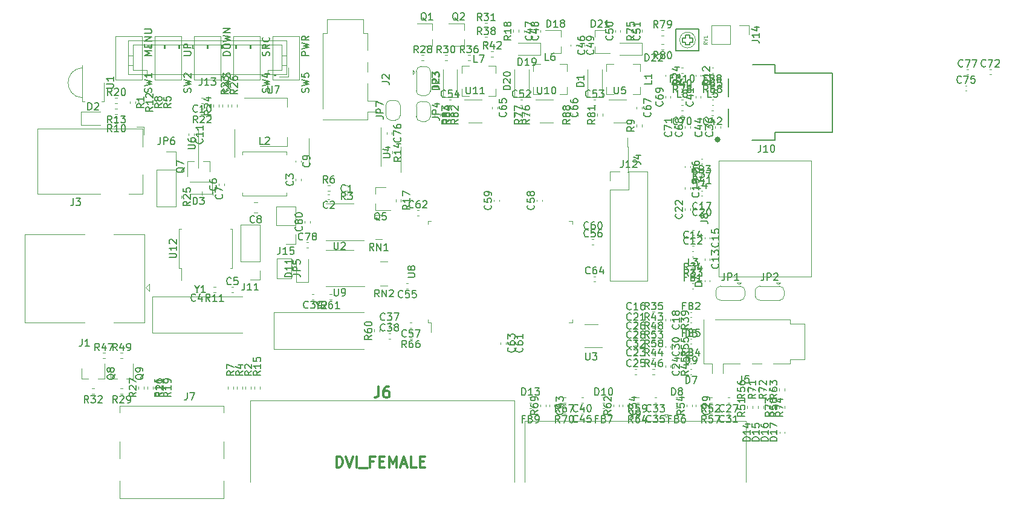
<source format=gbr>
%TF.GenerationSoftware,KiCad,Pcbnew,(5.1.10)-1*%
%TF.CreationDate,2021-11-12T20:21:06+04:00*%
%TF.ProjectId,RTD2662Board,52544432-3636-4324-926f-6172642e6b69,2*%
%TF.SameCoordinates,Original*%
%TF.FileFunction,Legend,Top*%
%TF.FilePolarity,Positive*%
%FSLAX46Y46*%
G04 Gerber Fmt 4.6, Leading zero omitted, Abs format (unit mm)*
G04 Created by KiCad (PCBNEW (5.1.10)-1) date 2021-11-12 20:21:06*
%MOMM*%
%LPD*%
G01*
G04 APERTURE LIST*
%ADD10C,0.150000*%
%ADD11C,0.120000*%
%ADD12C,0.400000*%
%ADD13C,0.127000*%
%ADD14C,0.304800*%
%ADD15C,0.099060*%
G04 APERTURE END LIST*
D10*
X74404761Y-85212023D02*
X74452380Y-85069166D01*
X74452380Y-84831071D01*
X74404761Y-84735833D01*
X74357142Y-84688214D01*
X74261904Y-84640595D01*
X74166666Y-84640595D01*
X74071428Y-84688214D01*
X74023809Y-84735833D01*
X73976190Y-84831071D01*
X73928571Y-85021547D01*
X73880952Y-85116785D01*
X73833333Y-85164404D01*
X73738095Y-85212023D01*
X73642857Y-85212023D01*
X73547619Y-85164404D01*
X73500000Y-85116785D01*
X73452380Y-85021547D01*
X73452380Y-84783452D01*
X73500000Y-84640595D01*
X74452380Y-83640595D02*
X73976190Y-83973928D01*
X74452380Y-84212023D02*
X73452380Y-84212023D01*
X73452380Y-83831071D01*
X73500000Y-83735833D01*
X73547619Y-83688214D01*
X73642857Y-83640595D01*
X73785714Y-83640595D01*
X73880952Y-83688214D01*
X73928571Y-83735833D01*
X73976190Y-83831071D01*
X73976190Y-84212023D01*
X74357142Y-82640595D02*
X74404761Y-82688214D01*
X74452380Y-82831071D01*
X74452380Y-82926309D01*
X74404761Y-83069166D01*
X74309523Y-83164404D01*
X74214285Y-83212023D01*
X74023809Y-83259642D01*
X73880952Y-83259642D01*
X73690476Y-83212023D01*
X73595238Y-83164404D01*
X73500000Y-83069166D01*
X73452380Y-82926309D01*
X73452380Y-82831071D01*
X73500000Y-82688214D01*
X73547619Y-82640595D01*
X68952380Y-85164404D02*
X67952380Y-85164404D01*
X67952380Y-84926309D01*
X68000000Y-84783452D01*
X68095238Y-84688214D01*
X68190476Y-84640595D01*
X68380952Y-84592976D01*
X68523809Y-84592976D01*
X68714285Y-84640595D01*
X68809523Y-84688214D01*
X68904761Y-84783452D01*
X68952380Y-84926309D01*
X68952380Y-85164404D01*
X67952380Y-83973928D02*
X67952380Y-83783452D01*
X68000000Y-83688214D01*
X68095238Y-83592976D01*
X68285714Y-83545357D01*
X68619047Y-83545357D01*
X68809523Y-83592976D01*
X68904761Y-83688214D01*
X68952380Y-83783452D01*
X68952380Y-83973928D01*
X68904761Y-84069166D01*
X68809523Y-84164404D01*
X68619047Y-84212023D01*
X68285714Y-84212023D01*
X68095238Y-84164404D01*
X68000000Y-84069166D01*
X67952380Y-83973928D01*
X67952380Y-83212023D02*
X68952380Y-82973928D01*
X68238095Y-82783452D01*
X68952380Y-82592976D01*
X67952380Y-82354880D01*
X68952380Y-81973928D02*
X67952380Y-81973928D01*
X68952380Y-81402500D01*
X67952380Y-81402500D01*
X57952380Y-85164404D02*
X56952380Y-85164404D01*
X57666666Y-84831071D01*
X56952380Y-84497738D01*
X57952380Y-84497738D01*
X57428571Y-84021547D02*
X57428571Y-83688214D01*
X57952380Y-83545357D02*
X57952380Y-84021547D01*
X56952380Y-84021547D01*
X56952380Y-83545357D01*
X57952380Y-83116785D02*
X56952380Y-83116785D01*
X57952380Y-82545357D01*
X56952380Y-82545357D01*
X56952380Y-82069166D02*
X57761904Y-82069166D01*
X57857142Y-82021547D01*
X57904761Y-81973928D01*
X57952380Y-81878690D01*
X57952380Y-81688214D01*
X57904761Y-81592976D01*
X57857142Y-81545357D01*
X57761904Y-81497738D01*
X56952380Y-81497738D01*
X62452380Y-85164404D02*
X63261904Y-85164404D01*
X63357142Y-85116785D01*
X63404761Y-85069166D01*
X63452380Y-84973928D01*
X63452380Y-84783452D01*
X63404761Y-84688214D01*
X63357142Y-84640595D01*
X63261904Y-84592976D01*
X62452380Y-84592976D01*
X63452380Y-84116785D02*
X62452380Y-84116785D01*
X62452380Y-83735833D01*
X62500000Y-83640595D01*
X62547619Y-83592976D01*
X62642857Y-83545357D01*
X62785714Y-83545357D01*
X62880952Y-83592976D01*
X62928571Y-83640595D01*
X62976190Y-83735833D01*
X62976190Y-84116785D01*
X79952380Y-85164404D02*
X78952380Y-85164404D01*
X78952380Y-84783452D01*
X79000000Y-84688214D01*
X79047619Y-84640595D01*
X79142857Y-84592976D01*
X79285714Y-84592976D01*
X79380952Y-84640595D01*
X79428571Y-84688214D01*
X79476190Y-84783452D01*
X79476190Y-85164404D01*
X78952380Y-84259642D02*
X79952380Y-84021547D01*
X79238095Y-83831071D01*
X79952380Y-83640595D01*
X78952380Y-83402500D01*
X79952380Y-82450119D02*
X79476190Y-82783452D01*
X79952380Y-83021547D02*
X78952380Y-83021547D01*
X78952380Y-82640595D01*
X79000000Y-82545357D01*
X79047619Y-82497738D01*
X79142857Y-82450119D01*
X79285714Y-82450119D01*
X79380952Y-82497738D01*
X79428571Y-82545357D01*
X79476190Y-82640595D01*
X79476190Y-83021547D01*
D11*
%TO.C,J6*%
X108750000Y-133500000D02*
X108750000Y-145000000D01*
X71750000Y-133500000D02*
X108750000Y-133500000D01*
X71750000Y-145000000D02*
X71750000Y-133500000D01*
%TO.C,J5*%
X137950000Y-128350000D02*
X137950000Y-129750000D01*
X136400000Y-128350000D02*
X136400000Y-129750000D01*
X136850000Y-122150000D02*
X147375000Y-122150000D01*
X136400000Y-128350000D02*
X135275000Y-128350000D01*
X140350000Y-128350000D02*
X137950000Y-128350000D01*
X143350000Y-128350000D02*
X142000000Y-128350000D01*
X147375000Y-128350000D02*
X145000000Y-128350000D01*
X135275000Y-122150000D02*
X135275000Y-128350000D01*
X147375000Y-128350000D02*
X147375000Y-127750000D01*
X147375000Y-122750000D02*
X147375000Y-122150000D01*
X149375000Y-127750000D02*
X149375000Y-122750000D01*
X147375000Y-127750000D02*
X149375000Y-127750000D01*
X147375000Y-122750000D02*
X149375000Y-122750000D01*
%TO.C,J7*%
X53450000Y-135260000D02*
X53450000Y-134260000D01*
X53450000Y-134260000D02*
X68050000Y-134260000D01*
X68050000Y-134260000D02*
X68050000Y-135260000D01*
X53450000Y-139260000D02*
X53450000Y-141660000D01*
X53450000Y-144760000D02*
X53450000Y-147260000D01*
X53450000Y-147260000D02*
X68050000Y-147260000D01*
X68050000Y-147260000D02*
X68050000Y-144760000D01*
X68050000Y-139260000D02*
X68050000Y-141660000D01*
%TO.C,C75*%
X171884165Y-89390000D02*
X172115835Y-89390000D01*
X171884165Y-90110000D02*
X172115835Y-90110000D01*
%TO.C,J12*%
X122170000Y-101420000D02*
X123500000Y-101420000D01*
X122170000Y-102750000D02*
X122170000Y-101420000D01*
X124770000Y-101420000D02*
X127370000Y-101420000D01*
X124770000Y-104020000D02*
X124770000Y-101420000D01*
X122170000Y-104020000D02*
X124770000Y-104020000D01*
X127370000Y-101420000D02*
X127370000Y-116780000D01*
X122170000Y-104020000D02*
X122170000Y-116780000D01*
X122170000Y-116780000D02*
X127370000Y-116780000D01*
%TO.C,J9*%
X110200000Y-144990000D02*
X110200000Y-136390000D01*
X110200000Y-136390000D02*
X141170000Y-136390000D01*
X141170000Y-136390000D02*
X141170000Y-144990000D01*
X129750000Y-135495662D02*
X130250000Y-135495662D01*
X130250000Y-135495662D02*
X130000000Y-135928675D01*
X130000000Y-135928675D02*
X129750000Y-135495662D01*
%TO.C,JP7*%
X92050000Y-94250000D02*
X91450000Y-94250000D01*
X92750000Y-92150000D02*
X92750000Y-93550000D01*
X91450000Y-91450000D02*
X92050000Y-91450000D01*
X90750000Y-93550000D02*
X90750000Y-92150000D01*
X91450000Y-94250000D02*
G75*
G02*
X90750000Y-93550000I0J700000D01*
G01*
X92750000Y-93550000D02*
G75*
G02*
X92050000Y-94250000I-700000J0D01*
G01*
X92050000Y-91450000D02*
G75*
G02*
X92750000Y-92150000I0J-700000D01*
G01*
X90750000Y-92150000D02*
G75*
G02*
X91450000Y-91450000I700000J0D01*
G01*
%TO.C,R78*%
X132417621Y-89130000D02*
X132082379Y-89130000D01*
X132417621Y-88370000D02*
X132082379Y-88370000D01*
%TO.C,R40*%
X132082379Y-89870000D02*
X132417621Y-89870000D01*
X132082379Y-90630000D02*
X132417621Y-90630000D01*
%TO.C,L8*%
X132149800Y-91390000D02*
X132350200Y-91390000D01*
X132149800Y-92110000D02*
X132350200Y-92110000D01*
%TO.C,J15*%
X78080000Y-106380000D02*
X75420000Y-106380000D01*
X78080000Y-108980000D02*
X78080000Y-106380000D01*
X75420000Y-108980000D02*
X75420000Y-106380000D01*
X78080000Y-108980000D02*
X75420000Y-108980000D01*
X78080000Y-110250000D02*
X78080000Y-111580000D01*
X78080000Y-111580000D02*
X76750000Y-111580000D01*
%TO.C,J14*%
X136380000Y-80920000D02*
X136380000Y-83580000D01*
X138980000Y-80920000D02*
X136380000Y-80920000D01*
X138980000Y-83580000D02*
X136380000Y-83580000D01*
X138980000Y-80920000D02*
X138980000Y-83580000D01*
X140250000Y-80920000D02*
X141580000Y-80920000D01*
X141580000Y-80920000D02*
X141580000Y-82250000D01*
%TO.C,FB10*%
X132350200Y-87610000D02*
X132149800Y-87610000D01*
X132350200Y-86890000D02*
X132149800Y-86890000D01*
%TO.C,D24*%
X130610000Y-87899800D02*
X130610000Y-88100200D01*
X129890000Y-87899800D02*
X129890000Y-88100200D01*
%TO.C,C80*%
X79390000Y-108615835D02*
X79390000Y-108384165D01*
X80110000Y-108615835D02*
X80110000Y-108384165D01*
%TO.C,C78*%
X79634165Y-111390000D02*
X79865835Y-111390000D01*
X79634165Y-112110000D02*
X79865835Y-112110000D01*
%TO.C,C77*%
X172084165Y-87110000D02*
X172315835Y-87110000D01*
X172084165Y-87830000D02*
X172315835Y-87830000D01*
%TO.C,C76*%
X91610000Y-95951665D02*
X91610000Y-96183335D01*
X90890000Y-95951665D02*
X90890000Y-96183335D01*
%TO.C,C72*%
X175294165Y-87110000D02*
X175525835Y-87110000D01*
X175294165Y-87830000D02*
X175525835Y-87830000D01*
%TO.C,C71*%
X131140000Y-95365835D02*
X131140000Y-95134165D01*
X131860000Y-95365835D02*
X131860000Y-95134165D01*
%TO.C,C70*%
X132365835Y-93610000D02*
X132134165Y-93610000D01*
X132365835Y-92890000D02*
X132134165Y-92890000D01*
%TO.C,C69*%
X129890000Y-91115835D02*
X129890000Y-90884165D01*
X130610000Y-91115835D02*
X130610000Y-90884165D01*
%TO.C,C68*%
X132640000Y-95365835D02*
X132640000Y-95134165D01*
X133360000Y-95365835D02*
X133360000Y-95134165D01*
%TO.C,JP6*%
X60000000Y-98630000D02*
X61330000Y-98630000D01*
X61330000Y-98630000D02*
X61330000Y-99960000D01*
X61330000Y-101230000D02*
X61330000Y-106370000D01*
X58670000Y-106370000D02*
X61330000Y-106370000D01*
X58670000Y-101230000D02*
X58670000Y-106370000D01*
X58670000Y-101230000D02*
X61330000Y-101230000D01*
%TO.C,J13*%
X77110000Y-88110000D02*
X77110000Y-86860000D01*
X75860000Y-88110000D02*
X77110000Y-88110000D01*
X57750000Y-83700000D02*
X57750000Y-84200000D01*
X57650000Y-84200000D02*
X57650000Y-83700000D01*
X57850000Y-84200000D02*
X57650000Y-84200000D01*
X57850000Y-83700000D02*
X57850000Y-84200000D01*
X59750000Y-83700000D02*
X59750000Y-84200000D01*
X59650000Y-84200000D02*
X59650000Y-83700000D01*
X59850000Y-84200000D02*
X59650000Y-84200000D01*
X59850000Y-83700000D02*
X59850000Y-84200000D01*
X61750000Y-83700000D02*
X61750000Y-84200000D01*
X61650000Y-84200000D02*
X61650000Y-83700000D01*
X61850000Y-84200000D02*
X61650000Y-84200000D01*
X61850000Y-83700000D02*
X61850000Y-84200000D01*
X63750000Y-83700000D02*
X63750000Y-84200000D01*
X63650000Y-84200000D02*
X63650000Y-83700000D01*
X63850000Y-84200000D02*
X63650000Y-84200000D01*
X63850000Y-83700000D02*
X63850000Y-84200000D01*
X65750000Y-83700000D02*
X65750000Y-84200000D01*
X65650000Y-84200000D02*
X65650000Y-83700000D01*
X65850000Y-84200000D02*
X65650000Y-84200000D01*
X65850000Y-83700000D02*
X65850000Y-84200000D01*
X67750000Y-83700000D02*
X67750000Y-84200000D01*
X67650000Y-84200000D02*
X67650000Y-83700000D01*
X67850000Y-84200000D02*
X67650000Y-84200000D01*
X67850000Y-83700000D02*
X67850000Y-84200000D01*
X69750000Y-83700000D02*
X69750000Y-84200000D01*
X69650000Y-84200000D02*
X69650000Y-83700000D01*
X69850000Y-84200000D02*
X69650000Y-84200000D01*
X69850000Y-83700000D02*
X69850000Y-84200000D01*
X71750000Y-83700000D02*
X71750000Y-84200000D01*
X71650000Y-84200000D02*
X71650000Y-83700000D01*
X71850000Y-84200000D02*
X71650000Y-84200000D01*
X71850000Y-83700000D02*
X71850000Y-84200000D01*
X73750000Y-83700000D02*
X73750000Y-84200000D01*
X73650000Y-84200000D02*
X73650000Y-83700000D01*
X73850000Y-84200000D02*
X73650000Y-84200000D01*
X73850000Y-83700000D02*
X73850000Y-84200000D01*
X54690000Y-85200000D02*
X55300000Y-85200000D01*
X54690000Y-86500000D02*
X55300000Y-86500000D01*
X76810000Y-85200000D02*
X76200000Y-85200000D01*
X76810000Y-86500000D02*
X76200000Y-86500000D01*
X57250000Y-87200000D02*
X57250000Y-87810000D01*
X55300000Y-87200000D02*
X57250000Y-87200000D01*
X55300000Y-83700000D02*
X55300000Y-87200000D01*
X76200000Y-83700000D02*
X55300000Y-83700000D01*
X76200000Y-87200000D02*
X76200000Y-83700000D01*
X74250000Y-87200000D02*
X76200000Y-87200000D01*
X74250000Y-87810000D02*
X74250000Y-87200000D01*
X75050000Y-87910000D02*
X75350000Y-87910000D01*
X75350000Y-88010000D02*
X75350000Y-87810000D01*
X75050000Y-88010000D02*
X75350000Y-88010000D01*
X75050000Y-87810000D02*
X75050000Y-88010000D01*
X54690000Y-87810000D02*
X76810000Y-87810000D01*
X54690000Y-83090000D02*
X54690000Y-87810000D01*
X76810000Y-83090000D02*
X54690000Y-83090000D01*
X76810000Y-87810000D02*
X76810000Y-83090000D01*
%TO.C,JP5*%
X75500000Y-113600000D02*
X77500000Y-113600000D01*
X75500000Y-116400000D02*
X75500000Y-113600000D01*
X77500000Y-116400000D02*
X75500000Y-116400000D01*
X77500000Y-113600000D02*
X77500000Y-116400000D01*
%TO.C,R42*%
X105482379Y-84570000D02*
X105817621Y-84570000D01*
X105482379Y-85330000D02*
X105817621Y-85330000D01*
%TO.C,R38*%
X104632379Y-82580000D02*
X104967621Y-82580000D01*
X104632379Y-83340000D02*
X104967621Y-83340000D01*
%TO.C,R36*%
X102232379Y-85140000D02*
X102567621Y-85140000D01*
X102232379Y-85900000D02*
X102567621Y-85900000D01*
%TO.C,R31*%
X104632379Y-80590000D02*
X104967621Y-80590000D01*
X104632379Y-81350000D02*
X104967621Y-81350000D01*
%TO.C,R30*%
X98982379Y-85140000D02*
X99317621Y-85140000D01*
X98982379Y-85900000D02*
X99317621Y-85900000D01*
%TO.C,R28*%
X95732379Y-85140000D02*
X96067621Y-85140000D01*
X95732379Y-85900000D02*
X96067621Y-85900000D01*
%TO.C,Q2*%
X101710000Y-83830000D02*
X101710000Y-82900000D01*
X101710000Y-80670000D02*
X101710000Y-81600000D01*
X101710000Y-80670000D02*
X99550000Y-80670000D01*
X101710000Y-83830000D02*
X100250000Y-83830000D01*
%TO.C,Q1*%
X97260000Y-83830000D02*
X97260000Y-82900000D01*
X97260000Y-80670000D02*
X97260000Y-81600000D01*
X97260000Y-80670000D02*
X95100000Y-80670000D01*
X97260000Y-83830000D02*
X95800000Y-83830000D01*
%TO.C,U3*%
X120400000Y-122890000D02*
X118600000Y-122890000D01*
X118600000Y-126110000D02*
X121050000Y-126110000D01*
%TO.C,J11*%
X73080000Y-108880000D02*
X70420000Y-108880000D01*
X73080000Y-114020000D02*
X73080000Y-108880000D01*
X70420000Y-114020000D02*
X70420000Y-108880000D01*
X73080000Y-114020000D02*
X70420000Y-114020000D01*
X73080000Y-115290000D02*
X73080000Y-116620000D01*
X73080000Y-116620000D02*
X71750000Y-116620000D01*
%TO.C,C59*%
X105890000Y-105615835D02*
X105890000Y-105384165D01*
X106610000Y-105615835D02*
X106610000Y-105384165D01*
%TO.C,C58*%
X111890000Y-105615835D02*
X111890000Y-105384165D01*
X112610000Y-105615835D02*
X112610000Y-105384165D01*
%TO.C,J3*%
X56850000Y-96250000D02*
X56850000Y-95200000D01*
X55800000Y-95200000D02*
X56850000Y-95200000D01*
X50750000Y-104600000D02*
X41950000Y-104600000D01*
X41950000Y-104600000D02*
X41950000Y-95400000D01*
X56650000Y-101900000D02*
X56650000Y-104600000D01*
X56650000Y-104600000D02*
X54750000Y-104600000D01*
X41950000Y-95400000D02*
X56650000Y-95400000D01*
X56650000Y-95400000D02*
X56650000Y-98000000D01*
%TO.C,U12*%
X62065000Y-115010000D02*
X62065000Y-116700000D01*
X61790000Y-115010000D02*
X62065000Y-115010000D01*
X61790000Y-112250000D02*
X61790000Y-115010000D01*
X61790000Y-109490000D02*
X62065000Y-109490000D01*
X61790000Y-112250000D02*
X61790000Y-109490000D01*
X69210000Y-115010000D02*
X68935000Y-115010000D01*
X69210000Y-112250000D02*
X69210000Y-115010000D01*
X69210000Y-109490000D02*
X68935000Y-109490000D01*
X69210000Y-112250000D02*
X69210000Y-109490000D01*
%TO.C,D4*%
X135390000Y-116850200D02*
X135390000Y-116649800D01*
X136110000Y-116850200D02*
X136110000Y-116649800D01*
%TO.C,J4*%
X92880000Y-101515000D02*
X92815000Y-101515000D01*
X92880000Y-97985000D02*
X92815000Y-97985000D01*
X124685000Y-101515000D02*
X124620000Y-101515000D01*
X124685000Y-97985000D02*
X124620000Y-97985000D01*
X124620000Y-96660000D02*
X124620000Y-97985000D01*
X92815000Y-97985000D02*
X92815000Y-101515000D01*
X124685000Y-97985000D02*
X124685000Y-101515000D01*
%TO.C,C63*%
X107560000Y-125384165D02*
X107560000Y-125615835D01*
X106840000Y-125384165D02*
X106840000Y-125615835D01*
%TO.C,C61*%
X108660000Y-125384165D02*
X108660000Y-125615835D01*
X107940000Y-125384165D02*
X107940000Y-125615835D01*
%TO.C,J2*%
X82550000Y-82075000D02*
X82550000Y-80075000D01*
X87550000Y-82075000D02*
X87550000Y-80075000D01*
X87550000Y-80075000D02*
X82550000Y-80075000D01*
X82550000Y-82075000D02*
X81950000Y-82075000D01*
X88150000Y-82075000D02*
X87550000Y-82075000D01*
X81950000Y-94175000D02*
X88150000Y-94175000D01*
X88150000Y-82075000D02*
X88150000Y-84450000D01*
X88150000Y-86100000D02*
X88150000Y-87450000D01*
X88150000Y-89100000D02*
X88150000Y-91500000D01*
X88150000Y-93050000D02*
X88150000Y-94175000D01*
X81950000Y-92600000D02*
X81950000Y-82075000D01*
X88150000Y-93050000D02*
X89550000Y-93050000D01*
X88150000Y-91500000D02*
X89550000Y-91500000D01*
%TO.C,U4*%
X79940000Y-98750000D02*
X79940000Y-100700000D01*
X79940000Y-98750000D02*
X79940000Y-96800000D01*
X90060000Y-98750000D02*
X90060000Y-100700000D01*
X90060000Y-98750000D02*
X90060000Y-95250000D01*
%TO.C,U8*%
X97090000Y-122610000D02*
X97090000Y-123925000D01*
X96640000Y-122610000D02*
X97090000Y-122610000D01*
X96640000Y-122160000D02*
X96640000Y-122610000D01*
X96640000Y-108390000D02*
X97090000Y-108390000D01*
X96640000Y-108840000D02*
X96640000Y-108390000D01*
X116860000Y-122610000D02*
X116410000Y-122610000D01*
X116860000Y-122160000D02*
X116860000Y-122610000D01*
X116860000Y-108390000D02*
X116410000Y-108390000D01*
X116860000Y-108840000D02*
X116860000Y-108390000D01*
%TO.C,R27*%
X56880000Y-131917621D02*
X56880000Y-131582379D01*
X56120000Y-131917621D02*
X56120000Y-131582379D01*
%TO.C,R21*%
X60630000Y-131917621D02*
X60630000Y-131582379D01*
X59870000Y-131917621D02*
X59870000Y-131582379D01*
%TO.C,R19*%
X58620000Y-131582379D02*
X58620000Y-131917621D01*
X59380000Y-131582379D02*
X59380000Y-131917621D01*
%TO.C,R16*%
X57370000Y-131582379D02*
X57370000Y-131917621D01*
X58130000Y-131582379D02*
X58130000Y-131917621D01*
%TO.C,R15*%
X73130000Y-131917621D02*
X73130000Y-131582379D01*
X72370000Y-131917621D02*
X72370000Y-131582379D01*
%TO.C,R7*%
X69380000Y-131917621D02*
X69380000Y-131582379D01*
X68620000Y-131917621D02*
X68620000Y-131582379D01*
%TO.C,R4*%
X69870000Y-131582379D02*
X69870000Y-131917621D01*
X70630000Y-131582379D02*
X70630000Y-131917621D01*
%TO.C,R2*%
X71120000Y-131582379D02*
X71120000Y-131917621D01*
X71880000Y-131582379D02*
X71880000Y-131917621D01*
%TO.C,C5*%
X69134165Y-117640000D02*
X69365835Y-117640000D01*
X69134165Y-118360000D02*
X69365835Y-118360000D01*
%TO.C,U5*%
X122600000Y-94610000D02*
X124400000Y-94610000D01*
X124400000Y-91390000D02*
X121950000Y-91390000D01*
%TO.C,C67*%
X126610000Y-92384165D02*
X126610000Y-92615835D01*
X125890000Y-92384165D02*
X125890000Y-92615835D01*
%TO.C,C66*%
X116360000Y-92384165D02*
X116360000Y-92615835D01*
X115640000Y-92384165D02*
X115640000Y-92615835D01*
%TO.C,C65*%
X106360000Y-92384165D02*
X106360000Y-92615835D01*
X105640000Y-92384165D02*
X105640000Y-92615835D01*
%TO.C,R74*%
X145130000Y-134332379D02*
X145130000Y-134667621D01*
X144370000Y-134332379D02*
X144370000Y-134667621D01*
%TO.C,R73*%
X143630000Y-134332379D02*
X143630000Y-134667621D01*
X142870000Y-134332379D02*
X142870000Y-134667621D01*
%TO.C,R72*%
X144370000Y-132167621D02*
X144370000Y-131832379D01*
X145130000Y-132167621D02*
X145130000Y-131832379D01*
%TO.C,R71*%
X142870000Y-132167621D02*
X142870000Y-131832379D01*
X143630000Y-132167621D02*
X143630000Y-131832379D01*
%TO.C,R63*%
X145870000Y-132167621D02*
X145870000Y-131832379D01*
X146630000Y-132167621D02*
X146630000Y-131832379D01*
%TO.C,R56*%
X141370000Y-132167621D02*
X141370000Y-131832379D01*
X142130000Y-132167621D02*
X142130000Y-131832379D01*
%TO.C,R51*%
X141370000Y-134667621D02*
X141370000Y-134332379D01*
X142130000Y-134667621D02*
X142130000Y-134332379D01*
%TO.C,R50*%
X145870000Y-134667621D02*
X145870000Y-134332379D01*
X146630000Y-134667621D02*
X146630000Y-134332379D01*
%TO.C,R32*%
X49917621Y-132630000D02*
X49582379Y-132630000D01*
X49917621Y-131870000D02*
X49582379Y-131870000D01*
%TO.C,C64*%
X119884165Y-116140000D02*
X120115835Y-116140000D01*
X119884165Y-116860000D02*
X120115835Y-116860000D01*
%TO.C,C60*%
X119634165Y-109840000D02*
X119865835Y-109840000D01*
X119634165Y-110560000D02*
X119865835Y-110560000D01*
%TO.C,C57*%
X94365835Y-122640000D02*
X94134165Y-122640000D01*
X94365835Y-123360000D02*
X94134165Y-123360000D01*
%TO.C,C62*%
X95134165Y-106890000D02*
X95365835Y-106890000D01*
X95134165Y-107610000D02*
X95365835Y-107610000D01*
%TO.C,C56*%
X119634165Y-110940000D02*
X119865835Y-110940000D01*
X119634165Y-111660000D02*
X119865835Y-111660000D01*
%TO.C,C55*%
X93865835Y-117860000D02*
X93634165Y-117860000D01*
X93865835Y-117140000D02*
X93634165Y-117140000D01*
%TO.C,J1*%
X52640000Y-122610000D02*
X56900000Y-122610000D01*
X56900000Y-122610000D02*
X56900000Y-110290000D01*
X56900000Y-110290000D02*
X52640000Y-110290000D01*
X48540000Y-122610000D02*
X40180000Y-122610000D01*
X40180000Y-122610000D02*
X40180000Y-110290000D01*
X40180000Y-110290000D02*
X48540000Y-110290000D01*
X57120000Y-117700000D02*
X57620000Y-118200000D01*
X57620000Y-118200000D02*
X57620000Y-117200000D01*
X57620000Y-117200000D02*
X57120000Y-117700000D01*
%TO.C,D23*%
X98750000Y-91000000D02*
X100750000Y-91000000D01*
X100750000Y-91000000D02*
X100750000Y-87100000D01*
X98750000Y-91000000D02*
X98750000Y-87100000D01*
%TO.C,D20*%
X108750000Y-91000000D02*
X110750000Y-91000000D01*
X110750000Y-91000000D02*
X110750000Y-87100000D01*
X108750000Y-91000000D02*
X108750000Y-87100000D01*
%TO.C,D1*%
X119000000Y-91000000D02*
X121000000Y-91000000D01*
X121000000Y-91000000D02*
X121000000Y-87100000D01*
X119000000Y-91000000D02*
X119000000Y-87100000D01*
%TO.C,C54*%
X99634165Y-91390000D02*
X99865835Y-91390000D01*
X99634165Y-92110000D02*
X99865835Y-92110000D01*
%TO.C,C53*%
X119884165Y-91390000D02*
X120115835Y-91390000D01*
X119884165Y-92110000D02*
X120115835Y-92110000D01*
%TO.C,C52*%
X109634165Y-91390000D02*
X109865835Y-91390000D01*
X109634165Y-92110000D02*
X109865835Y-92110000D01*
%TO.C,R88*%
X116870000Y-93667621D02*
X116870000Y-93332379D01*
X117630000Y-93667621D02*
X117630000Y-93332379D01*
%TO.C,J8*%
X150350000Y-116150000D02*
X150350000Y-99950000D01*
X137350000Y-116150000D02*
X137350000Y-99950000D01*
X137350000Y-116150000D02*
X150350000Y-116150000D01*
X137350000Y-99950000D02*
X150350000Y-99950000D01*
D12*
%TO.C,J10*%
X137400000Y-96950000D02*
G75*
G03*
X137400000Y-96950000I-200000J0D01*
G01*
D13*
X138750000Y-92650000D02*
X138750000Y-95150000D01*
X138750000Y-88400000D02*
X138750000Y-90950000D01*
X142050000Y-97050000D02*
X145250000Y-97050000D01*
X145250000Y-97050000D02*
X145250000Y-95900000D01*
X145250000Y-86450000D02*
X142150000Y-86450000D01*
X145250000Y-87600000D02*
X145250000Y-86450000D01*
X153250000Y-87600000D02*
X145250000Y-87600000D01*
X153250000Y-95900000D02*
X153250000Y-87600000D01*
X145250000Y-95900000D02*
X153250000Y-95900000D01*
D11*
%TO.C,JP1*%
X140200000Y-117300000D02*
X139900000Y-117000000D01*
X140500000Y-117000000D02*
X139900000Y-117000000D01*
X140200000Y-117300000D02*
X140500000Y-117000000D01*
X141050000Y-118200000D02*
X141050000Y-118800000D01*
X137600000Y-117500000D02*
X140400000Y-117500000D01*
X136950000Y-118800000D02*
X136950000Y-118200000D01*
X140400000Y-119500000D02*
X137600000Y-119500000D01*
X141050000Y-118800000D02*
G75*
G02*
X140350000Y-119500000I-700000J0D01*
G01*
X140350000Y-117500000D02*
G75*
G02*
X141050000Y-118200000I0J-700000D01*
G01*
X136950000Y-118200000D02*
G75*
G02*
X137650000Y-117500000I700000J0D01*
G01*
X137650000Y-119500000D02*
G75*
G02*
X136950000Y-118800000I0J700000D01*
G01*
%TO.C,U11*%
X104150000Y-91390000D02*
X101700000Y-91390000D01*
X102350000Y-94610000D02*
X104150000Y-94610000D01*
%TO.C,R84*%
X100880000Y-93667621D02*
X100880000Y-93332379D01*
X100120000Y-93667621D02*
X100120000Y-93332379D01*
%TO.C,R83*%
X97620000Y-93332379D02*
X97620000Y-93667621D01*
X98380000Y-93332379D02*
X98380000Y-93667621D01*
%TO.C,R82*%
X99630000Y-93332379D02*
X99630000Y-93667621D01*
X98870000Y-93332379D02*
X98870000Y-93667621D01*
%TO.C,L7*%
X106135000Y-86640000D02*
X105110000Y-86640000D01*
X101365000Y-86640000D02*
X102390000Y-86640000D01*
X106135000Y-86640000D02*
X106135000Y-87665000D01*
X101365000Y-86640000D02*
X101365000Y-87665000D01*
X101365000Y-90860000D02*
X101365000Y-89835000D01*
X101365000Y-90860000D02*
X102390000Y-90860000D01*
X106135000Y-90860000D02*
X105110000Y-90860000D01*
X106135000Y-90860000D02*
X106135000Y-89835000D01*
%TO.C,JP4*%
X97000000Y-92300000D02*
X97000000Y-93700000D01*
X96300000Y-94400000D02*
X95700000Y-94400000D01*
X95000000Y-93700000D02*
X95000000Y-92300000D01*
X95700000Y-91600000D02*
X96300000Y-91600000D01*
X96300000Y-91600000D02*
G75*
G02*
X97000000Y-92300000I0J-700000D01*
G01*
X95000000Y-92300000D02*
G75*
G02*
X95700000Y-91600000I700000J0D01*
G01*
X95700000Y-94400000D02*
G75*
G02*
X95000000Y-93700000I0J700000D01*
G01*
X97000000Y-93700000D02*
G75*
G02*
X96300000Y-94400000I-700000J0D01*
G01*
%TO.C,JP3*%
X97000000Y-87350000D02*
X97000000Y-90150000D01*
X96300000Y-90800000D02*
X95700000Y-90800000D01*
X95000000Y-90150000D02*
X95000000Y-87350000D01*
X95700000Y-86700000D02*
X96300000Y-86700000D01*
X94800000Y-87550000D02*
X94500000Y-87250000D01*
X94500000Y-87250000D02*
X94500000Y-87850000D01*
X94800000Y-87550000D02*
X94500000Y-87850000D01*
X96300000Y-86700000D02*
G75*
G02*
X97000000Y-87400000I0J-700000D01*
G01*
X95000000Y-87400000D02*
G75*
G02*
X95700000Y-86700000I700000J0D01*
G01*
X95700000Y-90800000D02*
G75*
G02*
X95000000Y-90100000I0J700000D01*
G01*
X97000000Y-90100000D02*
G75*
G02*
X96300000Y-90800000I-700000J0D01*
G01*
%TO.C,U10*%
X114150000Y-91390000D02*
X111700000Y-91390000D01*
X112350000Y-94610000D02*
X114150000Y-94610000D01*
%TO.C,R81*%
X121130000Y-93667621D02*
X121130000Y-93332379D01*
X120370000Y-93667621D02*
X120370000Y-93332379D01*
%TO.C,R80*%
X129667621Y-83620000D02*
X129332379Y-83620000D01*
X129667621Y-84380000D02*
X129332379Y-84380000D01*
%TO.C,R79*%
X129332379Y-82380000D02*
X129667621Y-82380000D01*
X129332379Y-81620000D02*
X129667621Y-81620000D01*
%TO.C,R77*%
X110120000Y-93667621D02*
X110120000Y-93332379D01*
X110880000Y-93667621D02*
X110880000Y-93332379D01*
%TO.C,R76*%
X109630000Y-93332379D02*
X109630000Y-93667621D01*
X108870000Y-93332379D02*
X108870000Y-93667621D01*
%TO.C,R75*%
X126630000Y-81917621D02*
X126630000Y-81582379D01*
X125870000Y-81917621D02*
X125870000Y-81582379D01*
%TO.C,R18*%
X109380000Y-81917621D02*
X109380000Y-81582379D01*
X108620000Y-81917621D02*
X108620000Y-81582379D01*
%TO.C,L6*%
X116135000Y-86390000D02*
X115110000Y-86390000D01*
X111365000Y-86390000D02*
X112390000Y-86390000D01*
X116135000Y-86390000D02*
X116135000Y-87415000D01*
X111365000Y-86390000D02*
X111365000Y-87415000D01*
X111365000Y-90610000D02*
X111365000Y-89585000D01*
X111365000Y-90610000D02*
X112390000Y-90610000D01*
X116135000Y-90610000D02*
X115110000Y-90610000D01*
X116135000Y-90610000D02*
X116135000Y-89585000D01*
%TO.C,D22*%
X126650000Y-85100000D02*
X123500000Y-85100000D01*
X126650000Y-83400000D02*
X123500000Y-83400000D01*
X126650000Y-85100000D02*
X126650000Y-83400000D01*
%TO.C,D21*%
X119990000Y-81670000D02*
X121450000Y-81670000D01*
X119990000Y-84830000D02*
X122150000Y-84830000D01*
X119990000Y-84830000D02*
X119990000Y-83900000D01*
X119990000Y-81670000D02*
X119990000Y-82600000D01*
%TO.C,D19*%
X112400000Y-85100000D02*
X109250000Y-85100000D01*
X112400000Y-83400000D02*
X109250000Y-83400000D01*
X112400000Y-85100000D02*
X112400000Y-83400000D01*
%TO.C,D18*%
X115260000Y-84830000D02*
X113800000Y-84830000D01*
X115260000Y-81670000D02*
X113100000Y-81670000D01*
X115260000Y-81670000D02*
X115260000Y-82600000D01*
X115260000Y-84830000D02*
X115260000Y-83900000D01*
%TO.C,C51*%
X124390000Y-81634165D02*
X124390000Y-81865835D01*
X125110000Y-81634165D02*
X125110000Y-81865835D01*
%TO.C,C50*%
X123610000Y-81865835D02*
X123610000Y-81634165D01*
X122890000Y-81865835D02*
X122890000Y-81634165D01*
%TO.C,C49*%
X117890000Y-83634165D02*
X117890000Y-83865835D01*
X118610000Y-83634165D02*
X118610000Y-83865835D01*
%TO.C,C48*%
X110140000Y-81634165D02*
X110140000Y-81865835D01*
X110860000Y-81634165D02*
X110860000Y-81865835D01*
%TO.C,C47*%
X112360000Y-81865835D02*
X112360000Y-81634165D01*
X111640000Y-81865835D02*
X111640000Y-81634165D01*
%TO.C,C46*%
X116640000Y-83634165D02*
X116640000Y-83865835D01*
X117360000Y-83634165D02*
X117360000Y-83865835D01*
%TO.C,R66*%
X94417621Y-124880000D02*
X94082379Y-124880000D01*
X94417621Y-124120000D02*
X94082379Y-124120000D01*
%TO.C,R60*%
X89120000Y-123917621D02*
X89120000Y-123582379D01*
X89880000Y-123917621D02*
X89880000Y-123582379D01*
%TO.C,R61*%
X83167621Y-119380000D02*
X82832379Y-119380000D01*
X83167621Y-118620000D02*
X82832379Y-118620000D01*
%TO.C,C37*%
X91134165Y-122640000D02*
X91365835Y-122640000D01*
X91134165Y-123360000D02*
X91365835Y-123360000D01*
%TO.C,C39*%
X80615835Y-119360000D02*
X80384165Y-119360000D01*
X80615835Y-118640000D02*
X80384165Y-118640000D01*
%TO.C,C38*%
X91134165Y-124140000D02*
X91365835Y-124140000D01*
X91134165Y-124860000D02*
X91365835Y-124860000D01*
%TO.C,Y2*%
X75050000Y-126300000D02*
X87650000Y-126300000D01*
X75050000Y-121200000D02*
X75050000Y-126300000D01*
X87650000Y-121200000D02*
X75050000Y-121200000D01*
%TO.C,C40*%
X118365835Y-133860000D02*
X118134165Y-133860000D01*
X118365835Y-133140000D02*
X118134165Y-133140000D01*
%TO.C,U2*%
X84250000Y-111060000D02*
X87700000Y-111060000D01*
X84250000Y-111060000D02*
X82300000Y-111060000D01*
X84250000Y-105940000D02*
X86200000Y-105940000D01*
X84250000Y-105940000D02*
X82300000Y-105940000D01*
%TO.C,D17*%
X146610000Y-138100200D02*
X146610000Y-137899800D01*
X145890000Y-138100200D02*
X145890000Y-137899800D01*
%TO.C,D16*%
X145360000Y-138100200D02*
X145360000Y-137899800D01*
X144640000Y-138100200D02*
X144640000Y-137899800D01*
%TO.C,D15*%
X144110000Y-138100200D02*
X144110000Y-137899800D01*
X143390000Y-138100200D02*
X143390000Y-137899800D01*
%TO.C,D14*%
X142860000Y-138100200D02*
X142860000Y-137899800D01*
X142140000Y-138100200D02*
X142140000Y-137899800D01*
%TO.C,D13*%
X110899800Y-133860000D02*
X111100200Y-133860000D01*
X110899800Y-133140000D02*
X111100200Y-133140000D01*
%TO.C,D12*%
X134140000Y-87899800D02*
X134140000Y-88100200D01*
X134860000Y-87899800D02*
X134860000Y-88100200D01*
%TO.C,D10*%
X121149800Y-133860000D02*
X121350200Y-133860000D01*
X121149800Y-133140000D02*
X121350200Y-133140000D01*
%TO.C,D9*%
X133600200Y-126390000D02*
X133399800Y-126390000D01*
X133600200Y-127110000D02*
X133399800Y-127110000D01*
%TO.C,D8*%
X131399800Y-133860000D02*
X131600200Y-133860000D01*
X131399800Y-133140000D02*
X131600200Y-133140000D01*
%TO.C,D7*%
X133600200Y-129140000D02*
X133399800Y-129140000D01*
X133600200Y-129860000D02*
X133399800Y-129860000D01*
%TO.C,D6*%
X132640000Y-100649800D02*
X132640000Y-100850200D01*
X133360000Y-100649800D02*
X133360000Y-100850200D01*
%TO.C,D5*%
X133600200Y-122640000D02*
X133399800Y-122640000D01*
X133600200Y-123360000D02*
X133399800Y-123360000D01*
%TO.C,SW5*%
X74900000Y-88560000D02*
X74900000Y-82440000D01*
X74900000Y-82440000D02*
X78600000Y-82440000D01*
X78600000Y-82440000D02*
X78600000Y-88560000D01*
X78600000Y-88560000D02*
X74900000Y-88560000D01*
%TO.C,SW4*%
X69400000Y-88560000D02*
X69400000Y-82440000D01*
X69400000Y-82440000D02*
X73100000Y-82440000D01*
X73100000Y-82440000D02*
X73100000Y-88560000D01*
X73100000Y-88560000D02*
X69400000Y-88560000D01*
%TO.C,SW3*%
X63900000Y-88560000D02*
X63900000Y-82440000D01*
X63900000Y-82440000D02*
X67600000Y-82440000D01*
X67600000Y-82440000D02*
X67600000Y-88560000D01*
X67600000Y-88560000D02*
X63900000Y-88560000D01*
%TO.C,SW2*%
X58400000Y-88560000D02*
X58400000Y-82440000D01*
X58400000Y-82440000D02*
X62100000Y-82440000D01*
X62100000Y-82440000D02*
X62100000Y-88560000D01*
X62100000Y-88560000D02*
X58400000Y-88560000D01*
%TO.C,SW1*%
X52900000Y-88560000D02*
X52900000Y-82440000D01*
X52900000Y-82440000D02*
X56600000Y-82440000D01*
X56600000Y-82440000D02*
X56600000Y-88560000D01*
X56600000Y-88560000D02*
X52900000Y-88560000D01*
%TO.C,U7*%
X76910000Y-97910000D02*
X76910000Y-96650000D01*
X76910000Y-91090000D02*
X76910000Y-92350000D01*
X73150000Y-97910000D02*
X76910000Y-97910000D01*
X70900000Y-91090000D02*
X76910000Y-91090000D01*
%TO.C,C9*%
X78140000Y-99884165D02*
X78140000Y-100115835D01*
X78860000Y-99884165D02*
X78860000Y-100115835D01*
%TO.C,R25*%
X62130000Y-104832379D02*
X62130000Y-105167621D01*
X61370000Y-104832379D02*
X61370000Y-105167621D01*
%TO.C,D3*%
X66400000Y-104600000D02*
X66400000Y-102900000D01*
X66400000Y-102900000D02*
X63250000Y-102900000D01*
X66400000Y-104600000D02*
X63250000Y-104600000D01*
%TO.C,Q7*%
X66080000Y-99990000D02*
X65150000Y-99990000D01*
X62920000Y-99990000D02*
X63850000Y-99990000D01*
X62920000Y-99990000D02*
X62920000Y-102150000D01*
X66080000Y-99990000D02*
X66080000Y-101450000D01*
%TO.C,C7*%
X66485000Y-104238748D02*
X66485000Y-104761252D01*
X65015000Y-104238748D02*
X65015000Y-104761252D01*
%TO.C,C8*%
X72761252Y-107235000D02*
X72238748Y-107235000D01*
X72761252Y-105765000D02*
X72238748Y-105765000D01*
%TO.C,U9*%
X84275000Y-112440000D02*
X82325000Y-112440000D01*
X84275000Y-112440000D02*
X86225000Y-112440000D01*
X84275000Y-117560000D02*
X82325000Y-117560000D01*
X84275000Y-117560000D02*
X87725000Y-117560000D01*
%TO.C,RN2*%
X90000000Y-114070000D02*
X91000000Y-114070000D01*
X90000000Y-117430000D02*
X91000000Y-117430000D01*
%TO.C,RN1*%
X89250000Y-107570000D02*
X90250000Y-107570000D01*
X89250000Y-110930000D02*
X90250000Y-110930000D01*
%TO.C,Y1*%
X70650000Y-118950000D02*
X58050000Y-118950000D01*
X58050000Y-118950000D02*
X58050000Y-124050000D01*
X58050000Y-124050000D02*
X70650000Y-124050000D01*
%TO.C,U6*%
X64440000Y-97500000D02*
X64440000Y-100950000D01*
X64440000Y-97500000D02*
X64440000Y-95550000D01*
X69560000Y-97500000D02*
X69560000Y-99450000D01*
X69560000Y-97500000D02*
X69560000Y-95550000D01*
%TO.C,U1*%
X50910000Y-91600000D02*
X51260000Y-91600000D01*
X51260000Y-91600000D02*
X51260000Y-89000000D01*
X48590000Y-91600000D02*
X48250000Y-91600000D01*
X48250000Y-91600000D02*
X48250000Y-86510000D01*
X48248264Y-86900083D02*
G75*
G03*
X48250000Y-91100000I101736J-2099917D01*
G01*
%TO.C,RV1*%
X134100000Y-83000000D02*
G75*
G03*
X134100000Y-83000000I-1100000J0D01*
G01*
D13*
X134600000Y-84550000D02*
X131400000Y-84550000D01*
X134600000Y-84550000D02*
X134600000Y-81450000D01*
X134600000Y-81450000D02*
X131400000Y-81450000D01*
X131400000Y-84550000D02*
X131400000Y-81450000D01*
X133299720Y-82700280D02*
X133299720Y-82298960D01*
X133701040Y-82700280D02*
X133299720Y-82700280D01*
X133701040Y-82799340D02*
X133701040Y-82700280D01*
X133701040Y-83299720D02*
X133701040Y-82799340D01*
X133299720Y-83299720D02*
X133701040Y-83299720D01*
X133299720Y-83701040D02*
X133299720Y-83299720D01*
X132700280Y-83701040D02*
X133299720Y-83701040D01*
X132700280Y-83299720D02*
X132700280Y-83701040D01*
X132298960Y-83299720D02*
X132700280Y-83299720D01*
X132298960Y-82700280D02*
X132298960Y-83299720D01*
X132700280Y-82700280D02*
X132298960Y-82700280D01*
X132700280Y-82298960D02*
X132700280Y-82700280D01*
X133299720Y-82298960D02*
X132700280Y-82298960D01*
D11*
%TO.C,R70*%
X115917621Y-135380000D02*
X115582379Y-135380000D01*
X115917621Y-134620000D02*
X115582379Y-134620000D01*
%TO.C,R69*%
X112370000Y-134417621D02*
X112370000Y-134082379D01*
X113130000Y-134417621D02*
X113130000Y-134082379D01*
%TO.C,R68*%
X136667621Y-89130000D02*
X136332379Y-89130000D01*
X136667621Y-88370000D02*
X136332379Y-88370000D01*
%TO.C,R67*%
X115917621Y-133880000D02*
X115582379Y-133880000D01*
X115917621Y-133120000D02*
X115582379Y-133120000D01*
%TO.C,R65*%
X136332379Y-89870000D02*
X136667621Y-89870000D01*
X136332379Y-90630000D02*
X136667621Y-90630000D01*
%TO.C,R64*%
X126167621Y-135380000D02*
X125832379Y-135380000D01*
X126167621Y-134620000D02*
X125832379Y-134620000D01*
%TO.C,R62*%
X122620000Y-134417621D02*
X122620000Y-134082379D01*
X123380000Y-134417621D02*
X123380000Y-134082379D01*
%TO.C,R59*%
X126167621Y-133880000D02*
X125832379Y-133880000D01*
X126167621Y-133120000D02*
X125832379Y-133120000D01*
%TO.C,R58*%
X128082379Y-126370000D02*
X128417621Y-126370000D01*
X128082379Y-127130000D02*
X128417621Y-127130000D01*
%TO.C,R57*%
X136417621Y-135380000D02*
X136082379Y-135380000D01*
X136417621Y-134620000D02*
X136082379Y-134620000D01*
%TO.C,R55*%
X131880000Y-125832379D02*
X131880000Y-126167621D01*
X131120000Y-125832379D02*
X131120000Y-126167621D01*
%TO.C,R54*%
X132870000Y-134417621D02*
X132870000Y-134082379D01*
X133630000Y-134417621D02*
X133630000Y-134082379D01*
%TO.C,R53*%
X128082379Y-125120000D02*
X128417621Y-125120000D01*
X128082379Y-125880000D02*
X128417621Y-125880000D01*
%TO.C,R52*%
X136417621Y-133880000D02*
X136082379Y-133880000D01*
X136417621Y-133120000D02*
X136082379Y-133120000D01*
%TO.C,R49*%
X53582379Y-126870000D02*
X53917621Y-126870000D01*
X53582379Y-127630000D02*
X53917621Y-127630000D01*
%TO.C,R48*%
X128082379Y-123870000D02*
X128417621Y-123870000D01*
X128082379Y-124630000D02*
X128417621Y-124630000D01*
%TO.C,R47*%
X51082379Y-126870000D02*
X51417621Y-126870000D01*
X51082379Y-127630000D02*
X51417621Y-127630000D01*
%TO.C,R46*%
X128082379Y-129120000D02*
X128417621Y-129120000D01*
X128082379Y-129880000D02*
X128417621Y-129880000D01*
%TO.C,R45*%
X131880000Y-128582379D02*
X131880000Y-128917621D01*
X131120000Y-128582379D02*
X131120000Y-128917621D01*
%TO.C,R44*%
X128082379Y-127620000D02*
X128417621Y-127620000D01*
X128082379Y-128380000D02*
X128417621Y-128380000D01*
%TO.C,R43*%
X128082379Y-122620000D02*
X128417621Y-122620000D01*
X128082379Y-123380000D02*
X128417621Y-123380000D01*
%TO.C,R41*%
X135167621Y-101880000D02*
X134832379Y-101880000D01*
X135167621Y-101120000D02*
X134832379Y-101120000D01*
%TO.C,R39*%
X131120000Y-122082379D02*
X131120000Y-122417621D01*
X131880000Y-122082379D02*
X131880000Y-122417621D01*
%TO.C,R37*%
X134832379Y-102620000D02*
X135167621Y-102620000D01*
X134832379Y-103380000D02*
X135167621Y-103380000D01*
%TO.C,R35*%
X128082379Y-121120000D02*
X128417621Y-121120000D01*
X128082379Y-121880000D02*
X128417621Y-121880000D01*
%TO.C,R34*%
X133582379Y-115620000D02*
X133917621Y-115620000D01*
X133582379Y-116380000D02*
X133917621Y-116380000D01*
%TO.C,R33*%
X133917621Y-114880000D02*
X133582379Y-114880000D01*
X133917621Y-114120000D02*
X133582379Y-114120000D01*
%TO.C,R29*%
X53917621Y-132630000D02*
X53582379Y-132630000D01*
X53917621Y-131870000D02*
X53582379Y-131870000D01*
%TO.C,R26*%
X69120000Y-92417621D02*
X69120000Y-92082379D01*
X69880000Y-92417621D02*
X69880000Y-92082379D01*
%TO.C,R24*%
X66620000Y-92417621D02*
X66620000Y-92082379D01*
X67380000Y-92417621D02*
X67380000Y-92082379D01*
%TO.C,R23*%
X68630000Y-92082379D02*
X68630000Y-92417621D01*
X67870000Y-92082379D02*
X67870000Y-92417621D01*
%TO.C,R22*%
X65167621Y-93380000D02*
X64832379Y-93380000D01*
X65167621Y-92620000D02*
X64832379Y-92620000D01*
%TO.C,R20*%
X52832379Y-91120000D02*
X53167621Y-91120000D01*
X52832379Y-91880000D02*
X53167621Y-91880000D01*
%TO.C,R17*%
X92880000Y-105332379D02*
X92880000Y-105667621D01*
X92120000Y-105332379D02*
X92120000Y-105667621D01*
%TO.C,R14*%
X91630000Y-98582379D02*
X91630000Y-98917621D01*
X90870000Y-98582379D02*
X90870000Y-98917621D01*
%TO.C,R13*%
X53167621Y-93380000D02*
X52832379Y-93380000D01*
X53167621Y-92620000D02*
X52832379Y-92620000D01*
%TO.C,R12*%
X56880000Y-91582379D02*
X56880000Y-91917621D01*
X56120000Y-91582379D02*
X56120000Y-91917621D01*
%TO.C,R11*%
X66917621Y-118380000D02*
X66582379Y-118380000D01*
X66917621Y-117620000D02*
X66582379Y-117620000D01*
%TO.C,R10*%
X53167621Y-93870000D02*
X52832379Y-93870000D01*
X53167621Y-94630000D02*
X52832379Y-94630000D01*
%TO.C,R9*%
X125870000Y-95167621D02*
X125870000Y-94832379D01*
X126630000Y-95167621D02*
X126630000Y-94832379D01*
%TO.C,R8*%
X58130000Y-91582379D02*
X58130000Y-91917621D01*
X57370000Y-91582379D02*
X57370000Y-91917621D01*
%TO.C,R6*%
X82582379Y-103370000D02*
X82917621Y-103370000D01*
X82582379Y-104130000D02*
X82917621Y-104130000D01*
%TO.C,R5*%
X59380000Y-91582379D02*
X59380000Y-91917621D01*
X58620000Y-91582379D02*
X58620000Y-91917621D01*
%TO.C,R3*%
X85417621Y-104130000D02*
X85082379Y-104130000D01*
X85417621Y-103370000D02*
X85082379Y-103370000D01*
%TO.C,R1*%
X55630000Y-91582379D02*
X55630000Y-91917621D01*
X54870000Y-91582379D02*
X54870000Y-91917621D01*
%TO.C,Q9*%
X52170000Y-130510000D02*
X53100000Y-130510000D01*
X55330000Y-130510000D02*
X54400000Y-130510000D01*
X55330000Y-130510000D02*
X55330000Y-128350000D01*
X52170000Y-130510000D02*
X52170000Y-129050000D01*
%TO.C,Q8*%
X48170000Y-130510000D02*
X49100000Y-130510000D01*
X51330000Y-130510000D02*
X50400000Y-130510000D01*
X51330000Y-130510000D02*
X51330000Y-128350000D01*
X48170000Y-130510000D02*
X48170000Y-129050000D01*
%TO.C,Q5*%
X89240000Y-103670000D02*
X89240000Y-104600000D01*
X89240000Y-106830000D02*
X89240000Y-105900000D01*
X89240000Y-106830000D02*
X91400000Y-106830000D01*
X89240000Y-103670000D02*
X90700000Y-103670000D01*
%TO.C,L5*%
X136399800Y-91390000D02*
X136600200Y-91390000D01*
X136399800Y-92110000D02*
X136600200Y-92110000D01*
%TO.C,L4*%
X134899800Y-104140000D02*
X135100200Y-104140000D01*
X134899800Y-104860000D02*
X135100200Y-104860000D01*
%TO.C,L3*%
X133850200Y-113360000D02*
X133649800Y-113360000D01*
X133850200Y-112640000D02*
X133649800Y-112640000D01*
%TO.C,L2*%
X70650000Y-98650000D02*
X76850000Y-98650000D01*
X76850000Y-98650000D02*
X76850000Y-99100000D01*
X76850000Y-104850000D02*
X70650000Y-104850000D01*
X76850000Y-104850000D02*
X76850000Y-104400000D01*
X70650000Y-104850000D02*
X70650000Y-104400000D01*
X70650000Y-98650000D02*
X70650000Y-99100000D01*
%TO.C,L1*%
X126385000Y-90610000D02*
X126385000Y-89585000D01*
X126385000Y-90610000D02*
X125360000Y-90610000D01*
X121615000Y-90610000D02*
X122640000Y-90610000D01*
X121615000Y-90610000D02*
X121615000Y-89585000D01*
X121615000Y-86390000D02*
X121615000Y-87415000D01*
X126385000Y-86390000D02*
X126385000Y-87415000D01*
X121615000Y-86390000D02*
X122640000Y-86390000D01*
X126385000Y-86390000D02*
X125360000Y-86390000D01*
%TO.C,JP2*%
X145700000Y-117300000D02*
X145400000Y-117000000D01*
X146000000Y-117000000D02*
X145400000Y-117000000D01*
X145700000Y-117300000D02*
X146000000Y-117000000D01*
X146550000Y-118200000D02*
X146550000Y-118800000D01*
X143100000Y-117500000D02*
X145900000Y-117500000D01*
X142450000Y-118800000D02*
X142450000Y-118200000D01*
X145900000Y-119500000D02*
X143100000Y-119500000D01*
X146550000Y-118800000D02*
G75*
G02*
X145850000Y-119500000I-700000J0D01*
G01*
X145850000Y-117500000D02*
G75*
G02*
X146550000Y-118200000I0J-700000D01*
G01*
X142450000Y-118200000D02*
G75*
G02*
X143150000Y-117500000I700000J0D01*
G01*
X143150000Y-119500000D02*
G75*
G02*
X142450000Y-118800000I0J700000D01*
G01*
%TO.C,FB9*%
X111100200Y-135360000D02*
X110899800Y-135360000D01*
X111100200Y-134640000D02*
X110899800Y-134640000D01*
%TO.C,FB8*%
X136600200Y-87610000D02*
X136399800Y-87610000D01*
X136600200Y-86890000D02*
X136399800Y-86890000D01*
%TO.C,FB7*%
X121350200Y-135360000D02*
X121149800Y-135360000D01*
X121350200Y-134640000D02*
X121149800Y-134640000D01*
%TO.C,FB6*%
X131600200Y-135360000D02*
X131399800Y-135360000D01*
X131600200Y-134640000D02*
X131399800Y-134640000D01*
%TO.C,FB5*%
X133399800Y-124890000D02*
X133600200Y-124890000D01*
X133399800Y-125610000D02*
X133600200Y-125610000D01*
%TO.C,FB4*%
X133399800Y-127640000D02*
X133600200Y-127640000D01*
X133399800Y-128360000D02*
X133600200Y-128360000D01*
%TO.C,FB3*%
X135100200Y-100360000D02*
X134899800Y-100360000D01*
X135100200Y-99640000D02*
X134899800Y-99640000D01*
%TO.C,FB2*%
X133399800Y-121140000D02*
X133600200Y-121140000D01*
X133399800Y-121860000D02*
X133600200Y-121860000D01*
%TO.C,FB1*%
X133649800Y-117140000D02*
X133850200Y-117140000D01*
X133649800Y-117860000D02*
X133850200Y-117860000D01*
%TO.C,D11*%
X78150000Y-116900000D02*
X79850000Y-116900000D01*
X79850000Y-116900000D02*
X79850000Y-113750000D01*
X78150000Y-116900000D02*
X78150000Y-113750000D01*
%TO.C,D2*%
X50750000Y-93040000D02*
X48065000Y-93040000D01*
X48065000Y-93040000D02*
X48065000Y-94960000D01*
X48065000Y-94960000D02*
X50750000Y-94960000D01*
%TO.C,C45*%
X118365835Y-135360000D02*
X118134165Y-135360000D01*
X118365835Y-134640000D02*
X118134165Y-134640000D01*
%TO.C,C44*%
X135390000Y-95365835D02*
X135390000Y-95134165D01*
X136110000Y-95365835D02*
X136110000Y-95134165D01*
%TO.C,C43*%
X114360000Y-134134165D02*
X114360000Y-134365835D01*
X113640000Y-134134165D02*
X113640000Y-134365835D01*
%TO.C,C42*%
X136615835Y-93610000D02*
X136384165Y-93610000D01*
X136615835Y-92890000D02*
X136384165Y-92890000D01*
%TO.C,C41*%
X134140000Y-91115835D02*
X134140000Y-90884165D01*
X134860000Y-91115835D02*
X134860000Y-90884165D01*
%TO.C,C36*%
X137610000Y-95365835D02*
X137610000Y-95134165D01*
X136890000Y-95365835D02*
X136890000Y-95134165D01*
%TO.C,C35*%
X128615835Y-135360000D02*
X128384165Y-135360000D01*
X128615835Y-134640000D02*
X128384165Y-134640000D01*
%TO.C,C34*%
X124610000Y-134134165D02*
X124610000Y-134365835D01*
X123890000Y-134134165D02*
X123890000Y-134365835D01*
%TO.C,C33*%
X128615835Y-133860000D02*
X128384165Y-133860000D01*
X128615835Y-133140000D02*
X128384165Y-133140000D01*
%TO.C,C32*%
X125634165Y-126390000D02*
X125865835Y-126390000D01*
X125634165Y-127110000D02*
X125865835Y-127110000D01*
%TO.C,C31*%
X138865835Y-135360000D02*
X138634165Y-135360000D01*
X138865835Y-134640000D02*
X138634165Y-134640000D01*
%TO.C,C30*%
X130610000Y-125884165D02*
X130610000Y-126115835D01*
X129890000Y-125884165D02*
X129890000Y-126115835D01*
%TO.C,C29*%
X134860000Y-134134165D02*
X134860000Y-134365835D01*
X134140000Y-134134165D02*
X134140000Y-134365835D01*
%TO.C,C28*%
X125634165Y-125140000D02*
X125865835Y-125140000D01*
X125634165Y-125860000D02*
X125865835Y-125860000D01*
%TO.C,C27*%
X138865835Y-133860000D02*
X138634165Y-133860000D01*
X138865835Y-133140000D02*
X138634165Y-133140000D01*
%TO.C,C26*%
X125634165Y-123890000D02*
X125865835Y-123890000D01*
X125634165Y-124610000D02*
X125865835Y-124610000D01*
%TO.C,C25*%
X125634165Y-129140000D02*
X125865835Y-129140000D01*
X125634165Y-129860000D02*
X125865835Y-129860000D01*
%TO.C,C24*%
X130610000Y-128634165D02*
X130610000Y-128865835D01*
X129890000Y-128634165D02*
X129890000Y-128865835D01*
%TO.C,C23*%
X125634165Y-127640000D02*
X125865835Y-127640000D01*
X125634165Y-128360000D02*
X125865835Y-128360000D01*
%TO.C,C22*%
X132640000Y-106865835D02*
X132640000Y-106634165D01*
X133360000Y-106865835D02*
X133360000Y-106634165D01*
%TO.C,C21*%
X125634165Y-122640000D02*
X125865835Y-122640000D01*
X125634165Y-123360000D02*
X125865835Y-123360000D01*
%TO.C,C20*%
X135115835Y-106360000D02*
X134884165Y-106360000D01*
X135115835Y-105640000D02*
X134884165Y-105640000D01*
%TO.C,C19*%
X133360000Y-103634165D02*
X133360000Y-103865835D01*
X132640000Y-103634165D02*
X132640000Y-103865835D01*
%TO.C,C18*%
X129890000Y-122134165D02*
X129890000Y-122365835D01*
X130610000Y-122134165D02*
X130610000Y-122365835D01*
%TO.C,C17*%
X134884165Y-107140000D02*
X135115835Y-107140000D01*
X134884165Y-107860000D02*
X135115835Y-107860000D01*
%TO.C,C16*%
X125634165Y-121140000D02*
X125865835Y-121140000D01*
X125634165Y-121860000D02*
X125865835Y-121860000D01*
%TO.C,C15*%
X136110000Y-110634165D02*
X136110000Y-110865835D01*
X135390000Y-110634165D02*
X135390000Y-110865835D01*
%TO.C,C14*%
X133634165Y-111140000D02*
X133865835Y-111140000D01*
X133634165Y-111860000D02*
X133865835Y-111860000D01*
%TO.C,C13*%
X136110000Y-113634165D02*
X136110000Y-113865835D01*
X135390000Y-113634165D02*
X135390000Y-113865835D01*
%TO.C,C12*%
X133865835Y-110360000D02*
X133634165Y-110360000D01*
X133865835Y-109640000D02*
X133634165Y-109640000D01*
%TO.C,C11*%
X63860000Y-96134165D02*
X63860000Y-96365835D01*
X63140000Y-96134165D02*
X63140000Y-96365835D01*
%TO.C,C10*%
X65115835Y-91860000D02*
X64884165Y-91860000D01*
X65115835Y-91140000D02*
X64884165Y-91140000D01*
%TO.C,C6*%
X67390000Y-103365835D02*
X67390000Y-103134165D01*
X68110000Y-103365835D02*
X68110000Y-103134165D01*
%TO.C,C4*%
X64365835Y-118360000D02*
X64134165Y-118360000D01*
X64365835Y-117640000D02*
X64134165Y-117640000D01*
%TO.C,C3*%
X78140000Y-102715835D02*
X78140000Y-102484165D01*
X78860000Y-102715835D02*
X78860000Y-102484165D01*
%TO.C,C2*%
X82865835Y-105360000D02*
X82634165Y-105360000D01*
X82865835Y-104640000D02*
X82634165Y-104640000D01*
%TO.C,C1*%
X85134165Y-104640000D02*
X85365835Y-104640000D01*
X85134165Y-105360000D02*
X85365835Y-105360000D01*
%TO.C,J6*%
D14*
X89742000Y-131613428D02*
X89742000Y-132702000D01*
X89669428Y-132919714D01*
X89524285Y-133064857D01*
X89306571Y-133137428D01*
X89161428Y-133137428D01*
X91120857Y-131613428D02*
X90830571Y-131613428D01*
X90685428Y-131686000D01*
X90612857Y-131758571D01*
X90467714Y-131976285D01*
X90395142Y-132266571D01*
X90395142Y-132847142D01*
X90467714Y-132992285D01*
X90540285Y-133064857D01*
X90685428Y-133137428D01*
X90975714Y-133137428D01*
X91120857Y-133064857D01*
X91193428Y-132992285D01*
X91266000Y-132847142D01*
X91266000Y-132484285D01*
X91193428Y-132339142D01*
X91120857Y-132266571D01*
X90975714Y-132194000D01*
X90685428Y-132194000D01*
X90540285Y-132266571D01*
X90467714Y-132339142D01*
X90395142Y-132484285D01*
X83831428Y-142887428D02*
X83831428Y-141363428D01*
X84194285Y-141363428D01*
X84412000Y-141436000D01*
X84557142Y-141581142D01*
X84629714Y-141726285D01*
X84702285Y-142016571D01*
X84702285Y-142234285D01*
X84629714Y-142524571D01*
X84557142Y-142669714D01*
X84412000Y-142814857D01*
X84194285Y-142887428D01*
X83831428Y-142887428D01*
X85137714Y-141363428D02*
X85645714Y-142887428D01*
X86153714Y-141363428D01*
X86661714Y-142887428D02*
X86661714Y-141363428D01*
X87024571Y-143032571D02*
X88185714Y-143032571D01*
X89056571Y-142089142D02*
X88548571Y-142089142D01*
X88548571Y-142887428D02*
X88548571Y-141363428D01*
X89274285Y-141363428D01*
X89854857Y-142089142D02*
X90362857Y-142089142D01*
X90580571Y-142887428D02*
X89854857Y-142887428D01*
X89854857Y-141363428D01*
X90580571Y-141363428D01*
X91233714Y-142887428D02*
X91233714Y-141363428D01*
X91741714Y-142452000D01*
X92249714Y-141363428D01*
X92249714Y-142887428D01*
X92902857Y-142452000D02*
X93628571Y-142452000D01*
X92757714Y-142887428D02*
X93265714Y-141363428D01*
X93773714Y-142887428D01*
X95007428Y-142887428D02*
X94281714Y-142887428D01*
X94281714Y-141363428D01*
X95515428Y-142089142D02*
X96023428Y-142089142D01*
X96241142Y-142887428D02*
X95515428Y-142887428D01*
X95515428Y-141363428D01*
X96241142Y-141363428D01*
%TO.C,J5*%
D10*
X140616666Y-130052380D02*
X140616666Y-130766666D01*
X140569047Y-130909523D01*
X140473809Y-131004761D01*
X140330952Y-131052380D01*
X140235714Y-131052380D01*
X141569047Y-130052380D02*
X141092857Y-130052380D01*
X141045238Y-130528571D01*
X141092857Y-130480952D01*
X141188095Y-130433333D01*
X141426190Y-130433333D01*
X141521428Y-130480952D01*
X141569047Y-130528571D01*
X141616666Y-130623809D01*
X141616666Y-130861904D01*
X141569047Y-130957142D01*
X141521428Y-131004761D01*
X141426190Y-131052380D01*
X141188095Y-131052380D01*
X141092857Y-131004761D01*
X141045238Y-130957142D01*
%TO.C,J7*%
X62916666Y-132452380D02*
X62916666Y-133166666D01*
X62869047Y-133309523D01*
X62773809Y-133404761D01*
X62630952Y-133452380D01*
X62535714Y-133452380D01*
X63297619Y-132452380D02*
X63964285Y-132452380D01*
X63535714Y-133452380D01*
%TO.C,C75*%
X171357142Y-88947142D02*
X171309523Y-88994761D01*
X171166666Y-89042380D01*
X171071428Y-89042380D01*
X170928571Y-88994761D01*
X170833333Y-88899523D01*
X170785714Y-88804285D01*
X170738095Y-88613809D01*
X170738095Y-88470952D01*
X170785714Y-88280476D01*
X170833333Y-88185238D01*
X170928571Y-88090000D01*
X171071428Y-88042380D01*
X171166666Y-88042380D01*
X171309523Y-88090000D01*
X171357142Y-88137619D01*
X171690476Y-88042380D02*
X172357142Y-88042380D01*
X171928571Y-89042380D01*
X173214285Y-88042380D02*
X172738095Y-88042380D01*
X172690476Y-88518571D01*
X172738095Y-88470952D01*
X172833333Y-88423333D01*
X173071428Y-88423333D01*
X173166666Y-88470952D01*
X173214285Y-88518571D01*
X173261904Y-88613809D01*
X173261904Y-88851904D01*
X173214285Y-88947142D01*
X173166666Y-88994761D01*
X173071428Y-89042380D01*
X172833333Y-89042380D01*
X172738095Y-88994761D01*
X172690476Y-88947142D01*
%TO.C,J12*%
X123960476Y-99872380D02*
X123960476Y-100586666D01*
X123912857Y-100729523D01*
X123817619Y-100824761D01*
X123674761Y-100872380D01*
X123579523Y-100872380D01*
X124960476Y-100872380D02*
X124389047Y-100872380D01*
X124674761Y-100872380D02*
X124674761Y-99872380D01*
X124579523Y-100015238D01*
X124484285Y-100110476D01*
X124389047Y-100158095D01*
X125341428Y-99967619D02*
X125389047Y-99920000D01*
X125484285Y-99872380D01*
X125722380Y-99872380D01*
X125817619Y-99920000D01*
X125865238Y-99967619D01*
X125912857Y-100062857D01*
X125912857Y-100158095D01*
X125865238Y-100300952D01*
X125293809Y-100872380D01*
X125912857Y-100872380D01*
%TO.C,J9*%
X125351666Y-134902380D02*
X125351666Y-135616666D01*
X125304047Y-135759523D01*
X125208809Y-135854761D01*
X125065952Y-135902380D01*
X124970714Y-135902380D01*
X125875476Y-135902380D02*
X126065952Y-135902380D01*
X126161190Y-135854761D01*
X126208809Y-135807142D01*
X126304047Y-135664285D01*
X126351666Y-135473809D01*
X126351666Y-135092857D01*
X126304047Y-134997619D01*
X126256428Y-134950000D01*
X126161190Y-134902380D01*
X125970714Y-134902380D01*
X125875476Y-134950000D01*
X125827857Y-134997619D01*
X125780238Y-135092857D01*
X125780238Y-135330952D01*
X125827857Y-135426190D01*
X125875476Y-135473809D01*
X125970714Y-135521428D01*
X126161190Y-135521428D01*
X126256428Y-135473809D01*
X126304047Y-135426190D01*
X126351666Y-135330952D01*
%TO.C,JP7*%
X89402380Y-93683333D02*
X90116666Y-93683333D01*
X90259523Y-93730952D01*
X90354761Y-93826190D01*
X90402380Y-93969047D01*
X90402380Y-94064285D01*
X90402380Y-93207142D02*
X89402380Y-93207142D01*
X89402380Y-92826190D01*
X89450000Y-92730952D01*
X89497619Y-92683333D01*
X89592857Y-92635714D01*
X89735714Y-92635714D01*
X89830952Y-92683333D01*
X89878571Y-92730952D01*
X89926190Y-92826190D01*
X89926190Y-93207142D01*
X89402380Y-92302380D02*
X89402380Y-91635714D01*
X90402380Y-92064285D01*
%TO.C,R78*%
X131607142Y-90372380D02*
X131273809Y-89896190D01*
X131035714Y-90372380D02*
X131035714Y-89372380D01*
X131416666Y-89372380D01*
X131511904Y-89420000D01*
X131559523Y-89467619D01*
X131607142Y-89562857D01*
X131607142Y-89705714D01*
X131559523Y-89800952D01*
X131511904Y-89848571D01*
X131416666Y-89896190D01*
X131035714Y-89896190D01*
X131940476Y-89372380D02*
X132607142Y-89372380D01*
X132178571Y-90372380D01*
X133130952Y-89800952D02*
X133035714Y-89753333D01*
X132988095Y-89705714D01*
X132940476Y-89610476D01*
X132940476Y-89562857D01*
X132988095Y-89467619D01*
X133035714Y-89420000D01*
X133130952Y-89372380D01*
X133321428Y-89372380D01*
X133416666Y-89420000D01*
X133464285Y-89467619D01*
X133511904Y-89562857D01*
X133511904Y-89610476D01*
X133464285Y-89705714D01*
X133416666Y-89753333D01*
X133321428Y-89800952D01*
X133130952Y-89800952D01*
X133035714Y-89848571D01*
X132988095Y-89896190D01*
X132940476Y-89991428D01*
X132940476Y-90181904D01*
X132988095Y-90277142D01*
X133035714Y-90324761D01*
X133130952Y-90372380D01*
X133321428Y-90372380D01*
X133416666Y-90324761D01*
X133464285Y-90277142D01*
X133511904Y-90181904D01*
X133511904Y-89991428D01*
X133464285Y-89896190D01*
X133416666Y-89848571D01*
X133321428Y-89800952D01*
%TO.C,R40*%
X131607142Y-89532380D02*
X131273809Y-89056190D01*
X131035714Y-89532380D02*
X131035714Y-88532380D01*
X131416666Y-88532380D01*
X131511904Y-88580000D01*
X131559523Y-88627619D01*
X131607142Y-88722857D01*
X131607142Y-88865714D01*
X131559523Y-88960952D01*
X131511904Y-89008571D01*
X131416666Y-89056190D01*
X131035714Y-89056190D01*
X132464285Y-88865714D02*
X132464285Y-89532380D01*
X132226190Y-88484761D02*
X131988095Y-89199047D01*
X132607142Y-89199047D01*
X133178571Y-88532380D02*
X133273809Y-88532380D01*
X133369047Y-88580000D01*
X133416666Y-88627619D01*
X133464285Y-88722857D01*
X133511904Y-88913333D01*
X133511904Y-89151428D01*
X133464285Y-89341904D01*
X133416666Y-89437142D01*
X133369047Y-89484761D01*
X133273809Y-89532380D01*
X133178571Y-89532380D01*
X133083333Y-89484761D01*
X133035714Y-89437142D01*
X132988095Y-89341904D01*
X132940476Y-89151428D01*
X132940476Y-88913333D01*
X132988095Y-88722857D01*
X133035714Y-88627619D01*
X133083333Y-88580000D01*
X133178571Y-88532380D01*
%TO.C,L8*%
X132083333Y-91032380D02*
X131607142Y-91032380D01*
X131607142Y-90032380D01*
X132559523Y-90460952D02*
X132464285Y-90413333D01*
X132416666Y-90365714D01*
X132369047Y-90270476D01*
X132369047Y-90222857D01*
X132416666Y-90127619D01*
X132464285Y-90080000D01*
X132559523Y-90032380D01*
X132750000Y-90032380D01*
X132845238Y-90080000D01*
X132892857Y-90127619D01*
X132940476Y-90222857D01*
X132940476Y-90270476D01*
X132892857Y-90365714D01*
X132845238Y-90413333D01*
X132750000Y-90460952D01*
X132559523Y-90460952D01*
X132464285Y-90508571D01*
X132416666Y-90556190D01*
X132369047Y-90651428D01*
X132369047Y-90841904D01*
X132416666Y-90937142D01*
X132464285Y-90984761D01*
X132559523Y-91032380D01*
X132750000Y-91032380D01*
X132845238Y-90984761D01*
X132892857Y-90937142D01*
X132940476Y-90841904D01*
X132940476Y-90651428D01*
X132892857Y-90556190D01*
X132845238Y-90508571D01*
X132750000Y-90460952D01*
%TO.C,J15*%
X75940476Y-112032380D02*
X75940476Y-112746666D01*
X75892857Y-112889523D01*
X75797619Y-112984761D01*
X75654761Y-113032380D01*
X75559523Y-113032380D01*
X76940476Y-113032380D02*
X76369047Y-113032380D01*
X76654761Y-113032380D02*
X76654761Y-112032380D01*
X76559523Y-112175238D01*
X76464285Y-112270476D01*
X76369047Y-112318095D01*
X77845238Y-112032380D02*
X77369047Y-112032380D01*
X77321428Y-112508571D01*
X77369047Y-112460952D01*
X77464285Y-112413333D01*
X77702380Y-112413333D01*
X77797619Y-112460952D01*
X77845238Y-112508571D01*
X77892857Y-112603809D01*
X77892857Y-112841904D01*
X77845238Y-112937142D01*
X77797619Y-112984761D01*
X77702380Y-113032380D01*
X77464285Y-113032380D01*
X77369047Y-112984761D01*
X77321428Y-112937142D01*
%TO.C,J14*%
X142032380Y-83059523D02*
X142746666Y-83059523D01*
X142889523Y-83107142D01*
X142984761Y-83202380D01*
X143032380Y-83345238D01*
X143032380Y-83440476D01*
X143032380Y-82059523D02*
X143032380Y-82630952D01*
X143032380Y-82345238D02*
X142032380Y-82345238D01*
X142175238Y-82440476D01*
X142270476Y-82535714D01*
X142318095Y-82630952D01*
X142365714Y-81202380D02*
X143032380Y-81202380D01*
X141984761Y-81440476D02*
X142699047Y-81678571D01*
X142699047Y-81059523D01*
%TO.C,FB10*%
X130940476Y-88348571D02*
X130607142Y-88348571D01*
X130607142Y-88872380D02*
X130607142Y-87872380D01*
X131083333Y-87872380D01*
X131797619Y-88348571D02*
X131940476Y-88396190D01*
X131988095Y-88443809D01*
X132035714Y-88539047D01*
X132035714Y-88681904D01*
X131988095Y-88777142D01*
X131940476Y-88824761D01*
X131845238Y-88872380D01*
X131464285Y-88872380D01*
X131464285Y-87872380D01*
X131797619Y-87872380D01*
X131892857Y-87920000D01*
X131940476Y-87967619D01*
X131988095Y-88062857D01*
X131988095Y-88158095D01*
X131940476Y-88253333D01*
X131892857Y-88300952D01*
X131797619Y-88348571D01*
X131464285Y-88348571D01*
X132988095Y-88872380D02*
X132416666Y-88872380D01*
X132702380Y-88872380D02*
X132702380Y-87872380D01*
X132607142Y-88015238D01*
X132511904Y-88110476D01*
X132416666Y-88158095D01*
X133607142Y-87872380D02*
X133702380Y-87872380D01*
X133797619Y-87920000D01*
X133845238Y-87967619D01*
X133892857Y-88062857D01*
X133940476Y-88253333D01*
X133940476Y-88491428D01*
X133892857Y-88681904D01*
X133845238Y-88777142D01*
X133797619Y-88824761D01*
X133702380Y-88872380D01*
X133607142Y-88872380D01*
X133511904Y-88824761D01*
X133464285Y-88777142D01*
X133416666Y-88681904D01*
X133369047Y-88491428D01*
X133369047Y-88253333D01*
X133416666Y-88062857D01*
X133464285Y-87967619D01*
X133511904Y-87920000D01*
X133607142Y-87872380D01*
%TO.C,D24*%
X131872380Y-89214285D02*
X130872380Y-89214285D01*
X130872380Y-88976190D01*
X130920000Y-88833333D01*
X131015238Y-88738095D01*
X131110476Y-88690476D01*
X131300952Y-88642857D01*
X131443809Y-88642857D01*
X131634285Y-88690476D01*
X131729523Y-88738095D01*
X131824761Y-88833333D01*
X131872380Y-88976190D01*
X131872380Y-89214285D01*
X130967619Y-88261904D02*
X130920000Y-88214285D01*
X130872380Y-88119047D01*
X130872380Y-87880952D01*
X130920000Y-87785714D01*
X130967619Y-87738095D01*
X131062857Y-87690476D01*
X131158095Y-87690476D01*
X131300952Y-87738095D01*
X131872380Y-88309523D01*
X131872380Y-87690476D01*
X131205714Y-86833333D02*
X131872380Y-86833333D01*
X130824761Y-87071428D02*
X131539047Y-87309523D01*
X131539047Y-86690476D01*
%TO.C,C80*%
X78947142Y-109142857D02*
X78994761Y-109190476D01*
X79042380Y-109333333D01*
X79042380Y-109428571D01*
X78994761Y-109571428D01*
X78899523Y-109666666D01*
X78804285Y-109714285D01*
X78613809Y-109761904D01*
X78470952Y-109761904D01*
X78280476Y-109714285D01*
X78185238Y-109666666D01*
X78090000Y-109571428D01*
X78042380Y-109428571D01*
X78042380Y-109333333D01*
X78090000Y-109190476D01*
X78137619Y-109142857D01*
X78470952Y-108571428D02*
X78423333Y-108666666D01*
X78375714Y-108714285D01*
X78280476Y-108761904D01*
X78232857Y-108761904D01*
X78137619Y-108714285D01*
X78090000Y-108666666D01*
X78042380Y-108571428D01*
X78042380Y-108380952D01*
X78090000Y-108285714D01*
X78137619Y-108238095D01*
X78232857Y-108190476D01*
X78280476Y-108190476D01*
X78375714Y-108238095D01*
X78423333Y-108285714D01*
X78470952Y-108380952D01*
X78470952Y-108571428D01*
X78518571Y-108666666D01*
X78566190Y-108714285D01*
X78661428Y-108761904D01*
X78851904Y-108761904D01*
X78947142Y-108714285D01*
X78994761Y-108666666D01*
X79042380Y-108571428D01*
X79042380Y-108380952D01*
X78994761Y-108285714D01*
X78947142Y-108238095D01*
X78851904Y-108190476D01*
X78661428Y-108190476D01*
X78566190Y-108238095D01*
X78518571Y-108285714D01*
X78470952Y-108380952D01*
X78042380Y-107571428D02*
X78042380Y-107476190D01*
X78090000Y-107380952D01*
X78137619Y-107333333D01*
X78232857Y-107285714D01*
X78423333Y-107238095D01*
X78661428Y-107238095D01*
X78851904Y-107285714D01*
X78947142Y-107333333D01*
X78994761Y-107380952D01*
X79042380Y-107476190D01*
X79042380Y-107571428D01*
X78994761Y-107666666D01*
X78947142Y-107714285D01*
X78851904Y-107761904D01*
X78661428Y-107809523D01*
X78423333Y-107809523D01*
X78232857Y-107761904D01*
X78137619Y-107714285D01*
X78090000Y-107666666D01*
X78042380Y-107571428D01*
%TO.C,C78*%
X79107142Y-110947142D02*
X79059523Y-110994761D01*
X78916666Y-111042380D01*
X78821428Y-111042380D01*
X78678571Y-110994761D01*
X78583333Y-110899523D01*
X78535714Y-110804285D01*
X78488095Y-110613809D01*
X78488095Y-110470952D01*
X78535714Y-110280476D01*
X78583333Y-110185238D01*
X78678571Y-110090000D01*
X78821428Y-110042380D01*
X78916666Y-110042380D01*
X79059523Y-110090000D01*
X79107142Y-110137619D01*
X79440476Y-110042380D02*
X80107142Y-110042380D01*
X79678571Y-111042380D01*
X80630952Y-110470952D02*
X80535714Y-110423333D01*
X80488095Y-110375714D01*
X80440476Y-110280476D01*
X80440476Y-110232857D01*
X80488095Y-110137619D01*
X80535714Y-110090000D01*
X80630952Y-110042380D01*
X80821428Y-110042380D01*
X80916666Y-110090000D01*
X80964285Y-110137619D01*
X81011904Y-110232857D01*
X81011904Y-110280476D01*
X80964285Y-110375714D01*
X80916666Y-110423333D01*
X80821428Y-110470952D01*
X80630952Y-110470952D01*
X80535714Y-110518571D01*
X80488095Y-110566190D01*
X80440476Y-110661428D01*
X80440476Y-110851904D01*
X80488095Y-110947142D01*
X80535714Y-110994761D01*
X80630952Y-111042380D01*
X80821428Y-111042380D01*
X80916666Y-110994761D01*
X80964285Y-110947142D01*
X81011904Y-110851904D01*
X81011904Y-110661428D01*
X80964285Y-110566190D01*
X80916666Y-110518571D01*
X80821428Y-110470952D01*
%TO.C,C77*%
X171557142Y-86667142D02*
X171509523Y-86714761D01*
X171366666Y-86762380D01*
X171271428Y-86762380D01*
X171128571Y-86714761D01*
X171033333Y-86619523D01*
X170985714Y-86524285D01*
X170938095Y-86333809D01*
X170938095Y-86190952D01*
X170985714Y-86000476D01*
X171033333Y-85905238D01*
X171128571Y-85810000D01*
X171271428Y-85762380D01*
X171366666Y-85762380D01*
X171509523Y-85810000D01*
X171557142Y-85857619D01*
X171890476Y-85762380D02*
X172557142Y-85762380D01*
X172128571Y-86762380D01*
X172842857Y-85762380D02*
X173509523Y-85762380D01*
X173080952Y-86762380D01*
%TO.C,C76*%
X92767142Y-96710357D02*
X92814761Y-96757976D01*
X92862380Y-96900833D01*
X92862380Y-96996071D01*
X92814761Y-97138928D01*
X92719523Y-97234166D01*
X92624285Y-97281785D01*
X92433809Y-97329404D01*
X92290952Y-97329404D01*
X92100476Y-97281785D01*
X92005238Y-97234166D01*
X91910000Y-97138928D01*
X91862380Y-96996071D01*
X91862380Y-96900833D01*
X91910000Y-96757976D01*
X91957619Y-96710357D01*
X91862380Y-96377023D02*
X91862380Y-95710357D01*
X92862380Y-96138928D01*
X91862380Y-94900833D02*
X91862380Y-95091309D01*
X91910000Y-95186547D01*
X91957619Y-95234166D01*
X92100476Y-95329404D01*
X92290952Y-95377023D01*
X92671904Y-95377023D01*
X92767142Y-95329404D01*
X92814761Y-95281785D01*
X92862380Y-95186547D01*
X92862380Y-94996071D01*
X92814761Y-94900833D01*
X92767142Y-94853214D01*
X92671904Y-94805595D01*
X92433809Y-94805595D01*
X92338571Y-94853214D01*
X92290952Y-94900833D01*
X92243333Y-94996071D01*
X92243333Y-95186547D01*
X92290952Y-95281785D01*
X92338571Y-95329404D01*
X92433809Y-95377023D01*
%TO.C,C72*%
X174767142Y-86667142D02*
X174719523Y-86714761D01*
X174576666Y-86762380D01*
X174481428Y-86762380D01*
X174338571Y-86714761D01*
X174243333Y-86619523D01*
X174195714Y-86524285D01*
X174148095Y-86333809D01*
X174148095Y-86190952D01*
X174195714Y-86000476D01*
X174243333Y-85905238D01*
X174338571Y-85810000D01*
X174481428Y-85762380D01*
X174576666Y-85762380D01*
X174719523Y-85810000D01*
X174767142Y-85857619D01*
X175100476Y-85762380D02*
X175767142Y-85762380D01*
X175338571Y-86762380D01*
X176100476Y-85857619D02*
X176148095Y-85810000D01*
X176243333Y-85762380D01*
X176481428Y-85762380D01*
X176576666Y-85810000D01*
X176624285Y-85857619D01*
X176671904Y-85952857D01*
X176671904Y-86048095D01*
X176624285Y-86190952D01*
X176052857Y-86762380D01*
X176671904Y-86762380D01*
%TO.C,C71*%
X130697142Y-95892857D02*
X130744761Y-95940476D01*
X130792380Y-96083333D01*
X130792380Y-96178571D01*
X130744761Y-96321428D01*
X130649523Y-96416666D01*
X130554285Y-96464285D01*
X130363809Y-96511904D01*
X130220952Y-96511904D01*
X130030476Y-96464285D01*
X129935238Y-96416666D01*
X129840000Y-96321428D01*
X129792380Y-96178571D01*
X129792380Y-96083333D01*
X129840000Y-95940476D01*
X129887619Y-95892857D01*
X129792380Y-95559523D02*
X129792380Y-94892857D01*
X130792380Y-95321428D01*
X130792380Y-93988095D02*
X130792380Y-94559523D01*
X130792380Y-94273809D02*
X129792380Y-94273809D01*
X129935238Y-94369047D01*
X130030476Y-94464285D01*
X130078095Y-94559523D01*
%TO.C,C70*%
X131607142Y-94767142D02*
X131559523Y-94814761D01*
X131416666Y-94862380D01*
X131321428Y-94862380D01*
X131178571Y-94814761D01*
X131083333Y-94719523D01*
X131035714Y-94624285D01*
X130988095Y-94433809D01*
X130988095Y-94290952D01*
X131035714Y-94100476D01*
X131083333Y-94005238D01*
X131178571Y-93910000D01*
X131321428Y-93862380D01*
X131416666Y-93862380D01*
X131559523Y-93910000D01*
X131607142Y-93957619D01*
X131940476Y-93862380D02*
X132607142Y-93862380D01*
X132178571Y-94862380D01*
X133178571Y-93862380D02*
X133273809Y-93862380D01*
X133369047Y-93910000D01*
X133416666Y-93957619D01*
X133464285Y-94052857D01*
X133511904Y-94243333D01*
X133511904Y-94481428D01*
X133464285Y-94671904D01*
X133416666Y-94767142D01*
X133369047Y-94814761D01*
X133273809Y-94862380D01*
X133178571Y-94862380D01*
X133083333Y-94814761D01*
X133035714Y-94767142D01*
X132988095Y-94671904D01*
X132940476Y-94481428D01*
X132940476Y-94243333D01*
X132988095Y-94052857D01*
X133035714Y-93957619D01*
X133083333Y-93910000D01*
X133178571Y-93862380D01*
%TO.C,C69*%
X129447142Y-91642857D02*
X129494761Y-91690476D01*
X129542380Y-91833333D01*
X129542380Y-91928571D01*
X129494761Y-92071428D01*
X129399523Y-92166666D01*
X129304285Y-92214285D01*
X129113809Y-92261904D01*
X128970952Y-92261904D01*
X128780476Y-92214285D01*
X128685238Y-92166666D01*
X128590000Y-92071428D01*
X128542380Y-91928571D01*
X128542380Y-91833333D01*
X128590000Y-91690476D01*
X128637619Y-91642857D01*
X128542380Y-90785714D02*
X128542380Y-90976190D01*
X128590000Y-91071428D01*
X128637619Y-91119047D01*
X128780476Y-91214285D01*
X128970952Y-91261904D01*
X129351904Y-91261904D01*
X129447142Y-91214285D01*
X129494761Y-91166666D01*
X129542380Y-91071428D01*
X129542380Y-90880952D01*
X129494761Y-90785714D01*
X129447142Y-90738095D01*
X129351904Y-90690476D01*
X129113809Y-90690476D01*
X129018571Y-90738095D01*
X128970952Y-90785714D01*
X128923333Y-90880952D01*
X128923333Y-91071428D01*
X128970952Y-91166666D01*
X129018571Y-91214285D01*
X129113809Y-91261904D01*
X129542380Y-90214285D02*
X129542380Y-90023809D01*
X129494761Y-89928571D01*
X129447142Y-89880952D01*
X129304285Y-89785714D01*
X129113809Y-89738095D01*
X128732857Y-89738095D01*
X128637619Y-89785714D01*
X128590000Y-89833333D01*
X128542380Y-89928571D01*
X128542380Y-90119047D01*
X128590000Y-90214285D01*
X128637619Y-90261904D01*
X128732857Y-90309523D01*
X128970952Y-90309523D01*
X129066190Y-90261904D01*
X129113809Y-90214285D01*
X129161428Y-90119047D01*
X129161428Y-89928571D01*
X129113809Y-89833333D01*
X129066190Y-89785714D01*
X128970952Y-89738095D01*
%TO.C,C68*%
X132197142Y-95892857D02*
X132244761Y-95940476D01*
X132292380Y-96083333D01*
X132292380Y-96178571D01*
X132244761Y-96321428D01*
X132149523Y-96416666D01*
X132054285Y-96464285D01*
X131863809Y-96511904D01*
X131720952Y-96511904D01*
X131530476Y-96464285D01*
X131435238Y-96416666D01*
X131340000Y-96321428D01*
X131292380Y-96178571D01*
X131292380Y-96083333D01*
X131340000Y-95940476D01*
X131387619Y-95892857D01*
X131292380Y-95035714D02*
X131292380Y-95226190D01*
X131340000Y-95321428D01*
X131387619Y-95369047D01*
X131530476Y-95464285D01*
X131720952Y-95511904D01*
X132101904Y-95511904D01*
X132197142Y-95464285D01*
X132244761Y-95416666D01*
X132292380Y-95321428D01*
X132292380Y-95130952D01*
X132244761Y-95035714D01*
X132197142Y-94988095D01*
X132101904Y-94940476D01*
X131863809Y-94940476D01*
X131768571Y-94988095D01*
X131720952Y-95035714D01*
X131673333Y-95130952D01*
X131673333Y-95321428D01*
X131720952Y-95416666D01*
X131768571Y-95464285D01*
X131863809Y-95511904D01*
X131720952Y-94369047D02*
X131673333Y-94464285D01*
X131625714Y-94511904D01*
X131530476Y-94559523D01*
X131482857Y-94559523D01*
X131387619Y-94511904D01*
X131340000Y-94464285D01*
X131292380Y-94369047D01*
X131292380Y-94178571D01*
X131340000Y-94083333D01*
X131387619Y-94035714D01*
X131482857Y-93988095D01*
X131530476Y-93988095D01*
X131625714Y-94035714D01*
X131673333Y-94083333D01*
X131720952Y-94178571D01*
X131720952Y-94369047D01*
X131768571Y-94464285D01*
X131816190Y-94511904D01*
X131911428Y-94559523D01*
X132101904Y-94559523D01*
X132197142Y-94511904D01*
X132244761Y-94464285D01*
X132292380Y-94369047D01*
X132292380Y-94178571D01*
X132244761Y-94083333D01*
X132197142Y-94035714D01*
X132101904Y-93988095D01*
X131911428Y-93988095D01*
X131816190Y-94035714D01*
X131768571Y-94083333D01*
X131720952Y-94178571D01*
%TO.C,JP6*%
X59166666Y-96642380D02*
X59166666Y-97356666D01*
X59119047Y-97499523D01*
X59023809Y-97594761D01*
X58880952Y-97642380D01*
X58785714Y-97642380D01*
X59642857Y-97642380D02*
X59642857Y-96642380D01*
X60023809Y-96642380D01*
X60119047Y-96690000D01*
X60166666Y-96737619D01*
X60214285Y-96832857D01*
X60214285Y-96975714D01*
X60166666Y-97070952D01*
X60119047Y-97118571D01*
X60023809Y-97166190D01*
X59642857Y-97166190D01*
X61071428Y-96642380D02*
X60880952Y-96642380D01*
X60785714Y-96690000D01*
X60738095Y-96737619D01*
X60642857Y-96880476D01*
X60595238Y-97070952D01*
X60595238Y-97451904D01*
X60642857Y-97547142D01*
X60690476Y-97594761D01*
X60785714Y-97642380D01*
X60976190Y-97642380D01*
X61071428Y-97594761D01*
X61119047Y-97547142D01*
X61166666Y-97451904D01*
X61166666Y-97213809D01*
X61119047Y-97118571D01*
X61071428Y-97070952D01*
X60976190Y-97023333D01*
X60785714Y-97023333D01*
X60690476Y-97070952D01*
X60642857Y-97118571D01*
X60595238Y-97213809D01*
%TO.C,J13*%
X64940476Y-88352380D02*
X64940476Y-89066666D01*
X64892857Y-89209523D01*
X64797619Y-89304761D01*
X64654761Y-89352380D01*
X64559523Y-89352380D01*
X65940476Y-89352380D02*
X65369047Y-89352380D01*
X65654761Y-89352380D02*
X65654761Y-88352380D01*
X65559523Y-88495238D01*
X65464285Y-88590476D01*
X65369047Y-88638095D01*
X66273809Y-88352380D02*
X66892857Y-88352380D01*
X66559523Y-88733333D01*
X66702380Y-88733333D01*
X66797619Y-88780952D01*
X66845238Y-88828571D01*
X66892857Y-88923809D01*
X66892857Y-89161904D01*
X66845238Y-89257142D01*
X66797619Y-89304761D01*
X66702380Y-89352380D01*
X66416666Y-89352380D01*
X66321428Y-89304761D01*
X66273809Y-89257142D01*
%TO.C,JP5*%
X77752380Y-115833333D02*
X78466666Y-115833333D01*
X78609523Y-115880952D01*
X78704761Y-115976190D01*
X78752380Y-116119047D01*
X78752380Y-116214285D01*
X78752380Y-115357142D02*
X77752380Y-115357142D01*
X77752380Y-114976190D01*
X77800000Y-114880952D01*
X77847619Y-114833333D01*
X77942857Y-114785714D01*
X78085714Y-114785714D01*
X78180952Y-114833333D01*
X78228571Y-114880952D01*
X78276190Y-114976190D01*
X78276190Y-115357142D01*
X77752380Y-113880952D02*
X77752380Y-114357142D01*
X78228571Y-114404761D01*
X78180952Y-114357142D01*
X78133333Y-114261904D01*
X78133333Y-114023809D01*
X78180952Y-113928571D01*
X78228571Y-113880952D01*
X78323809Y-113833333D01*
X78561904Y-113833333D01*
X78657142Y-113880952D01*
X78704761Y-113928571D01*
X78752380Y-114023809D01*
X78752380Y-114261904D01*
X78704761Y-114357142D01*
X78657142Y-114404761D01*
%TO.C,R42*%
X105007142Y-84232380D02*
X104673809Y-83756190D01*
X104435714Y-84232380D02*
X104435714Y-83232380D01*
X104816666Y-83232380D01*
X104911904Y-83280000D01*
X104959523Y-83327619D01*
X105007142Y-83422857D01*
X105007142Y-83565714D01*
X104959523Y-83660952D01*
X104911904Y-83708571D01*
X104816666Y-83756190D01*
X104435714Y-83756190D01*
X105864285Y-83565714D02*
X105864285Y-84232380D01*
X105626190Y-83184761D02*
X105388095Y-83899047D01*
X106007142Y-83899047D01*
X106340476Y-83327619D02*
X106388095Y-83280000D01*
X106483333Y-83232380D01*
X106721428Y-83232380D01*
X106816666Y-83280000D01*
X106864285Y-83327619D01*
X106911904Y-83422857D01*
X106911904Y-83518095D01*
X106864285Y-83660952D01*
X106292857Y-84232380D01*
X106911904Y-84232380D01*
%TO.C,R38*%
X104157142Y-82242380D02*
X103823809Y-81766190D01*
X103585714Y-82242380D02*
X103585714Y-81242380D01*
X103966666Y-81242380D01*
X104061904Y-81290000D01*
X104109523Y-81337619D01*
X104157142Y-81432857D01*
X104157142Y-81575714D01*
X104109523Y-81670952D01*
X104061904Y-81718571D01*
X103966666Y-81766190D01*
X103585714Y-81766190D01*
X104490476Y-81242380D02*
X105109523Y-81242380D01*
X104776190Y-81623333D01*
X104919047Y-81623333D01*
X105014285Y-81670952D01*
X105061904Y-81718571D01*
X105109523Y-81813809D01*
X105109523Y-82051904D01*
X105061904Y-82147142D01*
X105014285Y-82194761D01*
X104919047Y-82242380D01*
X104633333Y-82242380D01*
X104538095Y-82194761D01*
X104490476Y-82147142D01*
X105680952Y-81670952D02*
X105585714Y-81623333D01*
X105538095Y-81575714D01*
X105490476Y-81480476D01*
X105490476Y-81432857D01*
X105538095Y-81337619D01*
X105585714Y-81290000D01*
X105680952Y-81242380D01*
X105871428Y-81242380D01*
X105966666Y-81290000D01*
X106014285Y-81337619D01*
X106061904Y-81432857D01*
X106061904Y-81480476D01*
X106014285Y-81575714D01*
X105966666Y-81623333D01*
X105871428Y-81670952D01*
X105680952Y-81670952D01*
X105585714Y-81718571D01*
X105538095Y-81766190D01*
X105490476Y-81861428D01*
X105490476Y-82051904D01*
X105538095Y-82147142D01*
X105585714Y-82194761D01*
X105680952Y-82242380D01*
X105871428Y-82242380D01*
X105966666Y-82194761D01*
X106014285Y-82147142D01*
X106061904Y-82051904D01*
X106061904Y-81861428D01*
X106014285Y-81766190D01*
X105966666Y-81718571D01*
X105871428Y-81670952D01*
%TO.C,R36*%
X101757142Y-84802380D02*
X101423809Y-84326190D01*
X101185714Y-84802380D02*
X101185714Y-83802380D01*
X101566666Y-83802380D01*
X101661904Y-83850000D01*
X101709523Y-83897619D01*
X101757142Y-83992857D01*
X101757142Y-84135714D01*
X101709523Y-84230952D01*
X101661904Y-84278571D01*
X101566666Y-84326190D01*
X101185714Y-84326190D01*
X102090476Y-83802380D02*
X102709523Y-83802380D01*
X102376190Y-84183333D01*
X102519047Y-84183333D01*
X102614285Y-84230952D01*
X102661904Y-84278571D01*
X102709523Y-84373809D01*
X102709523Y-84611904D01*
X102661904Y-84707142D01*
X102614285Y-84754761D01*
X102519047Y-84802380D01*
X102233333Y-84802380D01*
X102138095Y-84754761D01*
X102090476Y-84707142D01*
X103566666Y-83802380D02*
X103376190Y-83802380D01*
X103280952Y-83850000D01*
X103233333Y-83897619D01*
X103138095Y-84040476D01*
X103090476Y-84230952D01*
X103090476Y-84611904D01*
X103138095Y-84707142D01*
X103185714Y-84754761D01*
X103280952Y-84802380D01*
X103471428Y-84802380D01*
X103566666Y-84754761D01*
X103614285Y-84707142D01*
X103661904Y-84611904D01*
X103661904Y-84373809D01*
X103614285Y-84278571D01*
X103566666Y-84230952D01*
X103471428Y-84183333D01*
X103280952Y-84183333D01*
X103185714Y-84230952D01*
X103138095Y-84278571D01*
X103090476Y-84373809D01*
%TO.C,R31*%
X104157142Y-80252380D02*
X103823809Y-79776190D01*
X103585714Y-80252380D02*
X103585714Y-79252380D01*
X103966666Y-79252380D01*
X104061904Y-79300000D01*
X104109523Y-79347619D01*
X104157142Y-79442857D01*
X104157142Y-79585714D01*
X104109523Y-79680952D01*
X104061904Y-79728571D01*
X103966666Y-79776190D01*
X103585714Y-79776190D01*
X104490476Y-79252380D02*
X105109523Y-79252380D01*
X104776190Y-79633333D01*
X104919047Y-79633333D01*
X105014285Y-79680952D01*
X105061904Y-79728571D01*
X105109523Y-79823809D01*
X105109523Y-80061904D01*
X105061904Y-80157142D01*
X105014285Y-80204761D01*
X104919047Y-80252380D01*
X104633333Y-80252380D01*
X104538095Y-80204761D01*
X104490476Y-80157142D01*
X106061904Y-80252380D02*
X105490476Y-80252380D01*
X105776190Y-80252380D02*
X105776190Y-79252380D01*
X105680952Y-79395238D01*
X105585714Y-79490476D01*
X105490476Y-79538095D01*
%TO.C,R30*%
X98507142Y-84802380D02*
X98173809Y-84326190D01*
X97935714Y-84802380D02*
X97935714Y-83802380D01*
X98316666Y-83802380D01*
X98411904Y-83850000D01*
X98459523Y-83897619D01*
X98507142Y-83992857D01*
X98507142Y-84135714D01*
X98459523Y-84230952D01*
X98411904Y-84278571D01*
X98316666Y-84326190D01*
X97935714Y-84326190D01*
X98840476Y-83802380D02*
X99459523Y-83802380D01*
X99126190Y-84183333D01*
X99269047Y-84183333D01*
X99364285Y-84230952D01*
X99411904Y-84278571D01*
X99459523Y-84373809D01*
X99459523Y-84611904D01*
X99411904Y-84707142D01*
X99364285Y-84754761D01*
X99269047Y-84802380D01*
X98983333Y-84802380D01*
X98888095Y-84754761D01*
X98840476Y-84707142D01*
X100078571Y-83802380D02*
X100173809Y-83802380D01*
X100269047Y-83850000D01*
X100316666Y-83897619D01*
X100364285Y-83992857D01*
X100411904Y-84183333D01*
X100411904Y-84421428D01*
X100364285Y-84611904D01*
X100316666Y-84707142D01*
X100269047Y-84754761D01*
X100173809Y-84802380D01*
X100078571Y-84802380D01*
X99983333Y-84754761D01*
X99935714Y-84707142D01*
X99888095Y-84611904D01*
X99840476Y-84421428D01*
X99840476Y-84183333D01*
X99888095Y-83992857D01*
X99935714Y-83897619D01*
X99983333Y-83850000D01*
X100078571Y-83802380D01*
%TO.C,R28*%
X95257142Y-84802380D02*
X94923809Y-84326190D01*
X94685714Y-84802380D02*
X94685714Y-83802380D01*
X95066666Y-83802380D01*
X95161904Y-83850000D01*
X95209523Y-83897619D01*
X95257142Y-83992857D01*
X95257142Y-84135714D01*
X95209523Y-84230952D01*
X95161904Y-84278571D01*
X95066666Y-84326190D01*
X94685714Y-84326190D01*
X95638095Y-83897619D02*
X95685714Y-83850000D01*
X95780952Y-83802380D01*
X96019047Y-83802380D01*
X96114285Y-83850000D01*
X96161904Y-83897619D01*
X96209523Y-83992857D01*
X96209523Y-84088095D01*
X96161904Y-84230952D01*
X95590476Y-84802380D01*
X96209523Y-84802380D01*
X96780952Y-84230952D02*
X96685714Y-84183333D01*
X96638095Y-84135714D01*
X96590476Y-84040476D01*
X96590476Y-83992857D01*
X96638095Y-83897619D01*
X96685714Y-83850000D01*
X96780952Y-83802380D01*
X96971428Y-83802380D01*
X97066666Y-83850000D01*
X97114285Y-83897619D01*
X97161904Y-83992857D01*
X97161904Y-84040476D01*
X97114285Y-84135714D01*
X97066666Y-84183333D01*
X96971428Y-84230952D01*
X96780952Y-84230952D01*
X96685714Y-84278571D01*
X96638095Y-84326190D01*
X96590476Y-84421428D01*
X96590476Y-84611904D01*
X96638095Y-84707142D01*
X96685714Y-84754761D01*
X96780952Y-84802380D01*
X96971428Y-84802380D01*
X97066666Y-84754761D01*
X97114285Y-84707142D01*
X97161904Y-84611904D01*
X97161904Y-84421428D01*
X97114285Y-84326190D01*
X97066666Y-84278571D01*
X96971428Y-84230952D01*
%TO.C,Q2*%
X100854761Y-80297619D02*
X100759523Y-80250000D01*
X100664285Y-80154761D01*
X100521428Y-80011904D01*
X100426190Y-79964285D01*
X100330952Y-79964285D01*
X100378571Y-80202380D02*
X100283333Y-80154761D01*
X100188095Y-80059523D01*
X100140476Y-79869047D01*
X100140476Y-79535714D01*
X100188095Y-79345238D01*
X100283333Y-79250000D01*
X100378571Y-79202380D01*
X100569047Y-79202380D01*
X100664285Y-79250000D01*
X100759523Y-79345238D01*
X100807142Y-79535714D01*
X100807142Y-79869047D01*
X100759523Y-80059523D01*
X100664285Y-80154761D01*
X100569047Y-80202380D01*
X100378571Y-80202380D01*
X101188095Y-79297619D02*
X101235714Y-79250000D01*
X101330952Y-79202380D01*
X101569047Y-79202380D01*
X101664285Y-79250000D01*
X101711904Y-79297619D01*
X101759523Y-79392857D01*
X101759523Y-79488095D01*
X101711904Y-79630952D01*
X101140476Y-80202380D01*
X101759523Y-80202380D01*
%TO.C,Q1*%
X96404761Y-80297619D02*
X96309523Y-80250000D01*
X96214285Y-80154761D01*
X96071428Y-80011904D01*
X95976190Y-79964285D01*
X95880952Y-79964285D01*
X95928571Y-80202380D02*
X95833333Y-80154761D01*
X95738095Y-80059523D01*
X95690476Y-79869047D01*
X95690476Y-79535714D01*
X95738095Y-79345238D01*
X95833333Y-79250000D01*
X95928571Y-79202380D01*
X96119047Y-79202380D01*
X96214285Y-79250000D01*
X96309523Y-79345238D01*
X96357142Y-79535714D01*
X96357142Y-79869047D01*
X96309523Y-80059523D01*
X96214285Y-80154761D01*
X96119047Y-80202380D01*
X95928571Y-80202380D01*
X97309523Y-80202380D02*
X96738095Y-80202380D01*
X97023809Y-80202380D02*
X97023809Y-79202380D01*
X96928571Y-79345238D01*
X96833333Y-79440476D01*
X96738095Y-79488095D01*
%TO.C,U3*%
X118738095Y-126852380D02*
X118738095Y-127661904D01*
X118785714Y-127757142D01*
X118833333Y-127804761D01*
X118928571Y-127852380D01*
X119119047Y-127852380D01*
X119214285Y-127804761D01*
X119261904Y-127757142D01*
X119309523Y-127661904D01*
X119309523Y-126852380D01*
X119690476Y-126852380D02*
X120309523Y-126852380D01*
X119976190Y-127233333D01*
X120119047Y-127233333D01*
X120214285Y-127280952D01*
X120261904Y-127328571D01*
X120309523Y-127423809D01*
X120309523Y-127661904D01*
X120261904Y-127757142D01*
X120214285Y-127804761D01*
X120119047Y-127852380D01*
X119833333Y-127852380D01*
X119738095Y-127804761D01*
X119690476Y-127757142D01*
%TO.C,J11*%
X70940476Y-117072380D02*
X70940476Y-117786666D01*
X70892857Y-117929523D01*
X70797619Y-118024761D01*
X70654761Y-118072380D01*
X70559523Y-118072380D01*
X71940476Y-118072380D02*
X71369047Y-118072380D01*
X71654761Y-118072380D02*
X71654761Y-117072380D01*
X71559523Y-117215238D01*
X71464285Y-117310476D01*
X71369047Y-117358095D01*
X72892857Y-118072380D02*
X72321428Y-118072380D01*
X72607142Y-118072380D02*
X72607142Y-117072380D01*
X72511904Y-117215238D01*
X72416666Y-117310476D01*
X72321428Y-117358095D01*
%TO.C,C59*%
X105447142Y-106142857D02*
X105494761Y-106190476D01*
X105542380Y-106333333D01*
X105542380Y-106428571D01*
X105494761Y-106571428D01*
X105399523Y-106666666D01*
X105304285Y-106714285D01*
X105113809Y-106761904D01*
X104970952Y-106761904D01*
X104780476Y-106714285D01*
X104685238Y-106666666D01*
X104590000Y-106571428D01*
X104542380Y-106428571D01*
X104542380Y-106333333D01*
X104590000Y-106190476D01*
X104637619Y-106142857D01*
X104542380Y-105238095D02*
X104542380Y-105714285D01*
X105018571Y-105761904D01*
X104970952Y-105714285D01*
X104923333Y-105619047D01*
X104923333Y-105380952D01*
X104970952Y-105285714D01*
X105018571Y-105238095D01*
X105113809Y-105190476D01*
X105351904Y-105190476D01*
X105447142Y-105238095D01*
X105494761Y-105285714D01*
X105542380Y-105380952D01*
X105542380Y-105619047D01*
X105494761Y-105714285D01*
X105447142Y-105761904D01*
X105542380Y-104714285D02*
X105542380Y-104523809D01*
X105494761Y-104428571D01*
X105447142Y-104380952D01*
X105304285Y-104285714D01*
X105113809Y-104238095D01*
X104732857Y-104238095D01*
X104637619Y-104285714D01*
X104590000Y-104333333D01*
X104542380Y-104428571D01*
X104542380Y-104619047D01*
X104590000Y-104714285D01*
X104637619Y-104761904D01*
X104732857Y-104809523D01*
X104970952Y-104809523D01*
X105066190Y-104761904D01*
X105113809Y-104714285D01*
X105161428Y-104619047D01*
X105161428Y-104428571D01*
X105113809Y-104333333D01*
X105066190Y-104285714D01*
X104970952Y-104238095D01*
%TO.C,C58*%
X111447142Y-106142857D02*
X111494761Y-106190476D01*
X111542380Y-106333333D01*
X111542380Y-106428571D01*
X111494761Y-106571428D01*
X111399523Y-106666666D01*
X111304285Y-106714285D01*
X111113809Y-106761904D01*
X110970952Y-106761904D01*
X110780476Y-106714285D01*
X110685238Y-106666666D01*
X110590000Y-106571428D01*
X110542380Y-106428571D01*
X110542380Y-106333333D01*
X110590000Y-106190476D01*
X110637619Y-106142857D01*
X110542380Y-105238095D02*
X110542380Y-105714285D01*
X111018571Y-105761904D01*
X110970952Y-105714285D01*
X110923333Y-105619047D01*
X110923333Y-105380952D01*
X110970952Y-105285714D01*
X111018571Y-105238095D01*
X111113809Y-105190476D01*
X111351904Y-105190476D01*
X111447142Y-105238095D01*
X111494761Y-105285714D01*
X111542380Y-105380952D01*
X111542380Y-105619047D01*
X111494761Y-105714285D01*
X111447142Y-105761904D01*
X110970952Y-104619047D02*
X110923333Y-104714285D01*
X110875714Y-104761904D01*
X110780476Y-104809523D01*
X110732857Y-104809523D01*
X110637619Y-104761904D01*
X110590000Y-104714285D01*
X110542380Y-104619047D01*
X110542380Y-104428571D01*
X110590000Y-104333333D01*
X110637619Y-104285714D01*
X110732857Y-104238095D01*
X110780476Y-104238095D01*
X110875714Y-104285714D01*
X110923333Y-104333333D01*
X110970952Y-104428571D01*
X110970952Y-104619047D01*
X111018571Y-104714285D01*
X111066190Y-104761904D01*
X111161428Y-104809523D01*
X111351904Y-104809523D01*
X111447142Y-104761904D01*
X111494761Y-104714285D01*
X111542380Y-104619047D01*
X111542380Y-104428571D01*
X111494761Y-104333333D01*
X111447142Y-104285714D01*
X111351904Y-104238095D01*
X111161428Y-104238095D01*
X111066190Y-104285714D01*
X111018571Y-104333333D01*
X110970952Y-104428571D01*
%TO.C,J3*%
X46966666Y-105202380D02*
X46966666Y-105916666D01*
X46919047Y-106059523D01*
X46823809Y-106154761D01*
X46680952Y-106202380D01*
X46585714Y-106202380D01*
X47347619Y-105202380D02*
X47966666Y-105202380D01*
X47633333Y-105583333D01*
X47776190Y-105583333D01*
X47871428Y-105630952D01*
X47919047Y-105678571D01*
X47966666Y-105773809D01*
X47966666Y-106011904D01*
X47919047Y-106107142D01*
X47871428Y-106154761D01*
X47776190Y-106202380D01*
X47490476Y-106202380D01*
X47395238Y-106154761D01*
X47347619Y-106107142D01*
%TO.C,U12*%
X60402380Y-113488095D02*
X61211904Y-113488095D01*
X61307142Y-113440476D01*
X61354761Y-113392857D01*
X61402380Y-113297619D01*
X61402380Y-113107142D01*
X61354761Y-113011904D01*
X61307142Y-112964285D01*
X61211904Y-112916666D01*
X60402380Y-112916666D01*
X61402380Y-111916666D02*
X61402380Y-112488095D01*
X61402380Y-112202380D02*
X60402380Y-112202380D01*
X60545238Y-112297619D01*
X60640476Y-112392857D01*
X60688095Y-112488095D01*
X60497619Y-111535714D02*
X60450000Y-111488095D01*
X60402380Y-111392857D01*
X60402380Y-111154761D01*
X60450000Y-111059523D01*
X60497619Y-111011904D01*
X60592857Y-110964285D01*
X60688095Y-110964285D01*
X60830952Y-111011904D01*
X61402380Y-111583333D01*
X61402380Y-110964285D01*
%TO.C,D4*%
X135032380Y-117488095D02*
X134032380Y-117488095D01*
X134032380Y-117250000D01*
X134080000Y-117107142D01*
X134175238Y-117011904D01*
X134270476Y-116964285D01*
X134460952Y-116916666D01*
X134603809Y-116916666D01*
X134794285Y-116964285D01*
X134889523Y-117011904D01*
X134984761Y-117107142D01*
X135032380Y-117250000D01*
X135032380Y-117488095D01*
X134365714Y-116059523D02*
X135032380Y-116059523D01*
X133984761Y-116297619D02*
X134699047Y-116535714D01*
X134699047Y-115916666D01*
%TO.C,J4*%
X125452380Y-100083333D02*
X126166666Y-100083333D01*
X126309523Y-100130952D01*
X126404761Y-100226190D01*
X126452380Y-100369047D01*
X126452380Y-100464285D01*
X125785714Y-99178571D02*
X126452380Y-99178571D01*
X125404761Y-99416666D02*
X126119047Y-99654761D01*
X126119047Y-99035714D01*
%TO.C,C63*%
X108717142Y-126142857D02*
X108764761Y-126190476D01*
X108812380Y-126333333D01*
X108812380Y-126428571D01*
X108764761Y-126571428D01*
X108669523Y-126666666D01*
X108574285Y-126714285D01*
X108383809Y-126761904D01*
X108240952Y-126761904D01*
X108050476Y-126714285D01*
X107955238Y-126666666D01*
X107860000Y-126571428D01*
X107812380Y-126428571D01*
X107812380Y-126333333D01*
X107860000Y-126190476D01*
X107907619Y-126142857D01*
X107812380Y-125285714D02*
X107812380Y-125476190D01*
X107860000Y-125571428D01*
X107907619Y-125619047D01*
X108050476Y-125714285D01*
X108240952Y-125761904D01*
X108621904Y-125761904D01*
X108717142Y-125714285D01*
X108764761Y-125666666D01*
X108812380Y-125571428D01*
X108812380Y-125380952D01*
X108764761Y-125285714D01*
X108717142Y-125238095D01*
X108621904Y-125190476D01*
X108383809Y-125190476D01*
X108288571Y-125238095D01*
X108240952Y-125285714D01*
X108193333Y-125380952D01*
X108193333Y-125571428D01*
X108240952Y-125666666D01*
X108288571Y-125714285D01*
X108383809Y-125761904D01*
X107812380Y-124857142D02*
X107812380Y-124238095D01*
X108193333Y-124571428D01*
X108193333Y-124428571D01*
X108240952Y-124333333D01*
X108288571Y-124285714D01*
X108383809Y-124238095D01*
X108621904Y-124238095D01*
X108717142Y-124285714D01*
X108764761Y-124333333D01*
X108812380Y-124428571D01*
X108812380Y-124714285D01*
X108764761Y-124809523D01*
X108717142Y-124857142D01*
%TO.C,C61*%
X109817142Y-126142857D02*
X109864761Y-126190476D01*
X109912380Y-126333333D01*
X109912380Y-126428571D01*
X109864761Y-126571428D01*
X109769523Y-126666666D01*
X109674285Y-126714285D01*
X109483809Y-126761904D01*
X109340952Y-126761904D01*
X109150476Y-126714285D01*
X109055238Y-126666666D01*
X108960000Y-126571428D01*
X108912380Y-126428571D01*
X108912380Y-126333333D01*
X108960000Y-126190476D01*
X109007619Y-126142857D01*
X108912380Y-125285714D02*
X108912380Y-125476190D01*
X108960000Y-125571428D01*
X109007619Y-125619047D01*
X109150476Y-125714285D01*
X109340952Y-125761904D01*
X109721904Y-125761904D01*
X109817142Y-125714285D01*
X109864761Y-125666666D01*
X109912380Y-125571428D01*
X109912380Y-125380952D01*
X109864761Y-125285714D01*
X109817142Y-125238095D01*
X109721904Y-125190476D01*
X109483809Y-125190476D01*
X109388571Y-125238095D01*
X109340952Y-125285714D01*
X109293333Y-125380952D01*
X109293333Y-125571428D01*
X109340952Y-125666666D01*
X109388571Y-125714285D01*
X109483809Y-125761904D01*
X109912380Y-124238095D02*
X109912380Y-124809523D01*
X109912380Y-124523809D02*
X108912380Y-124523809D01*
X109055238Y-124619047D01*
X109150476Y-124714285D01*
X109198095Y-124809523D01*
%TO.C,J2*%
X90202380Y-88833333D02*
X90916666Y-88833333D01*
X91059523Y-88880952D01*
X91154761Y-88976190D01*
X91202380Y-89119047D01*
X91202380Y-89214285D01*
X90297619Y-88404761D02*
X90250000Y-88357142D01*
X90202380Y-88261904D01*
X90202380Y-88023809D01*
X90250000Y-87928571D01*
X90297619Y-87880952D01*
X90392857Y-87833333D01*
X90488095Y-87833333D01*
X90630952Y-87880952D01*
X91202380Y-88452380D01*
X91202380Y-87833333D01*
%TO.C,U4*%
X90352380Y-99511904D02*
X91161904Y-99511904D01*
X91257142Y-99464285D01*
X91304761Y-99416666D01*
X91352380Y-99321428D01*
X91352380Y-99130952D01*
X91304761Y-99035714D01*
X91257142Y-98988095D01*
X91161904Y-98940476D01*
X90352380Y-98940476D01*
X90685714Y-98035714D02*
X91352380Y-98035714D01*
X90304761Y-98273809D02*
X91019047Y-98511904D01*
X91019047Y-97892857D01*
%TO.C,U8*%
X93822380Y-116261904D02*
X94631904Y-116261904D01*
X94727142Y-116214285D01*
X94774761Y-116166666D01*
X94822380Y-116071428D01*
X94822380Y-115880952D01*
X94774761Y-115785714D01*
X94727142Y-115738095D01*
X94631904Y-115690476D01*
X93822380Y-115690476D01*
X94250952Y-115071428D02*
X94203333Y-115166666D01*
X94155714Y-115214285D01*
X94060476Y-115261904D01*
X94012857Y-115261904D01*
X93917619Y-115214285D01*
X93870000Y-115166666D01*
X93822380Y-115071428D01*
X93822380Y-114880952D01*
X93870000Y-114785714D01*
X93917619Y-114738095D01*
X94012857Y-114690476D01*
X94060476Y-114690476D01*
X94155714Y-114738095D01*
X94203333Y-114785714D01*
X94250952Y-114880952D01*
X94250952Y-115071428D01*
X94298571Y-115166666D01*
X94346190Y-115214285D01*
X94441428Y-115261904D01*
X94631904Y-115261904D01*
X94727142Y-115214285D01*
X94774761Y-115166666D01*
X94822380Y-115071428D01*
X94822380Y-114880952D01*
X94774761Y-114785714D01*
X94727142Y-114738095D01*
X94631904Y-114690476D01*
X94441428Y-114690476D01*
X94346190Y-114738095D01*
X94298571Y-114785714D01*
X94250952Y-114880952D01*
%TO.C,R27*%
X55782380Y-132392857D02*
X55306190Y-132726190D01*
X55782380Y-132964285D02*
X54782380Y-132964285D01*
X54782380Y-132583333D01*
X54830000Y-132488095D01*
X54877619Y-132440476D01*
X54972857Y-132392857D01*
X55115714Y-132392857D01*
X55210952Y-132440476D01*
X55258571Y-132488095D01*
X55306190Y-132583333D01*
X55306190Y-132964285D01*
X54877619Y-132011904D02*
X54830000Y-131964285D01*
X54782380Y-131869047D01*
X54782380Y-131630952D01*
X54830000Y-131535714D01*
X54877619Y-131488095D01*
X54972857Y-131440476D01*
X55068095Y-131440476D01*
X55210952Y-131488095D01*
X55782380Y-132059523D01*
X55782380Y-131440476D01*
X54782380Y-131107142D02*
X54782380Y-130440476D01*
X55782380Y-130869047D01*
%TO.C,R21*%
X59532380Y-132392857D02*
X59056190Y-132726190D01*
X59532380Y-132964285D02*
X58532380Y-132964285D01*
X58532380Y-132583333D01*
X58580000Y-132488095D01*
X58627619Y-132440476D01*
X58722857Y-132392857D01*
X58865714Y-132392857D01*
X58960952Y-132440476D01*
X59008571Y-132488095D01*
X59056190Y-132583333D01*
X59056190Y-132964285D01*
X58627619Y-132011904D02*
X58580000Y-131964285D01*
X58532380Y-131869047D01*
X58532380Y-131630952D01*
X58580000Y-131535714D01*
X58627619Y-131488095D01*
X58722857Y-131440476D01*
X58818095Y-131440476D01*
X58960952Y-131488095D01*
X59532380Y-132059523D01*
X59532380Y-131440476D01*
X59532380Y-130488095D02*
X59532380Y-131059523D01*
X59532380Y-130773809D02*
X58532380Y-130773809D01*
X58675238Y-130869047D01*
X58770476Y-130964285D01*
X58818095Y-131059523D01*
%TO.C,R19*%
X60622380Y-132392857D02*
X60146190Y-132726190D01*
X60622380Y-132964285D02*
X59622380Y-132964285D01*
X59622380Y-132583333D01*
X59670000Y-132488095D01*
X59717619Y-132440476D01*
X59812857Y-132392857D01*
X59955714Y-132392857D01*
X60050952Y-132440476D01*
X60098571Y-132488095D01*
X60146190Y-132583333D01*
X60146190Y-132964285D01*
X60622380Y-131440476D02*
X60622380Y-132011904D01*
X60622380Y-131726190D02*
X59622380Y-131726190D01*
X59765238Y-131821428D01*
X59860476Y-131916666D01*
X59908095Y-132011904D01*
X60622380Y-130964285D02*
X60622380Y-130773809D01*
X60574761Y-130678571D01*
X60527142Y-130630952D01*
X60384285Y-130535714D01*
X60193809Y-130488095D01*
X59812857Y-130488095D01*
X59717619Y-130535714D01*
X59670000Y-130583333D01*
X59622380Y-130678571D01*
X59622380Y-130869047D01*
X59670000Y-130964285D01*
X59717619Y-131011904D01*
X59812857Y-131059523D01*
X60050952Y-131059523D01*
X60146190Y-131011904D01*
X60193809Y-130964285D01*
X60241428Y-130869047D01*
X60241428Y-130678571D01*
X60193809Y-130583333D01*
X60146190Y-130535714D01*
X60050952Y-130488095D01*
%TO.C,R16*%
X59372380Y-132392857D02*
X58896190Y-132726190D01*
X59372380Y-132964285D02*
X58372380Y-132964285D01*
X58372380Y-132583333D01*
X58420000Y-132488095D01*
X58467619Y-132440476D01*
X58562857Y-132392857D01*
X58705714Y-132392857D01*
X58800952Y-132440476D01*
X58848571Y-132488095D01*
X58896190Y-132583333D01*
X58896190Y-132964285D01*
X59372380Y-131440476D02*
X59372380Y-132011904D01*
X59372380Y-131726190D02*
X58372380Y-131726190D01*
X58515238Y-131821428D01*
X58610476Y-131916666D01*
X58658095Y-132011904D01*
X58372380Y-130583333D02*
X58372380Y-130773809D01*
X58420000Y-130869047D01*
X58467619Y-130916666D01*
X58610476Y-131011904D01*
X58800952Y-131059523D01*
X59181904Y-131059523D01*
X59277142Y-131011904D01*
X59324761Y-130964285D01*
X59372380Y-130869047D01*
X59372380Y-130678571D01*
X59324761Y-130583333D01*
X59277142Y-130535714D01*
X59181904Y-130488095D01*
X58943809Y-130488095D01*
X58848571Y-130535714D01*
X58800952Y-130583333D01*
X58753333Y-130678571D01*
X58753333Y-130869047D01*
X58800952Y-130964285D01*
X58848571Y-131011904D01*
X58943809Y-131059523D01*
%TO.C,R15*%
X73202380Y-129392857D02*
X72726190Y-129726190D01*
X73202380Y-129964285D02*
X72202380Y-129964285D01*
X72202380Y-129583333D01*
X72250000Y-129488095D01*
X72297619Y-129440476D01*
X72392857Y-129392857D01*
X72535714Y-129392857D01*
X72630952Y-129440476D01*
X72678571Y-129488095D01*
X72726190Y-129583333D01*
X72726190Y-129964285D01*
X73202380Y-128440476D02*
X73202380Y-129011904D01*
X73202380Y-128726190D02*
X72202380Y-128726190D01*
X72345238Y-128821428D01*
X72440476Y-128916666D01*
X72488095Y-129011904D01*
X72202380Y-127535714D02*
X72202380Y-128011904D01*
X72678571Y-128059523D01*
X72630952Y-128011904D01*
X72583333Y-127916666D01*
X72583333Y-127678571D01*
X72630952Y-127583333D01*
X72678571Y-127535714D01*
X72773809Y-127488095D01*
X73011904Y-127488095D01*
X73107142Y-127535714D01*
X73154761Y-127583333D01*
X73202380Y-127678571D01*
X73202380Y-127916666D01*
X73154761Y-128011904D01*
X73107142Y-128059523D01*
%TO.C,R7*%
X69452380Y-129416666D02*
X68976190Y-129750000D01*
X69452380Y-129988095D02*
X68452380Y-129988095D01*
X68452380Y-129607142D01*
X68500000Y-129511904D01*
X68547619Y-129464285D01*
X68642857Y-129416666D01*
X68785714Y-129416666D01*
X68880952Y-129464285D01*
X68928571Y-129511904D01*
X68976190Y-129607142D01*
X68976190Y-129988095D01*
X68452380Y-129083333D02*
X68452380Y-128416666D01*
X69452380Y-128845238D01*
%TO.C,R4*%
X70702380Y-129416666D02*
X70226190Y-129750000D01*
X70702380Y-129988095D02*
X69702380Y-129988095D01*
X69702380Y-129607142D01*
X69750000Y-129511904D01*
X69797619Y-129464285D01*
X69892857Y-129416666D01*
X70035714Y-129416666D01*
X70130952Y-129464285D01*
X70178571Y-129511904D01*
X70226190Y-129607142D01*
X70226190Y-129988095D01*
X70035714Y-128559523D02*
X70702380Y-128559523D01*
X69654761Y-128797619D02*
X70369047Y-129035714D01*
X70369047Y-128416666D01*
%TO.C,R2*%
X71952380Y-129416666D02*
X71476190Y-129750000D01*
X71952380Y-129988095D02*
X70952380Y-129988095D01*
X70952380Y-129607142D01*
X71000000Y-129511904D01*
X71047619Y-129464285D01*
X71142857Y-129416666D01*
X71285714Y-129416666D01*
X71380952Y-129464285D01*
X71428571Y-129511904D01*
X71476190Y-129607142D01*
X71476190Y-129988095D01*
X71047619Y-129035714D02*
X71000000Y-128988095D01*
X70952380Y-128892857D01*
X70952380Y-128654761D01*
X71000000Y-128559523D01*
X71047619Y-128511904D01*
X71142857Y-128464285D01*
X71238095Y-128464285D01*
X71380952Y-128511904D01*
X71952380Y-129083333D01*
X71952380Y-128464285D01*
%TO.C,C5*%
X69083333Y-117197142D02*
X69035714Y-117244761D01*
X68892857Y-117292380D01*
X68797619Y-117292380D01*
X68654761Y-117244761D01*
X68559523Y-117149523D01*
X68511904Y-117054285D01*
X68464285Y-116863809D01*
X68464285Y-116720952D01*
X68511904Y-116530476D01*
X68559523Y-116435238D01*
X68654761Y-116340000D01*
X68797619Y-116292380D01*
X68892857Y-116292380D01*
X69035714Y-116340000D01*
X69083333Y-116387619D01*
X69988095Y-116292380D02*
X69511904Y-116292380D01*
X69464285Y-116768571D01*
X69511904Y-116720952D01*
X69607142Y-116673333D01*
X69845238Y-116673333D01*
X69940476Y-116720952D01*
X69988095Y-116768571D01*
X70035714Y-116863809D01*
X70035714Y-117101904D01*
X69988095Y-117197142D01*
X69940476Y-117244761D01*
X69845238Y-117292380D01*
X69607142Y-117292380D01*
X69511904Y-117244761D01*
X69464285Y-117197142D01*
%TO.C,U5*%
X122738095Y-89552380D02*
X122738095Y-90361904D01*
X122785714Y-90457142D01*
X122833333Y-90504761D01*
X122928571Y-90552380D01*
X123119047Y-90552380D01*
X123214285Y-90504761D01*
X123261904Y-90457142D01*
X123309523Y-90361904D01*
X123309523Y-89552380D01*
X124261904Y-89552380D02*
X123785714Y-89552380D01*
X123738095Y-90028571D01*
X123785714Y-89980952D01*
X123880952Y-89933333D01*
X124119047Y-89933333D01*
X124214285Y-89980952D01*
X124261904Y-90028571D01*
X124309523Y-90123809D01*
X124309523Y-90361904D01*
X124261904Y-90457142D01*
X124214285Y-90504761D01*
X124119047Y-90552380D01*
X123880952Y-90552380D01*
X123785714Y-90504761D01*
X123738095Y-90457142D01*
%TO.C,C67*%
X127767142Y-93142857D02*
X127814761Y-93190476D01*
X127862380Y-93333333D01*
X127862380Y-93428571D01*
X127814761Y-93571428D01*
X127719523Y-93666666D01*
X127624285Y-93714285D01*
X127433809Y-93761904D01*
X127290952Y-93761904D01*
X127100476Y-93714285D01*
X127005238Y-93666666D01*
X126910000Y-93571428D01*
X126862380Y-93428571D01*
X126862380Y-93333333D01*
X126910000Y-93190476D01*
X126957619Y-93142857D01*
X126862380Y-92285714D02*
X126862380Y-92476190D01*
X126910000Y-92571428D01*
X126957619Y-92619047D01*
X127100476Y-92714285D01*
X127290952Y-92761904D01*
X127671904Y-92761904D01*
X127767142Y-92714285D01*
X127814761Y-92666666D01*
X127862380Y-92571428D01*
X127862380Y-92380952D01*
X127814761Y-92285714D01*
X127767142Y-92238095D01*
X127671904Y-92190476D01*
X127433809Y-92190476D01*
X127338571Y-92238095D01*
X127290952Y-92285714D01*
X127243333Y-92380952D01*
X127243333Y-92571428D01*
X127290952Y-92666666D01*
X127338571Y-92714285D01*
X127433809Y-92761904D01*
X126862380Y-91857142D02*
X126862380Y-91190476D01*
X127862380Y-91619047D01*
%TO.C,C66*%
X117517142Y-93142857D02*
X117564761Y-93190476D01*
X117612380Y-93333333D01*
X117612380Y-93428571D01*
X117564761Y-93571428D01*
X117469523Y-93666666D01*
X117374285Y-93714285D01*
X117183809Y-93761904D01*
X117040952Y-93761904D01*
X116850476Y-93714285D01*
X116755238Y-93666666D01*
X116660000Y-93571428D01*
X116612380Y-93428571D01*
X116612380Y-93333333D01*
X116660000Y-93190476D01*
X116707619Y-93142857D01*
X116612380Y-92285714D02*
X116612380Y-92476190D01*
X116660000Y-92571428D01*
X116707619Y-92619047D01*
X116850476Y-92714285D01*
X117040952Y-92761904D01*
X117421904Y-92761904D01*
X117517142Y-92714285D01*
X117564761Y-92666666D01*
X117612380Y-92571428D01*
X117612380Y-92380952D01*
X117564761Y-92285714D01*
X117517142Y-92238095D01*
X117421904Y-92190476D01*
X117183809Y-92190476D01*
X117088571Y-92238095D01*
X117040952Y-92285714D01*
X116993333Y-92380952D01*
X116993333Y-92571428D01*
X117040952Y-92666666D01*
X117088571Y-92714285D01*
X117183809Y-92761904D01*
X116612380Y-91333333D02*
X116612380Y-91523809D01*
X116660000Y-91619047D01*
X116707619Y-91666666D01*
X116850476Y-91761904D01*
X117040952Y-91809523D01*
X117421904Y-91809523D01*
X117517142Y-91761904D01*
X117564761Y-91714285D01*
X117612380Y-91619047D01*
X117612380Y-91428571D01*
X117564761Y-91333333D01*
X117517142Y-91285714D01*
X117421904Y-91238095D01*
X117183809Y-91238095D01*
X117088571Y-91285714D01*
X117040952Y-91333333D01*
X116993333Y-91428571D01*
X116993333Y-91619047D01*
X117040952Y-91714285D01*
X117088571Y-91761904D01*
X117183809Y-91809523D01*
%TO.C,C65*%
X107517142Y-93142857D02*
X107564761Y-93190476D01*
X107612380Y-93333333D01*
X107612380Y-93428571D01*
X107564761Y-93571428D01*
X107469523Y-93666666D01*
X107374285Y-93714285D01*
X107183809Y-93761904D01*
X107040952Y-93761904D01*
X106850476Y-93714285D01*
X106755238Y-93666666D01*
X106660000Y-93571428D01*
X106612380Y-93428571D01*
X106612380Y-93333333D01*
X106660000Y-93190476D01*
X106707619Y-93142857D01*
X106612380Y-92285714D02*
X106612380Y-92476190D01*
X106660000Y-92571428D01*
X106707619Y-92619047D01*
X106850476Y-92714285D01*
X107040952Y-92761904D01*
X107421904Y-92761904D01*
X107517142Y-92714285D01*
X107564761Y-92666666D01*
X107612380Y-92571428D01*
X107612380Y-92380952D01*
X107564761Y-92285714D01*
X107517142Y-92238095D01*
X107421904Y-92190476D01*
X107183809Y-92190476D01*
X107088571Y-92238095D01*
X107040952Y-92285714D01*
X106993333Y-92380952D01*
X106993333Y-92571428D01*
X107040952Y-92666666D01*
X107088571Y-92714285D01*
X107183809Y-92761904D01*
X106612380Y-91285714D02*
X106612380Y-91761904D01*
X107088571Y-91809523D01*
X107040952Y-91761904D01*
X106993333Y-91666666D01*
X106993333Y-91428571D01*
X107040952Y-91333333D01*
X107088571Y-91285714D01*
X107183809Y-91238095D01*
X107421904Y-91238095D01*
X107517142Y-91285714D01*
X107564761Y-91333333D01*
X107612380Y-91428571D01*
X107612380Y-91666666D01*
X107564761Y-91761904D01*
X107517142Y-91809523D01*
%TO.C,R74*%
X146372380Y-135142857D02*
X145896190Y-135476190D01*
X146372380Y-135714285D02*
X145372380Y-135714285D01*
X145372380Y-135333333D01*
X145420000Y-135238095D01*
X145467619Y-135190476D01*
X145562857Y-135142857D01*
X145705714Y-135142857D01*
X145800952Y-135190476D01*
X145848571Y-135238095D01*
X145896190Y-135333333D01*
X145896190Y-135714285D01*
X145372380Y-134809523D02*
X145372380Y-134142857D01*
X146372380Y-134571428D01*
X145705714Y-133333333D02*
X146372380Y-133333333D01*
X145324761Y-133571428D02*
X146039047Y-133809523D01*
X146039047Y-133190476D01*
%TO.C,R73*%
X144872380Y-135142857D02*
X144396190Y-135476190D01*
X144872380Y-135714285D02*
X143872380Y-135714285D01*
X143872380Y-135333333D01*
X143920000Y-135238095D01*
X143967619Y-135190476D01*
X144062857Y-135142857D01*
X144205714Y-135142857D01*
X144300952Y-135190476D01*
X144348571Y-135238095D01*
X144396190Y-135333333D01*
X144396190Y-135714285D01*
X143872380Y-134809523D02*
X143872380Y-134142857D01*
X144872380Y-134571428D01*
X143872380Y-133857142D02*
X143872380Y-133238095D01*
X144253333Y-133571428D01*
X144253333Y-133428571D01*
X144300952Y-133333333D01*
X144348571Y-133285714D01*
X144443809Y-133238095D01*
X144681904Y-133238095D01*
X144777142Y-133285714D01*
X144824761Y-133333333D01*
X144872380Y-133428571D01*
X144872380Y-133714285D01*
X144824761Y-133809523D01*
X144777142Y-133857142D01*
%TO.C,R72*%
X144032380Y-132642857D02*
X143556190Y-132976190D01*
X144032380Y-133214285D02*
X143032380Y-133214285D01*
X143032380Y-132833333D01*
X143080000Y-132738095D01*
X143127619Y-132690476D01*
X143222857Y-132642857D01*
X143365714Y-132642857D01*
X143460952Y-132690476D01*
X143508571Y-132738095D01*
X143556190Y-132833333D01*
X143556190Y-133214285D01*
X143032380Y-132309523D02*
X143032380Y-131642857D01*
X144032380Y-132071428D01*
X143127619Y-131309523D02*
X143080000Y-131261904D01*
X143032380Y-131166666D01*
X143032380Y-130928571D01*
X143080000Y-130833333D01*
X143127619Y-130785714D01*
X143222857Y-130738095D01*
X143318095Y-130738095D01*
X143460952Y-130785714D01*
X144032380Y-131357142D01*
X144032380Y-130738095D01*
%TO.C,R71*%
X142532380Y-132642857D02*
X142056190Y-132976190D01*
X142532380Y-133214285D02*
X141532380Y-133214285D01*
X141532380Y-132833333D01*
X141580000Y-132738095D01*
X141627619Y-132690476D01*
X141722857Y-132642857D01*
X141865714Y-132642857D01*
X141960952Y-132690476D01*
X142008571Y-132738095D01*
X142056190Y-132833333D01*
X142056190Y-133214285D01*
X141532380Y-132309523D02*
X141532380Y-131642857D01*
X142532380Y-132071428D01*
X142532380Y-130738095D02*
X142532380Y-131309523D01*
X142532380Y-131023809D02*
X141532380Y-131023809D01*
X141675238Y-131119047D01*
X141770476Y-131214285D01*
X141818095Y-131309523D01*
%TO.C,R63*%
X145532380Y-132642857D02*
X145056190Y-132976190D01*
X145532380Y-133214285D02*
X144532380Y-133214285D01*
X144532380Y-132833333D01*
X144580000Y-132738095D01*
X144627619Y-132690476D01*
X144722857Y-132642857D01*
X144865714Y-132642857D01*
X144960952Y-132690476D01*
X145008571Y-132738095D01*
X145056190Y-132833333D01*
X145056190Y-133214285D01*
X144532380Y-131785714D02*
X144532380Y-131976190D01*
X144580000Y-132071428D01*
X144627619Y-132119047D01*
X144770476Y-132214285D01*
X144960952Y-132261904D01*
X145341904Y-132261904D01*
X145437142Y-132214285D01*
X145484761Y-132166666D01*
X145532380Y-132071428D01*
X145532380Y-131880952D01*
X145484761Y-131785714D01*
X145437142Y-131738095D01*
X145341904Y-131690476D01*
X145103809Y-131690476D01*
X145008571Y-131738095D01*
X144960952Y-131785714D01*
X144913333Y-131880952D01*
X144913333Y-132071428D01*
X144960952Y-132166666D01*
X145008571Y-132214285D01*
X145103809Y-132261904D01*
X144532380Y-131357142D02*
X144532380Y-130738095D01*
X144913333Y-131071428D01*
X144913333Y-130928571D01*
X144960952Y-130833333D01*
X145008571Y-130785714D01*
X145103809Y-130738095D01*
X145341904Y-130738095D01*
X145437142Y-130785714D01*
X145484761Y-130833333D01*
X145532380Y-130928571D01*
X145532380Y-131214285D01*
X145484761Y-131309523D01*
X145437142Y-131357142D01*
%TO.C,R56*%
X141032380Y-132642857D02*
X140556190Y-132976190D01*
X141032380Y-133214285D02*
X140032380Y-133214285D01*
X140032380Y-132833333D01*
X140080000Y-132738095D01*
X140127619Y-132690476D01*
X140222857Y-132642857D01*
X140365714Y-132642857D01*
X140460952Y-132690476D01*
X140508571Y-132738095D01*
X140556190Y-132833333D01*
X140556190Y-133214285D01*
X140032380Y-131738095D02*
X140032380Y-132214285D01*
X140508571Y-132261904D01*
X140460952Y-132214285D01*
X140413333Y-132119047D01*
X140413333Y-131880952D01*
X140460952Y-131785714D01*
X140508571Y-131738095D01*
X140603809Y-131690476D01*
X140841904Y-131690476D01*
X140937142Y-131738095D01*
X140984761Y-131785714D01*
X141032380Y-131880952D01*
X141032380Y-132119047D01*
X140984761Y-132214285D01*
X140937142Y-132261904D01*
X140032380Y-130833333D02*
X140032380Y-131023809D01*
X140080000Y-131119047D01*
X140127619Y-131166666D01*
X140270476Y-131261904D01*
X140460952Y-131309523D01*
X140841904Y-131309523D01*
X140937142Y-131261904D01*
X140984761Y-131214285D01*
X141032380Y-131119047D01*
X141032380Y-130928571D01*
X140984761Y-130833333D01*
X140937142Y-130785714D01*
X140841904Y-130738095D01*
X140603809Y-130738095D01*
X140508571Y-130785714D01*
X140460952Y-130833333D01*
X140413333Y-130928571D01*
X140413333Y-131119047D01*
X140460952Y-131214285D01*
X140508571Y-131261904D01*
X140603809Y-131309523D01*
%TO.C,R51*%
X141032380Y-135142857D02*
X140556190Y-135476190D01*
X141032380Y-135714285D02*
X140032380Y-135714285D01*
X140032380Y-135333333D01*
X140080000Y-135238095D01*
X140127619Y-135190476D01*
X140222857Y-135142857D01*
X140365714Y-135142857D01*
X140460952Y-135190476D01*
X140508571Y-135238095D01*
X140556190Y-135333333D01*
X140556190Y-135714285D01*
X140032380Y-134238095D02*
X140032380Y-134714285D01*
X140508571Y-134761904D01*
X140460952Y-134714285D01*
X140413333Y-134619047D01*
X140413333Y-134380952D01*
X140460952Y-134285714D01*
X140508571Y-134238095D01*
X140603809Y-134190476D01*
X140841904Y-134190476D01*
X140937142Y-134238095D01*
X140984761Y-134285714D01*
X141032380Y-134380952D01*
X141032380Y-134619047D01*
X140984761Y-134714285D01*
X140937142Y-134761904D01*
X141032380Y-133238095D02*
X141032380Y-133809523D01*
X141032380Y-133523809D02*
X140032380Y-133523809D01*
X140175238Y-133619047D01*
X140270476Y-133714285D01*
X140318095Y-133809523D01*
%TO.C,R50*%
X145532380Y-135142857D02*
X145056190Y-135476190D01*
X145532380Y-135714285D02*
X144532380Y-135714285D01*
X144532380Y-135333333D01*
X144580000Y-135238095D01*
X144627619Y-135190476D01*
X144722857Y-135142857D01*
X144865714Y-135142857D01*
X144960952Y-135190476D01*
X145008571Y-135238095D01*
X145056190Y-135333333D01*
X145056190Y-135714285D01*
X144532380Y-134238095D02*
X144532380Y-134714285D01*
X145008571Y-134761904D01*
X144960952Y-134714285D01*
X144913333Y-134619047D01*
X144913333Y-134380952D01*
X144960952Y-134285714D01*
X145008571Y-134238095D01*
X145103809Y-134190476D01*
X145341904Y-134190476D01*
X145437142Y-134238095D01*
X145484761Y-134285714D01*
X145532380Y-134380952D01*
X145532380Y-134619047D01*
X145484761Y-134714285D01*
X145437142Y-134761904D01*
X144532380Y-133571428D02*
X144532380Y-133476190D01*
X144580000Y-133380952D01*
X144627619Y-133333333D01*
X144722857Y-133285714D01*
X144913333Y-133238095D01*
X145151428Y-133238095D01*
X145341904Y-133285714D01*
X145437142Y-133333333D01*
X145484761Y-133380952D01*
X145532380Y-133476190D01*
X145532380Y-133571428D01*
X145484761Y-133666666D01*
X145437142Y-133714285D01*
X145341904Y-133761904D01*
X145151428Y-133809523D01*
X144913333Y-133809523D01*
X144722857Y-133761904D01*
X144627619Y-133714285D01*
X144580000Y-133666666D01*
X144532380Y-133571428D01*
%TO.C,R32*%
X49107142Y-133872380D02*
X48773809Y-133396190D01*
X48535714Y-133872380D02*
X48535714Y-132872380D01*
X48916666Y-132872380D01*
X49011904Y-132920000D01*
X49059523Y-132967619D01*
X49107142Y-133062857D01*
X49107142Y-133205714D01*
X49059523Y-133300952D01*
X49011904Y-133348571D01*
X48916666Y-133396190D01*
X48535714Y-133396190D01*
X49440476Y-132872380D02*
X50059523Y-132872380D01*
X49726190Y-133253333D01*
X49869047Y-133253333D01*
X49964285Y-133300952D01*
X50011904Y-133348571D01*
X50059523Y-133443809D01*
X50059523Y-133681904D01*
X50011904Y-133777142D01*
X49964285Y-133824761D01*
X49869047Y-133872380D01*
X49583333Y-133872380D01*
X49488095Y-133824761D01*
X49440476Y-133777142D01*
X50440476Y-132967619D02*
X50488095Y-132920000D01*
X50583333Y-132872380D01*
X50821428Y-132872380D01*
X50916666Y-132920000D01*
X50964285Y-132967619D01*
X51011904Y-133062857D01*
X51011904Y-133158095D01*
X50964285Y-133300952D01*
X50392857Y-133872380D01*
X51011904Y-133872380D01*
%TO.C,C64*%
X119357142Y-115697142D02*
X119309523Y-115744761D01*
X119166666Y-115792380D01*
X119071428Y-115792380D01*
X118928571Y-115744761D01*
X118833333Y-115649523D01*
X118785714Y-115554285D01*
X118738095Y-115363809D01*
X118738095Y-115220952D01*
X118785714Y-115030476D01*
X118833333Y-114935238D01*
X118928571Y-114840000D01*
X119071428Y-114792380D01*
X119166666Y-114792380D01*
X119309523Y-114840000D01*
X119357142Y-114887619D01*
X120214285Y-114792380D02*
X120023809Y-114792380D01*
X119928571Y-114840000D01*
X119880952Y-114887619D01*
X119785714Y-115030476D01*
X119738095Y-115220952D01*
X119738095Y-115601904D01*
X119785714Y-115697142D01*
X119833333Y-115744761D01*
X119928571Y-115792380D01*
X120119047Y-115792380D01*
X120214285Y-115744761D01*
X120261904Y-115697142D01*
X120309523Y-115601904D01*
X120309523Y-115363809D01*
X120261904Y-115268571D01*
X120214285Y-115220952D01*
X120119047Y-115173333D01*
X119928571Y-115173333D01*
X119833333Y-115220952D01*
X119785714Y-115268571D01*
X119738095Y-115363809D01*
X121166666Y-115125714D02*
X121166666Y-115792380D01*
X120928571Y-114744761D02*
X120690476Y-115459047D01*
X121309523Y-115459047D01*
%TO.C,C60*%
X119107142Y-109397142D02*
X119059523Y-109444761D01*
X118916666Y-109492380D01*
X118821428Y-109492380D01*
X118678571Y-109444761D01*
X118583333Y-109349523D01*
X118535714Y-109254285D01*
X118488095Y-109063809D01*
X118488095Y-108920952D01*
X118535714Y-108730476D01*
X118583333Y-108635238D01*
X118678571Y-108540000D01*
X118821428Y-108492380D01*
X118916666Y-108492380D01*
X119059523Y-108540000D01*
X119107142Y-108587619D01*
X119964285Y-108492380D02*
X119773809Y-108492380D01*
X119678571Y-108540000D01*
X119630952Y-108587619D01*
X119535714Y-108730476D01*
X119488095Y-108920952D01*
X119488095Y-109301904D01*
X119535714Y-109397142D01*
X119583333Y-109444761D01*
X119678571Y-109492380D01*
X119869047Y-109492380D01*
X119964285Y-109444761D01*
X120011904Y-109397142D01*
X120059523Y-109301904D01*
X120059523Y-109063809D01*
X120011904Y-108968571D01*
X119964285Y-108920952D01*
X119869047Y-108873333D01*
X119678571Y-108873333D01*
X119583333Y-108920952D01*
X119535714Y-108968571D01*
X119488095Y-109063809D01*
X120678571Y-108492380D02*
X120773809Y-108492380D01*
X120869047Y-108540000D01*
X120916666Y-108587619D01*
X120964285Y-108682857D01*
X121011904Y-108873333D01*
X121011904Y-109111428D01*
X120964285Y-109301904D01*
X120916666Y-109397142D01*
X120869047Y-109444761D01*
X120773809Y-109492380D01*
X120678571Y-109492380D01*
X120583333Y-109444761D01*
X120535714Y-109397142D01*
X120488095Y-109301904D01*
X120440476Y-109111428D01*
X120440476Y-108873333D01*
X120488095Y-108682857D01*
X120535714Y-108587619D01*
X120583333Y-108540000D01*
X120678571Y-108492380D01*
%TO.C,C57*%
X93607142Y-124517142D02*
X93559523Y-124564761D01*
X93416666Y-124612380D01*
X93321428Y-124612380D01*
X93178571Y-124564761D01*
X93083333Y-124469523D01*
X93035714Y-124374285D01*
X92988095Y-124183809D01*
X92988095Y-124040952D01*
X93035714Y-123850476D01*
X93083333Y-123755238D01*
X93178571Y-123660000D01*
X93321428Y-123612380D01*
X93416666Y-123612380D01*
X93559523Y-123660000D01*
X93607142Y-123707619D01*
X94511904Y-123612380D02*
X94035714Y-123612380D01*
X93988095Y-124088571D01*
X94035714Y-124040952D01*
X94130952Y-123993333D01*
X94369047Y-123993333D01*
X94464285Y-124040952D01*
X94511904Y-124088571D01*
X94559523Y-124183809D01*
X94559523Y-124421904D01*
X94511904Y-124517142D01*
X94464285Y-124564761D01*
X94369047Y-124612380D01*
X94130952Y-124612380D01*
X94035714Y-124564761D01*
X93988095Y-124517142D01*
X94892857Y-123612380D02*
X95559523Y-123612380D01*
X95130952Y-124612380D01*
%TO.C,C62*%
X94607142Y-106447142D02*
X94559523Y-106494761D01*
X94416666Y-106542380D01*
X94321428Y-106542380D01*
X94178571Y-106494761D01*
X94083333Y-106399523D01*
X94035714Y-106304285D01*
X93988095Y-106113809D01*
X93988095Y-105970952D01*
X94035714Y-105780476D01*
X94083333Y-105685238D01*
X94178571Y-105590000D01*
X94321428Y-105542380D01*
X94416666Y-105542380D01*
X94559523Y-105590000D01*
X94607142Y-105637619D01*
X95464285Y-105542380D02*
X95273809Y-105542380D01*
X95178571Y-105590000D01*
X95130952Y-105637619D01*
X95035714Y-105780476D01*
X94988095Y-105970952D01*
X94988095Y-106351904D01*
X95035714Y-106447142D01*
X95083333Y-106494761D01*
X95178571Y-106542380D01*
X95369047Y-106542380D01*
X95464285Y-106494761D01*
X95511904Y-106447142D01*
X95559523Y-106351904D01*
X95559523Y-106113809D01*
X95511904Y-106018571D01*
X95464285Y-105970952D01*
X95369047Y-105923333D01*
X95178571Y-105923333D01*
X95083333Y-105970952D01*
X95035714Y-106018571D01*
X94988095Y-106113809D01*
X95940476Y-105637619D02*
X95988095Y-105590000D01*
X96083333Y-105542380D01*
X96321428Y-105542380D01*
X96416666Y-105590000D01*
X96464285Y-105637619D01*
X96511904Y-105732857D01*
X96511904Y-105828095D01*
X96464285Y-105970952D01*
X95892857Y-106542380D01*
X96511904Y-106542380D01*
%TO.C,C56*%
X119107142Y-110497142D02*
X119059523Y-110544761D01*
X118916666Y-110592380D01*
X118821428Y-110592380D01*
X118678571Y-110544761D01*
X118583333Y-110449523D01*
X118535714Y-110354285D01*
X118488095Y-110163809D01*
X118488095Y-110020952D01*
X118535714Y-109830476D01*
X118583333Y-109735238D01*
X118678571Y-109640000D01*
X118821428Y-109592380D01*
X118916666Y-109592380D01*
X119059523Y-109640000D01*
X119107142Y-109687619D01*
X120011904Y-109592380D02*
X119535714Y-109592380D01*
X119488095Y-110068571D01*
X119535714Y-110020952D01*
X119630952Y-109973333D01*
X119869047Y-109973333D01*
X119964285Y-110020952D01*
X120011904Y-110068571D01*
X120059523Y-110163809D01*
X120059523Y-110401904D01*
X120011904Y-110497142D01*
X119964285Y-110544761D01*
X119869047Y-110592380D01*
X119630952Y-110592380D01*
X119535714Y-110544761D01*
X119488095Y-110497142D01*
X120916666Y-109592380D02*
X120726190Y-109592380D01*
X120630952Y-109640000D01*
X120583333Y-109687619D01*
X120488095Y-109830476D01*
X120440476Y-110020952D01*
X120440476Y-110401904D01*
X120488095Y-110497142D01*
X120535714Y-110544761D01*
X120630952Y-110592380D01*
X120821428Y-110592380D01*
X120916666Y-110544761D01*
X120964285Y-110497142D01*
X121011904Y-110401904D01*
X121011904Y-110163809D01*
X120964285Y-110068571D01*
X120916666Y-110020952D01*
X120821428Y-109973333D01*
X120630952Y-109973333D01*
X120535714Y-110020952D01*
X120488095Y-110068571D01*
X120440476Y-110163809D01*
%TO.C,C55*%
X93107142Y-119017142D02*
X93059523Y-119064761D01*
X92916666Y-119112380D01*
X92821428Y-119112380D01*
X92678571Y-119064761D01*
X92583333Y-118969523D01*
X92535714Y-118874285D01*
X92488095Y-118683809D01*
X92488095Y-118540952D01*
X92535714Y-118350476D01*
X92583333Y-118255238D01*
X92678571Y-118160000D01*
X92821428Y-118112380D01*
X92916666Y-118112380D01*
X93059523Y-118160000D01*
X93107142Y-118207619D01*
X94011904Y-118112380D02*
X93535714Y-118112380D01*
X93488095Y-118588571D01*
X93535714Y-118540952D01*
X93630952Y-118493333D01*
X93869047Y-118493333D01*
X93964285Y-118540952D01*
X94011904Y-118588571D01*
X94059523Y-118683809D01*
X94059523Y-118921904D01*
X94011904Y-119017142D01*
X93964285Y-119064761D01*
X93869047Y-119112380D01*
X93630952Y-119112380D01*
X93535714Y-119064761D01*
X93488095Y-119017142D01*
X94964285Y-118112380D02*
X94488095Y-118112380D01*
X94440476Y-118588571D01*
X94488095Y-118540952D01*
X94583333Y-118493333D01*
X94821428Y-118493333D01*
X94916666Y-118540952D01*
X94964285Y-118588571D01*
X95011904Y-118683809D01*
X95011904Y-118921904D01*
X94964285Y-119017142D01*
X94916666Y-119064761D01*
X94821428Y-119112380D01*
X94583333Y-119112380D01*
X94488095Y-119064761D01*
X94440476Y-119017142D01*
%TO.C,J1*%
X48206666Y-124922380D02*
X48206666Y-125636666D01*
X48159047Y-125779523D01*
X48063809Y-125874761D01*
X47920952Y-125922380D01*
X47825714Y-125922380D01*
X49206666Y-125922380D02*
X48635238Y-125922380D01*
X48920952Y-125922380D02*
X48920952Y-124922380D01*
X48825714Y-125065238D01*
X48730476Y-125160476D01*
X48635238Y-125208095D01*
%TO.C,D23*%
X98202380Y-89964285D02*
X97202380Y-89964285D01*
X97202380Y-89726190D01*
X97250000Y-89583333D01*
X97345238Y-89488095D01*
X97440476Y-89440476D01*
X97630952Y-89392857D01*
X97773809Y-89392857D01*
X97964285Y-89440476D01*
X98059523Y-89488095D01*
X98154761Y-89583333D01*
X98202380Y-89726190D01*
X98202380Y-89964285D01*
X97297619Y-89011904D02*
X97250000Y-88964285D01*
X97202380Y-88869047D01*
X97202380Y-88630952D01*
X97250000Y-88535714D01*
X97297619Y-88488095D01*
X97392857Y-88440476D01*
X97488095Y-88440476D01*
X97630952Y-88488095D01*
X98202380Y-89059523D01*
X98202380Y-88440476D01*
X97202380Y-88107142D02*
X97202380Y-87488095D01*
X97583333Y-87821428D01*
X97583333Y-87678571D01*
X97630952Y-87583333D01*
X97678571Y-87535714D01*
X97773809Y-87488095D01*
X98011904Y-87488095D01*
X98107142Y-87535714D01*
X98154761Y-87583333D01*
X98202380Y-87678571D01*
X98202380Y-87964285D01*
X98154761Y-88059523D01*
X98107142Y-88107142D01*
%TO.C,D20*%
X108202380Y-89964285D02*
X107202380Y-89964285D01*
X107202380Y-89726190D01*
X107250000Y-89583333D01*
X107345238Y-89488095D01*
X107440476Y-89440476D01*
X107630952Y-89392857D01*
X107773809Y-89392857D01*
X107964285Y-89440476D01*
X108059523Y-89488095D01*
X108154761Y-89583333D01*
X108202380Y-89726190D01*
X108202380Y-89964285D01*
X107297619Y-89011904D02*
X107250000Y-88964285D01*
X107202380Y-88869047D01*
X107202380Y-88630952D01*
X107250000Y-88535714D01*
X107297619Y-88488095D01*
X107392857Y-88440476D01*
X107488095Y-88440476D01*
X107630952Y-88488095D01*
X108202380Y-89059523D01*
X108202380Y-88440476D01*
X107202380Y-87821428D02*
X107202380Y-87726190D01*
X107250000Y-87630952D01*
X107297619Y-87583333D01*
X107392857Y-87535714D01*
X107583333Y-87488095D01*
X107821428Y-87488095D01*
X108011904Y-87535714D01*
X108107142Y-87583333D01*
X108154761Y-87630952D01*
X108202380Y-87726190D01*
X108202380Y-87821428D01*
X108154761Y-87916666D01*
X108107142Y-87964285D01*
X108011904Y-88011904D01*
X107821428Y-88059523D01*
X107583333Y-88059523D01*
X107392857Y-88011904D01*
X107297619Y-87964285D01*
X107250000Y-87916666D01*
X107202380Y-87821428D01*
%TO.C,D1*%
X118452380Y-89488095D02*
X117452380Y-89488095D01*
X117452380Y-89250000D01*
X117500000Y-89107142D01*
X117595238Y-89011904D01*
X117690476Y-88964285D01*
X117880952Y-88916666D01*
X118023809Y-88916666D01*
X118214285Y-88964285D01*
X118309523Y-89011904D01*
X118404761Y-89107142D01*
X118452380Y-89250000D01*
X118452380Y-89488095D01*
X118452380Y-87964285D02*
X118452380Y-88535714D01*
X118452380Y-88250000D02*
X117452380Y-88250000D01*
X117595238Y-88345238D01*
X117690476Y-88440476D01*
X117738095Y-88535714D01*
%TO.C,C54*%
X99107142Y-90947142D02*
X99059523Y-90994761D01*
X98916666Y-91042380D01*
X98821428Y-91042380D01*
X98678571Y-90994761D01*
X98583333Y-90899523D01*
X98535714Y-90804285D01*
X98488095Y-90613809D01*
X98488095Y-90470952D01*
X98535714Y-90280476D01*
X98583333Y-90185238D01*
X98678571Y-90090000D01*
X98821428Y-90042380D01*
X98916666Y-90042380D01*
X99059523Y-90090000D01*
X99107142Y-90137619D01*
X100011904Y-90042380D02*
X99535714Y-90042380D01*
X99488095Y-90518571D01*
X99535714Y-90470952D01*
X99630952Y-90423333D01*
X99869047Y-90423333D01*
X99964285Y-90470952D01*
X100011904Y-90518571D01*
X100059523Y-90613809D01*
X100059523Y-90851904D01*
X100011904Y-90947142D01*
X99964285Y-90994761D01*
X99869047Y-91042380D01*
X99630952Y-91042380D01*
X99535714Y-90994761D01*
X99488095Y-90947142D01*
X100916666Y-90375714D02*
X100916666Y-91042380D01*
X100678571Y-89994761D02*
X100440476Y-90709047D01*
X101059523Y-90709047D01*
%TO.C,C53*%
X119357142Y-90947142D02*
X119309523Y-90994761D01*
X119166666Y-91042380D01*
X119071428Y-91042380D01*
X118928571Y-90994761D01*
X118833333Y-90899523D01*
X118785714Y-90804285D01*
X118738095Y-90613809D01*
X118738095Y-90470952D01*
X118785714Y-90280476D01*
X118833333Y-90185238D01*
X118928571Y-90090000D01*
X119071428Y-90042380D01*
X119166666Y-90042380D01*
X119309523Y-90090000D01*
X119357142Y-90137619D01*
X120261904Y-90042380D02*
X119785714Y-90042380D01*
X119738095Y-90518571D01*
X119785714Y-90470952D01*
X119880952Y-90423333D01*
X120119047Y-90423333D01*
X120214285Y-90470952D01*
X120261904Y-90518571D01*
X120309523Y-90613809D01*
X120309523Y-90851904D01*
X120261904Y-90947142D01*
X120214285Y-90994761D01*
X120119047Y-91042380D01*
X119880952Y-91042380D01*
X119785714Y-90994761D01*
X119738095Y-90947142D01*
X120642857Y-90042380D02*
X121261904Y-90042380D01*
X120928571Y-90423333D01*
X121071428Y-90423333D01*
X121166666Y-90470952D01*
X121214285Y-90518571D01*
X121261904Y-90613809D01*
X121261904Y-90851904D01*
X121214285Y-90947142D01*
X121166666Y-90994761D01*
X121071428Y-91042380D01*
X120785714Y-91042380D01*
X120690476Y-90994761D01*
X120642857Y-90947142D01*
%TO.C,C52*%
X109107142Y-90947142D02*
X109059523Y-90994761D01*
X108916666Y-91042380D01*
X108821428Y-91042380D01*
X108678571Y-90994761D01*
X108583333Y-90899523D01*
X108535714Y-90804285D01*
X108488095Y-90613809D01*
X108488095Y-90470952D01*
X108535714Y-90280476D01*
X108583333Y-90185238D01*
X108678571Y-90090000D01*
X108821428Y-90042380D01*
X108916666Y-90042380D01*
X109059523Y-90090000D01*
X109107142Y-90137619D01*
X110011904Y-90042380D02*
X109535714Y-90042380D01*
X109488095Y-90518571D01*
X109535714Y-90470952D01*
X109630952Y-90423333D01*
X109869047Y-90423333D01*
X109964285Y-90470952D01*
X110011904Y-90518571D01*
X110059523Y-90613809D01*
X110059523Y-90851904D01*
X110011904Y-90947142D01*
X109964285Y-90994761D01*
X109869047Y-91042380D01*
X109630952Y-91042380D01*
X109535714Y-90994761D01*
X109488095Y-90947142D01*
X110440476Y-90137619D02*
X110488095Y-90090000D01*
X110583333Y-90042380D01*
X110821428Y-90042380D01*
X110916666Y-90090000D01*
X110964285Y-90137619D01*
X111011904Y-90232857D01*
X111011904Y-90328095D01*
X110964285Y-90470952D01*
X110392857Y-91042380D01*
X111011904Y-91042380D01*
%TO.C,R88*%
X116532380Y-94142857D02*
X116056190Y-94476190D01*
X116532380Y-94714285D02*
X115532380Y-94714285D01*
X115532380Y-94333333D01*
X115580000Y-94238095D01*
X115627619Y-94190476D01*
X115722857Y-94142857D01*
X115865714Y-94142857D01*
X115960952Y-94190476D01*
X116008571Y-94238095D01*
X116056190Y-94333333D01*
X116056190Y-94714285D01*
X115960952Y-93571428D02*
X115913333Y-93666666D01*
X115865714Y-93714285D01*
X115770476Y-93761904D01*
X115722857Y-93761904D01*
X115627619Y-93714285D01*
X115580000Y-93666666D01*
X115532380Y-93571428D01*
X115532380Y-93380952D01*
X115580000Y-93285714D01*
X115627619Y-93238095D01*
X115722857Y-93190476D01*
X115770476Y-93190476D01*
X115865714Y-93238095D01*
X115913333Y-93285714D01*
X115960952Y-93380952D01*
X115960952Y-93571428D01*
X116008571Y-93666666D01*
X116056190Y-93714285D01*
X116151428Y-93761904D01*
X116341904Y-93761904D01*
X116437142Y-93714285D01*
X116484761Y-93666666D01*
X116532380Y-93571428D01*
X116532380Y-93380952D01*
X116484761Y-93285714D01*
X116437142Y-93238095D01*
X116341904Y-93190476D01*
X116151428Y-93190476D01*
X116056190Y-93238095D01*
X116008571Y-93285714D01*
X115960952Y-93380952D01*
X115960952Y-92619047D02*
X115913333Y-92714285D01*
X115865714Y-92761904D01*
X115770476Y-92809523D01*
X115722857Y-92809523D01*
X115627619Y-92761904D01*
X115580000Y-92714285D01*
X115532380Y-92619047D01*
X115532380Y-92428571D01*
X115580000Y-92333333D01*
X115627619Y-92285714D01*
X115722857Y-92238095D01*
X115770476Y-92238095D01*
X115865714Y-92285714D01*
X115913333Y-92333333D01*
X115960952Y-92428571D01*
X115960952Y-92619047D01*
X116008571Y-92714285D01*
X116056190Y-92761904D01*
X116151428Y-92809523D01*
X116341904Y-92809523D01*
X116437142Y-92761904D01*
X116484761Y-92714285D01*
X116532380Y-92619047D01*
X116532380Y-92428571D01*
X116484761Y-92333333D01*
X116437142Y-92285714D01*
X116341904Y-92238095D01*
X116151428Y-92238095D01*
X116056190Y-92285714D01*
X116008571Y-92333333D01*
X115960952Y-92428571D01*
%TO.C,J8*%
X134852380Y-108353333D02*
X135566666Y-108353333D01*
X135709523Y-108400952D01*
X135804761Y-108496190D01*
X135852380Y-108639047D01*
X135852380Y-108734285D01*
X135280952Y-107734285D02*
X135233333Y-107829523D01*
X135185714Y-107877142D01*
X135090476Y-107924761D01*
X135042857Y-107924761D01*
X134947619Y-107877142D01*
X134900000Y-107829523D01*
X134852380Y-107734285D01*
X134852380Y-107543809D01*
X134900000Y-107448571D01*
X134947619Y-107400952D01*
X135042857Y-107353333D01*
X135090476Y-107353333D01*
X135185714Y-107400952D01*
X135233333Y-107448571D01*
X135280952Y-107543809D01*
X135280952Y-107734285D01*
X135328571Y-107829523D01*
X135376190Y-107877142D01*
X135471428Y-107924761D01*
X135661904Y-107924761D01*
X135757142Y-107877142D01*
X135804761Y-107829523D01*
X135852380Y-107734285D01*
X135852380Y-107543809D01*
X135804761Y-107448571D01*
X135757142Y-107400952D01*
X135661904Y-107353333D01*
X135471428Y-107353333D01*
X135376190Y-107400952D01*
X135328571Y-107448571D01*
X135280952Y-107543809D01*
%TO.C,J10*%
X143239341Y-97701613D02*
X143239341Y-98416900D01*
X143191655Y-98559957D01*
X143096283Y-98655329D01*
X142953226Y-98703015D01*
X142857854Y-98703015D01*
X144240743Y-98703015D02*
X143668513Y-98703015D01*
X143954628Y-98703015D02*
X143954628Y-97701613D01*
X143859256Y-97844670D01*
X143763885Y-97940042D01*
X143668513Y-97987728D01*
X144860658Y-97701613D02*
X144956030Y-97701613D01*
X145051402Y-97749299D01*
X145099087Y-97796984D01*
X145146773Y-97892356D01*
X145194459Y-98083099D01*
X145194459Y-98321528D01*
X145146773Y-98512271D01*
X145099087Y-98607643D01*
X145051402Y-98655329D01*
X144956030Y-98703015D01*
X144860658Y-98703015D01*
X144765287Y-98655329D01*
X144717601Y-98607643D01*
X144669915Y-98512271D01*
X144622229Y-98321528D01*
X144622229Y-98083099D01*
X144669915Y-97892356D01*
X144717601Y-97796984D01*
X144765287Y-97749299D01*
X144860658Y-97701613D01*
%TO.C,JP1*%
X138166666Y-115702380D02*
X138166666Y-116416666D01*
X138119047Y-116559523D01*
X138023809Y-116654761D01*
X137880952Y-116702380D01*
X137785714Y-116702380D01*
X138642857Y-116702380D02*
X138642857Y-115702380D01*
X139023809Y-115702380D01*
X139119047Y-115750000D01*
X139166666Y-115797619D01*
X139214285Y-115892857D01*
X139214285Y-116035714D01*
X139166666Y-116130952D01*
X139119047Y-116178571D01*
X139023809Y-116226190D01*
X138642857Y-116226190D01*
X140166666Y-116702380D02*
X139595238Y-116702380D01*
X139880952Y-116702380D02*
X139880952Y-115702380D01*
X139785714Y-115845238D01*
X139690476Y-115940476D01*
X139595238Y-115988095D01*
%TO.C,U11*%
X102011904Y-89552380D02*
X102011904Y-90361904D01*
X102059523Y-90457142D01*
X102107142Y-90504761D01*
X102202380Y-90552380D01*
X102392857Y-90552380D01*
X102488095Y-90504761D01*
X102535714Y-90457142D01*
X102583333Y-90361904D01*
X102583333Y-89552380D01*
X103583333Y-90552380D02*
X103011904Y-90552380D01*
X103297619Y-90552380D02*
X103297619Y-89552380D01*
X103202380Y-89695238D01*
X103107142Y-89790476D01*
X103011904Y-89838095D01*
X104535714Y-90552380D02*
X103964285Y-90552380D01*
X104250000Y-90552380D02*
X104250000Y-89552380D01*
X104154761Y-89695238D01*
X104059523Y-89790476D01*
X103964285Y-89838095D01*
%TO.C,R84*%
X99782380Y-94142857D02*
X99306190Y-94476190D01*
X99782380Y-94714285D02*
X98782380Y-94714285D01*
X98782380Y-94333333D01*
X98830000Y-94238095D01*
X98877619Y-94190476D01*
X98972857Y-94142857D01*
X99115714Y-94142857D01*
X99210952Y-94190476D01*
X99258571Y-94238095D01*
X99306190Y-94333333D01*
X99306190Y-94714285D01*
X99210952Y-93571428D02*
X99163333Y-93666666D01*
X99115714Y-93714285D01*
X99020476Y-93761904D01*
X98972857Y-93761904D01*
X98877619Y-93714285D01*
X98830000Y-93666666D01*
X98782380Y-93571428D01*
X98782380Y-93380952D01*
X98830000Y-93285714D01*
X98877619Y-93238095D01*
X98972857Y-93190476D01*
X99020476Y-93190476D01*
X99115714Y-93238095D01*
X99163333Y-93285714D01*
X99210952Y-93380952D01*
X99210952Y-93571428D01*
X99258571Y-93666666D01*
X99306190Y-93714285D01*
X99401428Y-93761904D01*
X99591904Y-93761904D01*
X99687142Y-93714285D01*
X99734761Y-93666666D01*
X99782380Y-93571428D01*
X99782380Y-93380952D01*
X99734761Y-93285714D01*
X99687142Y-93238095D01*
X99591904Y-93190476D01*
X99401428Y-93190476D01*
X99306190Y-93238095D01*
X99258571Y-93285714D01*
X99210952Y-93380952D01*
X99115714Y-92333333D02*
X99782380Y-92333333D01*
X98734761Y-92571428D02*
X99449047Y-92809523D01*
X99449047Y-92190476D01*
%TO.C,R83*%
X99622380Y-94142857D02*
X99146190Y-94476190D01*
X99622380Y-94714285D02*
X98622380Y-94714285D01*
X98622380Y-94333333D01*
X98670000Y-94238095D01*
X98717619Y-94190476D01*
X98812857Y-94142857D01*
X98955714Y-94142857D01*
X99050952Y-94190476D01*
X99098571Y-94238095D01*
X99146190Y-94333333D01*
X99146190Y-94714285D01*
X99050952Y-93571428D02*
X99003333Y-93666666D01*
X98955714Y-93714285D01*
X98860476Y-93761904D01*
X98812857Y-93761904D01*
X98717619Y-93714285D01*
X98670000Y-93666666D01*
X98622380Y-93571428D01*
X98622380Y-93380952D01*
X98670000Y-93285714D01*
X98717619Y-93238095D01*
X98812857Y-93190476D01*
X98860476Y-93190476D01*
X98955714Y-93238095D01*
X99003333Y-93285714D01*
X99050952Y-93380952D01*
X99050952Y-93571428D01*
X99098571Y-93666666D01*
X99146190Y-93714285D01*
X99241428Y-93761904D01*
X99431904Y-93761904D01*
X99527142Y-93714285D01*
X99574761Y-93666666D01*
X99622380Y-93571428D01*
X99622380Y-93380952D01*
X99574761Y-93285714D01*
X99527142Y-93238095D01*
X99431904Y-93190476D01*
X99241428Y-93190476D01*
X99146190Y-93238095D01*
X99098571Y-93285714D01*
X99050952Y-93380952D01*
X98622380Y-92857142D02*
X98622380Y-92238095D01*
X99003333Y-92571428D01*
X99003333Y-92428571D01*
X99050952Y-92333333D01*
X99098571Y-92285714D01*
X99193809Y-92238095D01*
X99431904Y-92238095D01*
X99527142Y-92285714D01*
X99574761Y-92333333D01*
X99622380Y-92428571D01*
X99622380Y-92714285D01*
X99574761Y-92809523D01*
X99527142Y-92857142D01*
%TO.C,R82*%
X100872380Y-94142857D02*
X100396190Y-94476190D01*
X100872380Y-94714285D02*
X99872380Y-94714285D01*
X99872380Y-94333333D01*
X99920000Y-94238095D01*
X99967619Y-94190476D01*
X100062857Y-94142857D01*
X100205714Y-94142857D01*
X100300952Y-94190476D01*
X100348571Y-94238095D01*
X100396190Y-94333333D01*
X100396190Y-94714285D01*
X100300952Y-93571428D02*
X100253333Y-93666666D01*
X100205714Y-93714285D01*
X100110476Y-93761904D01*
X100062857Y-93761904D01*
X99967619Y-93714285D01*
X99920000Y-93666666D01*
X99872380Y-93571428D01*
X99872380Y-93380952D01*
X99920000Y-93285714D01*
X99967619Y-93238095D01*
X100062857Y-93190476D01*
X100110476Y-93190476D01*
X100205714Y-93238095D01*
X100253333Y-93285714D01*
X100300952Y-93380952D01*
X100300952Y-93571428D01*
X100348571Y-93666666D01*
X100396190Y-93714285D01*
X100491428Y-93761904D01*
X100681904Y-93761904D01*
X100777142Y-93714285D01*
X100824761Y-93666666D01*
X100872380Y-93571428D01*
X100872380Y-93380952D01*
X100824761Y-93285714D01*
X100777142Y-93238095D01*
X100681904Y-93190476D01*
X100491428Y-93190476D01*
X100396190Y-93238095D01*
X100348571Y-93285714D01*
X100300952Y-93380952D01*
X99967619Y-92809523D02*
X99920000Y-92761904D01*
X99872380Y-92666666D01*
X99872380Y-92428571D01*
X99920000Y-92333333D01*
X99967619Y-92285714D01*
X100062857Y-92238095D01*
X100158095Y-92238095D01*
X100300952Y-92285714D01*
X100872380Y-92857142D01*
X100872380Y-92238095D01*
%TO.C,L7*%
X103583333Y-86102380D02*
X103107142Y-86102380D01*
X103107142Y-85102380D01*
X103821428Y-85102380D02*
X104488095Y-85102380D01*
X104059523Y-86102380D01*
%TO.C,JP4*%
X97252380Y-93833333D02*
X97966666Y-93833333D01*
X98109523Y-93880952D01*
X98204761Y-93976190D01*
X98252380Y-94119047D01*
X98252380Y-94214285D01*
X98252380Y-93357142D02*
X97252380Y-93357142D01*
X97252380Y-92976190D01*
X97300000Y-92880952D01*
X97347619Y-92833333D01*
X97442857Y-92785714D01*
X97585714Y-92785714D01*
X97680952Y-92833333D01*
X97728571Y-92880952D01*
X97776190Y-92976190D01*
X97776190Y-93357142D01*
X97585714Y-91928571D02*
X98252380Y-91928571D01*
X97204761Y-92166666D02*
X97919047Y-92404761D01*
X97919047Y-91785714D01*
%TO.C,JP3*%
X97252380Y-89583333D02*
X97966666Y-89583333D01*
X98109523Y-89630952D01*
X98204761Y-89726190D01*
X98252380Y-89869047D01*
X98252380Y-89964285D01*
X98252380Y-89107142D02*
X97252380Y-89107142D01*
X97252380Y-88726190D01*
X97300000Y-88630952D01*
X97347619Y-88583333D01*
X97442857Y-88535714D01*
X97585714Y-88535714D01*
X97680952Y-88583333D01*
X97728571Y-88630952D01*
X97776190Y-88726190D01*
X97776190Y-89107142D01*
X97252380Y-88202380D02*
X97252380Y-87583333D01*
X97633333Y-87916666D01*
X97633333Y-87773809D01*
X97680952Y-87678571D01*
X97728571Y-87630952D01*
X97823809Y-87583333D01*
X98061904Y-87583333D01*
X98157142Y-87630952D01*
X98204761Y-87678571D01*
X98252380Y-87773809D01*
X98252380Y-88059523D01*
X98204761Y-88154761D01*
X98157142Y-88202380D01*
%TO.C,U10*%
X112011904Y-89552380D02*
X112011904Y-90361904D01*
X112059523Y-90457142D01*
X112107142Y-90504761D01*
X112202380Y-90552380D01*
X112392857Y-90552380D01*
X112488095Y-90504761D01*
X112535714Y-90457142D01*
X112583333Y-90361904D01*
X112583333Y-89552380D01*
X113583333Y-90552380D02*
X113011904Y-90552380D01*
X113297619Y-90552380D02*
X113297619Y-89552380D01*
X113202380Y-89695238D01*
X113107142Y-89790476D01*
X113011904Y-89838095D01*
X114202380Y-89552380D02*
X114297619Y-89552380D01*
X114392857Y-89600000D01*
X114440476Y-89647619D01*
X114488095Y-89742857D01*
X114535714Y-89933333D01*
X114535714Y-90171428D01*
X114488095Y-90361904D01*
X114440476Y-90457142D01*
X114392857Y-90504761D01*
X114297619Y-90552380D01*
X114202380Y-90552380D01*
X114107142Y-90504761D01*
X114059523Y-90457142D01*
X114011904Y-90361904D01*
X113964285Y-90171428D01*
X113964285Y-89933333D01*
X114011904Y-89742857D01*
X114059523Y-89647619D01*
X114107142Y-89600000D01*
X114202380Y-89552380D01*
%TO.C,R81*%
X120032380Y-94142857D02*
X119556190Y-94476190D01*
X120032380Y-94714285D02*
X119032380Y-94714285D01*
X119032380Y-94333333D01*
X119080000Y-94238095D01*
X119127619Y-94190476D01*
X119222857Y-94142857D01*
X119365714Y-94142857D01*
X119460952Y-94190476D01*
X119508571Y-94238095D01*
X119556190Y-94333333D01*
X119556190Y-94714285D01*
X119460952Y-93571428D02*
X119413333Y-93666666D01*
X119365714Y-93714285D01*
X119270476Y-93761904D01*
X119222857Y-93761904D01*
X119127619Y-93714285D01*
X119080000Y-93666666D01*
X119032380Y-93571428D01*
X119032380Y-93380952D01*
X119080000Y-93285714D01*
X119127619Y-93238095D01*
X119222857Y-93190476D01*
X119270476Y-93190476D01*
X119365714Y-93238095D01*
X119413333Y-93285714D01*
X119460952Y-93380952D01*
X119460952Y-93571428D01*
X119508571Y-93666666D01*
X119556190Y-93714285D01*
X119651428Y-93761904D01*
X119841904Y-93761904D01*
X119937142Y-93714285D01*
X119984761Y-93666666D01*
X120032380Y-93571428D01*
X120032380Y-93380952D01*
X119984761Y-93285714D01*
X119937142Y-93238095D01*
X119841904Y-93190476D01*
X119651428Y-93190476D01*
X119556190Y-93238095D01*
X119508571Y-93285714D01*
X119460952Y-93380952D01*
X120032380Y-92238095D02*
X120032380Y-92809523D01*
X120032380Y-92523809D02*
X119032380Y-92523809D01*
X119175238Y-92619047D01*
X119270476Y-92714285D01*
X119318095Y-92809523D01*
%TO.C,R80*%
X128857142Y-85622380D02*
X128523809Y-85146190D01*
X128285714Y-85622380D02*
X128285714Y-84622380D01*
X128666666Y-84622380D01*
X128761904Y-84670000D01*
X128809523Y-84717619D01*
X128857142Y-84812857D01*
X128857142Y-84955714D01*
X128809523Y-85050952D01*
X128761904Y-85098571D01*
X128666666Y-85146190D01*
X128285714Y-85146190D01*
X129428571Y-85050952D02*
X129333333Y-85003333D01*
X129285714Y-84955714D01*
X129238095Y-84860476D01*
X129238095Y-84812857D01*
X129285714Y-84717619D01*
X129333333Y-84670000D01*
X129428571Y-84622380D01*
X129619047Y-84622380D01*
X129714285Y-84670000D01*
X129761904Y-84717619D01*
X129809523Y-84812857D01*
X129809523Y-84860476D01*
X129761904Y-84955714D01*
X129714285Y-85003333D01*
X129619047Y-85050952D01*
X129428571Y-85050952D01*
X129333333Y-85098571D01*
X129285714Y-85146190D01*
X129238095Y-85241428D01*
X129238095Y-85431904D01*
X129285714Y-85527142D01*
X129333333Y-85574761D01*
X129428571Y-85622380D01*
X129619047Y-85622380D01*
X129714285Y-85574761D01*
X129761904Y-85527142D01*
X129809523Y-85431904D01*
X129809523Y-85241428D01*
X129761904Y-85146190D01*
X129714285Y-85098571D01*
X129619047Y-85050952D01*
X130428571Y-84622380D02*
X130523809Y-84622380D01*
X130619047Y-84670000D01*
X130666666Y-84717619D01*
X130714285Y-84812857D01*
X130761904Y-85003333D01*
X130761904Y-85241428D01*
X130714285Y-85431904D01*
X130666666Y-85527142D01*
X130619047Y-85574761D01*
X130523809Y-85622380D01*
X130428571Y-85622380D01*
X130333333Y-85574761D01*
X130285714Y-85527142D01*
X130238095Y-85431904D01*
X130190476Y-85241428D01*
X130190476Y-85003333D01*
X130238095Y-84812857D01*
X130285714Y-84717619D01*
X130333333Y-84670000D01*
X130428571Y-84622380D01*
%TO.C,R79*%
X128857142Y-81282380D02*
X128523809Y-80806190D01*
X128285714Y-81282380D02*
X128285714Y-80282380D01*
X128666666Y-80282380D01*
X128761904Y-80330000D01*
X128809523Y-80377619D01*
X128857142Y-80472857D01*
X128857142Y-80615714D01*
X128809523Y-80710952D01*
X128761904Y-80758571D01*
X128666666Y-80806190D01*
X128285714Y-80806190D01*
X129190476Y-80282380D02*
X129857142Y-80282380D01*
X129428571Y-81282380D01*
X130285714Y-81282380D02*
X130476190Y-81282380D01*
X130571428Y-81234761D01*
X130619047Y-81187142D01*
X130714285Y-81044285D01*
X130761904Y-80853809D01*
X130761904Y-80472857D01*
X130714285Y-80377619D01*
X130666666Y-80330000D01*
X130571428Y-80282380D01*
X130380952Y-80282380D01*
X130285714Y-80330000D01*
X130238095Y-80377619D01*
X130190476Y-80472857D01*
X130190476Y-80710952D01*
X130238095Y-80806190D01*
X130285714Y-80853809D01*
X130380952Y-80901428D01*
X130571428Y-80901428D01*
X130666666Y-80853809D01*
X130714285Y-80806190D01*
X130761904Y-80710952D01*
%TO.C,R77*%
X109782380Y-94142857D02*
X109306190Y-94476190D01*
X109782380Y-94714285D02*
X108782380Y-94714285D01*
X108782380Y-94333333D01*
X108830000Y-94238095D01*
X108877619Y-94190476D01*
X108972857Y-94142857D01*
X109115714Y-94142857D01*
X109210952Y-94190476D01*
X109258571Y-94238095D01*
X109306190Y-94333333D01*
X109306190Y-94714285D01*
X108782380Y-93809523D02*
X108782380Y-93142857D01*
X109782380Y-93571428D01*
X108782380Y-92857142D02*
X108782380Y-92190476D01*
X109782380Y-92619047D01*
%TO.C,R76*%
X110872380Y-94142857D02*
X110396190Y-94476190D01*
X110872380Y-94714285D02*
X109872380Y-94714285D01*
X109872380Y-94333333D01*
X109920000Y-94238095D01*
X109967619Y-94190476D01*
X110062857Y-94142857D01*
X110205714Y-94142857D01*
X110300952Y-94190476D01*
X110348571Y-94238095D01*
X110396190Y-94333333D01*
X110396190Y-94714285D01*
X109872380Y-93809523D02*
X109872380Y-93142857D01*
X110872380Y-93571428D01*
X109872380Y-92333333D02*
X109872380Y-92523809D01*
X109920000Y-92619047D01*
X109967619Y-92666666D01*
X110110476Y-92761904D01*
X110300952Y-92809523D01*
X110681904Y-92809523D01*
X110777142Y-92761904D01*
X110824761Y-92714285D01*
X110872380Y-92619047D01*
X110872380Y-92428571D01*
X110824761Y-92333333D01*
X110777142Y-92285714D01*
X110681904Y-92238095D01*
X110443809Y-92238095D01*
X110348571Y-92285714D01*
X110300952Y-92333333D01*
X110253333Y-92428571D01*
X110253333Y-92619047D01*
X110300952Y-92714285D01*
X110348571Y-92761904D01*
X110443809Y-92809523D01*
%TO.C,R75*%
X125532380Y-82392857D02*
X125056190Y-82726190D01*
X125532380Y-82964285D02*
X124532380Y-82964285D01*
X124532380Y-82583333D01*
X124580000Y-82488095D01*
X124627619Y-82440476D01*
X124722857Y-82392857D01*
X124865714Y-82392857D01*
X124960952Y-82440476D01*
X125008571Y-82488095D01*
X125056190Y-82583333D01*
X125056190Y-82964285D01*
X124532380Y-82059523D02*
X124532380Y-81392857D01*
X125532380Y-81821428D01*
X124532380Y-80535714D02*
X124532380Y-81011904D01*
X125008571Y-81059523D01*
X124960952Y-81011904D01*
X124913333Y-80916666D01*
X124913333Y-80678571D01*
X124960952Y-80583333D01*
X125008571Y-80535714D01*
X125103809Y-80488095D01*
X125341904Y-80488095D01*
X125437142Y-80535714D01*
X125484761Y-80583333D01*
X125532380Y-80678571D01*
X125532380Y-80916666D01*
X125484761Y-81011904D01*
X125437142Y-81059523D01*
%TO.C,R18*%
X108282380Y-82392857D02*
X107806190Y-82726190D01*
X108282380Y-82964285D02*
X107282380Y-82964285D01*
X107282380Y-82583333D01*
X107330000Y-82488095D01*
X107377619Y-82440476D01*
X107472857Y-82392857D01*
X107615714Y-82392857D01*
X107710952Y-82440476D01*
X107758571Y-82488095D01*
X107806190Y-82583333D01*
X107806190Y-82964285D01*
X108282380Y-81440476D02*
X108282380Y-82011904D01*
X108282380Y-81726190D02*
X107282380Y-81726190D01*
X107425238Y-81821428D01*
X107520476Y-81916666D01*
X107568095Y-82011904D01*
X107710952Y-80869047D02*
X107663333Y-80964285D01*
X107615714Y-81011904D01*
X107520476Y-81059523D01*
X107472857Y-81059523D01*
X107377619Y-81011904D01*
X107330000Y-80964285D01*
X107282380Y-80869047D01*
X107282380Y-80678571D01*
X107330000Y-80583333D01*
X107377619Y-80535714D01*
X107472857Y-80488095D01*
X107520476Y-80488095D01*
X107615714Y-80535714D01*
X107663333Y-80583333D01*
X107710952Y-80678571D01*
X107710952Y-80869047D01*
X107758571Y-80964285D01*
X107806190Y-81011904D01*
X107901428Y-81059523D01*
X108091904Y-81059523D01*
X108187142Y-81011904D01*
X108234761Y-80964285D01*
X108282380Y-80869047D01*
X108282380Y-80678571D01*
X108234761Y-80583333D01*
X108187142Y-80535714D01*
X108091904Y-80488095D01*
X107901428Y-80488095D01*
X107806190Y-80535714D01*
X107758571Y-80583333D01*
X107710952Y-80678571D01*
%TO.C,L6*%
X113583333Y-85852380D02*
X113107142Y-85852380D01*
X113107142Y-84852380D01*
X114345238Y-84852380D02*
X114154761Y-84852380D01*
X114059523Y-84900000D01*
X114011904Y-84947619D01*
X113916666Y-85090476D01*
X113869047Y-85280952D01*
X113869047Y-85661904D01*
X113916666Y-85757142D01*
X113964285Y-85804761D01*
X114059523Y-85852380D01*
X114250000Y-85852380D01*
X114345238Y-85804761D01*
X114392857Y-85757142D01*
X114440476Y-85661904D01*
X114440476Y-85423809D01*
X114392857Y-85328571D01*
X114345238Y-85280952D01*
X114250000Y-85233333D01*
X114059523Y-85233333D01*
X113964285Y-85280952D01*
X113916666Y-85328571D01*
X113869047Y-85423809D01*
%TO.C,D22*%
X127035714Y-85952380D02*
X127035714Y-84952380D01*
X127273809Y-84952380D01*
X127416666Y-85000000D01*
X127511904Y-85095238D01*
X127559523Y-85190476D01*
X127607142Y-85380952D01*
X127607142Y-85523809D01*
X127559523Y-85714285D01*
X127511904Y-85809523D01*
X127416666Y-85904761D01*
X127273809Y-85952380D01*
X127035714Y-85952380D01*
X127988095Y-85047619D02*
X128035714Y-85000000D01*
X128130952Y-84952380D01*
X128369047Y-84952380D01*
X128464285Y-85000000D01*
X128511904Y-85047619D01*
X128559523Y-85142857D01*
X128559523Y-85238095D01*
X128511904Y-85380952D01*
X127940476Y-85952380D01*
X128559523Y-85952380D01*
X128940476Y-85047619D02*
X128988095Y-85000000D01*
X129083333Y-84952380D01*
X129321428Y-84952380D01*
X129416666Y-85000000D01*
X129464285Y-85047619D01*
X129511904Y-85142857D01*
X129511904Y-85238095D01*
X129464285Y-85380952D01*
X128892857Y-85952380D01*
X129511904Y-85952380D01*
%TO.C,D21*%
X119535714Y-81202380D02*
X119535714Y-80202380D01*
X119773809Y-80202380D01*
X119916666Y-80250000D01*
X120011904Y-80345238D01*
X120059523Y-80440476D01*
X120107142Y-80630952D01*
X120107142Y-80773809D01*
X120059523Y-80964285D01*
X120011904Y-81059523D01*
X119916666Y-81154761D01*
X119773809Y-81202380D01*
X119535714Y-81202380D01*
X120488095Y-80297619D02*
X120535714Y-80250000D01*
X120630952Y-80202380D01*
X120869047Y-80202380D01*
X120964285Y-80250000D01*
X121011904Y-80297619D01*
X121059523Y-80392857D01*
X121059523Y-80488095D01*
X121011904Y-80630952D01*
X120440476Y-81202380D01*
X121059523Y-81202380D01*
X122011904Y-81202380D02*
X121440476Y-81202380D01*
X121726190Y-81202380D02*
X121726190Y-80202380D01*
X121630952Y-80345238D01*
X121535714Y-80440476D01*
X121440476Y-80488095D01*
%TO.C,D19*%
X109285714Y-86552380D02*
X109285714Y-85552380D01*
X109523809Y-85552380D01*
X109666666Y-85600000D01*
X109761904Y-85695238D01*
X109809523Y-85790476D01*
X109857142Y-85980952D01*
X109857142Y-86123809D01*
X109809523Y-86314285D01*
X109761904Y-86409523D01*
X109666666Y-86504761D01*
X109523809Y-86552380D01*
X109285714Y-86552380D01*
X110809523Y-86552380D02*
X110238095Y-86552380D01*
X110523809Y-86552380D02*
X110523809Y-85552380D01*
X110428571Y-85695238D01*
X110333333Y-85790476D01*
X110238095Y-85838095D01*
X111285714Y-86552380D02*
X111476190Y-86552380D01*
X111571428Y-86504761D01*
X111619047Y-86457142D01*
X111714285Y-86314285D01*
X111761904Y-86123809D01*
X111761904Y-85742857D01*
X111714285Y-85647619D01*
X111666666Y-85600000D01*
X111571428Y-85552380D01*
X111380952Y-85552380D01*
X111285714Y-85600000D01*
X111238095Y-85647619D01*
X111190476Y-85742857D01*
X111190476Y-85980952D01*
X111238095Y-86076190D01*
X111285714Y-86123809D01*
X111380952Y-86171428D01*
X111571428Y-86171428D01*
X111666666Y-86123809D01*
X111714285Y-86076190D01*
X111761904Y-85980952D01*
%TO.C,D18*%
X113285714Y-81202380D02*
X113285714Y-80202380D01*
X113523809Y-80202380D01*
X113666666Y-80250000D01*
X113761904Y-80345238D01*
X113809523Y-80440476D01*
X113857142Y-80630952D01*
X113857142Y-80773809D01*
X113809523Y-80964285D01*
X113761904Y-81059523D01*
X113666666Y-81154761D01*
X113523809Y-81202380D01*
X113285714Y-81202380D01*
X114809523Y-81202380D02*
X114238095Y-81202380D01*
X114523809Y-81202380D02*
X114523809Y-80202380D01*
X114428571Y-80345238D01*
X114333333Y-80440476D01*
X114238095Y-80488095D01*
X115380952Y-80630952D02*
X115285714Y-80583333D01*
X115238095Y-80535714D01*
X115190476Y-80440476D01*
X115190476Y-80392857D01*
X115238095Y-80297619D01*
X115285714Y-80250000D01*
X115380952Y-80202380D01*
X115571428Y-80202380D01*
X115666666Y-80250000D01*
X115714285Y-80297619D01*
X115761904Y-80392857D01*
X115761904Y-80440476D01*
X115714285Y-80535714D01*
X115666666Y-80583333D01*
X115571428Y-80630952D01*
X115380952Y-80630952D01*
X115285714Y-80678571D01*
X115238095Y-80726190D01*
X115190476Y-80821428D01*
X115190476Y-81011904D01*
X115238095Y-81107142D01*
X115285714Y-81154761D01*
X115380952Y-81202380D01*
X115571428Y-81202380D01*
X115666666Y-81154761D01*
X115714285Y-81107142D01*
X115761904Y-81011904D01*
X115761904Y-80821428D01*
X115714285Y-80726190D01*
X115666666Y-80678571D01*
X115571428Y-80630952D01*
%TO.C,C51*%
X126267142Y-82392857D02*
X126314761Y-82440476D01*
X126362380Y-82583333D01*
X126362380Y-82678571D01*
X126314761Y-82821428D01*
X126219523Y-82916666D01*
X126124285Y-82964285D01*
X125933809Y-83011904D01*
X125790952Y-83011904D01*
X125600476Y-82964285D01*
X125505238Y-82916666D01*
X125410000Y-82821428D01*
X125362380Y-82678571D01*
X125362380Y-82583333D01*
X125410000Y-82440476D01*
X125457619Y-82392857D01*
X125362380Y-81488095D02*
X125362380Y-81964285D01*
X125838571Y-82011904D01*
X125790952Y-81964285D01*
X125743333Y-81869047D01*
X125743333Y-81630952D01*
X125790952Y-81535714D01*
X125838571Y-81488095D01*
X125933809Y-81440476D01*
X126171904Y-81440476D01*
X126267142Y-81488095D01*
X126314761Y-81535714D01*
X126362380Y-81630952D01*
X126362380Y-81869047D01*
X126314761Y-81964285D01*
X126267142Y-82011904D01*
X126362380Y-80488095D02*
X126362380Y-81059523D01*
X126362380Y-80773809D02*
X125362380Y-80773809D01*
X125505238Y-80869047D01*
X125600476Y-80964285D01*
X125648095Y-81059523D01*
%TO.C,C50*%
X122447142Y-82392857D02*
X122494761Y-82440476D01*
X122542380Y-82583333D01*
X122542380Y-82678571D01*
X122494761Y-82821428D01*
X122399523Y-82916666D01*
X122304285Y-82964285D01*
X122113809Y-83011904D01*
X121970952Y-83011904D01*
X121780476Y-82964285D01*
X121685238Y-82916666D01*
X121590000Y-82821428D01*
X121542380Y-82678571D01*
X121542380Y-82583333D01*
X121590000Y-82440476D01*
X121637619Y-82392857D01*
X121542380Y-81488095D02*
X121542380Y-81964285D01*
X122018571Y-82011904D01*
X121970952Y-81964285D01*
X121923333Y-81869047D01*
X121923333Y-81630952D01*
X121970952Y-81535714D01*
X122018571Y-81488095D01*
X122113809Y-81440476D01*
X122351904Y-81440476D01*
X122447142Y-81488095D01*
X122494761Y-81535714D01*
X122542380Y-81630952D01*
X122542380Y-81869047D01*
X122494761Y-81964285D01*
X122447142Y-82011904D01*
X121542380Y-80821428D02*
X121542380Y-80726190D01*
X121590000Y-80630952D01*
X121637619Y-80583333D01*
X121732857Y-80535714D01*
X121923333Y-80488095D01*
X122161428Y-80488095D01*
X122351904Y-80535714D01*
X122447142Y-80583333D01*
X122494761Y-80630952D01*
X122542380Y-80726190D01*
X122542380Y-80821428D01*
X122494761Y-80916666D01*
X122447142Y-80964285D01*
X122351904Y-81011904D01*
X122161428Y-81059523D01*
X121923333Y-81059523D01*
X121732857Y-81011904D01*
X121637619Y-80964285D01*
X121590000Y-80916666D01*
X121542380Y-80821428D01*
%TO.C,C49*%
X119767142Y-84392857D02*
X119814761Y-84440476D01*
X119862380Y-84583333D01*
X119862380Y-84678571D01*
X119814761Y-84821428D01*
X119719523Y-84916666D01*
X119624285Y-84964285D01*
X119433809Y-85011904D01*
X119290952Y-85011904D01*
X119100476Y-84964285D01*
X119005238Y-84916666D01*
X118910000Y-84821428D01*
X118862380Y-84678571D01*
X118862380Y-84583333D01*
X118910000Y-84440476D01*
X118957619Y-84392857D01*
X119195714Y-83535714D02*
X119862380Y-83535714D01*
X118814761Y-83773809D02*
X119529047Y-84011904D01*
X119529047Y-83392857D01*
X119862380Y-82964285D02*
X119862380Y-82773809D01*
X119814761Y-82678571D01*
X119767142Y-82630952D01*
X119624285Y-82535714D01*
X119433809Y-82488095D01*
X119052857Y-82488095D01*
X118957619Y-82535714D01*
X118910000Y-82583333D01*
X118862380Y-82678571D01*
X118862380Y-82869047D01*
X118910000Y-82964285D01*
X118957619Y-83011904D01*
X119052857Y-83059523D01*
X119290952Y-83059523D01*
X119386190Y-83011904D01*
X119433809Y-82964285D01*
X119481428Y-82869047D01*
X119481428Y-82678571D01*
X119433809Y-82583333D01*
X119386190Y-82535714D01*
X119290952Y-82488095D01*
%TO.C,C48*%
X112017142Y-82392857D02*
X112064761Y-82440476D01*
X112112380Y-82583333D01*
X112112380Y-82678571D01*
X112064761Y-82821428D01*
X111969523Y-82916666D01*
X111874285Y-82964285D01*
X111683809Y-83011904D01*
X111540952Y-83011904D01*
X111350476Y-82964285D01*
X111255238Y-82916666D01*
X111160000Y-82821428D01*
X111112380Y-82678571D01*
X111112380Y-82583333D01*
X111160000Y-82440476D01*
X111207619Y-82392857D01*
X111445714Y-81535714D02*
X112112380Y-81535714D01*
X111064761Y-81773809D02*
X111779047Y-82011904D01*
X111779047Y-81392857D01*
X111540952Y-80869047D02*
X111493333Y-80964285D01*
X111445714Y-81011904D01*
X111350476Y-81059523D01*
X111302857Y-81059523D01*
X111207619Y-81011904D01*
X111160000Y-80964285D01*
X111112380Y-80869047D01*
X111112380Y-80678571D01*
X111160000Y-80583333D01*
X111207619Y-80535714D01*
X111302857Y-80488095D01*
X111350476Y-80488095D01*
X111445714Y-80535714D01*
X111493333Y-80583333D01*
X111540952Y-80678571D01*
X111540952Y-80869047D01*
X111588571Y-80964285D01*
X111636190Y-81011904D01*
X111731428Y-81059523D01*
X111921904Y-81059523D01*
X112017142Y-81011904D01*
X112064761Y-80964285D01*
X112112380Y-80869047D01*
X112112380Y-80678571D01*
X112064761Y-80583333D01*
X112017142Y-80535714D01*
X111921904Y-80488095D01*
X111731428Y-80488095D01*
X111636190Y-80535714D01*
X111588571Y-80583333D01*
X111540952Y-80678571D01*
%TO.C,C47*%
X111197142Y-82392857D02*
X111244761Y-82440476D01*
X111292380Y-82583333D01*
X111292380Y-82678571D01*
X111244761Y-82821428D01*
X111149523Y-82916666D01*
X111054285Y-82964285D01*
X110863809Y-83011904D01*
X110720952Y-83011904D01*
X110530476Y-82964285D01*
X110435238Y-82916666D01*
X110340000Y-82821428D01*
X110292380Y-82678571D01*
X110292380Y-82583333D01*
X110340000Y-82440476D01*
X110387619Y-82392857D01*
X110625714Y-81535714D02*
X111292380Y-81535714D01*
X110244761Y-81773809D02*
X110959047Y-82011904D01*
X110959047Y-81392857D01*
X110292380Y-81107142D02*
X110292380Y-80440476D01*
X111292380Y-80869047D01*
%TO.C,C46*%
X118517142Y-84392857D02*
X118564761Y-84440476D01*
X118612380Y-84583333D01*
X118612380Y-84678571D01*
X118564761Y-84821428D01*
X118469523Y-84916666D01*
X118374285Y-84964285D01*
X118183809Y-85011904D01*
X118040952Y-85011904D01*
X117850476Y-84964285D01*
X117755238Y-84916666D01*
X117660000Y-84821428D01*
X117612380Y-84678571D01*
X117612380Y-84583333D01*
X117660000Y-84440476D01*
X117707619Y-84392857D01*
X117945714Y-83535714D02*
X118612380Y-83535714D01*
X117564761Y-83773809D02*
X118279047Y-84011904D01*
X118279047Y-83392857D01*
X117612380Y-82583333D02*
X117612380Y-82773809D01*
X117660000Y-82869047D01*
X117707619Y-82916666D01*
X117850476Y-83011904D01*
X118040952Y-83059523D01*
X118421904Y-83059523D01*
X118517142Y-83011904D01*
X118564761Y-82964285D01*
X118612380Y-82869047D01*
X118612380Y-82678571D01*
X118564761Y-82583333D01*
X118517142Y-82535714D01*
X118421904Y-82488095D01*
X118183809Y-82488095D01*
X118088571Y-82535714D01*
X118040952Y-82583333D01*
X117993333Y-82678571D01*
X117993333Y-82869047D01*
X118040952Y-82964285D01*
X118088571Y-83011904D01*
X118183809Y-83059523D01*
%TO.C,R66*%
X93607142Y-126122380D02*
X93273809Y-125646190D01*
X93035714Y-126122380D02*
X93035714Y-125122380D01*
X93416666Y-125122380D01*
X93511904Y-125170000D01*
X93559523Y-125217619D01*
X93607142Y-125312857D01*
X93607142Y-125455714D01*
X93559523Y-125550952D01*
X93511904Y-125598571D01*
X93416666Y-125646190D01*
X93035714Y-125646190D01*
X94464285Y-125122380D02*
X94273809Y-125122380D01*
X94178571Y-125170000D01*
X94130952Y-125217619D01*
X94035714Y-125360476D01*
X93988095Y-125550952D01*
X93988095Y-125931904D01*
X94035714Y-126027142D01*
X94083333Y-126074761D01*
X94178571Y-126122380D01*
X94369047Y-126122380D01*
X94464285Y-126074761D01*
X94511904Y-126027142D01*
X94559523Y-125931904D01*
X94559523Y-125693809D01*
X94511904Y-125598571D01*
X94464285Y-125550952D01*
X94369047Y-125503333D01*
X94178571Y-125503333D01*
X94083333Y-125550952D01*
X94035714Y-125598571D01*
X93988095Y-125693809D01*
X95416666Y-125122380D02*
X95226190Y-125122380D01*
X95130952Y-125170000D01*
X95083333Y-125217619D01*
X94988095Y-125360476D01*
X94940476Y-125550952D01*
X94940476Y-125931904D01*
X94988095Y-126027142D01*
X95035714Y-126074761D01*
X95130952Y-126122380D01*
X95321428Y-126122380D01*
X95416666Y-126074761D01*
X95464285Y-126027142D01*
X95511904Y-125931904D01*
X95511904Y-125693809D01*
X95464285Y-125598571D01*
X95416666Y-125550952D01*
X95321428Y-125503333D01*
X95130952Y-125503333D01*
X95035714Y-125550952D01*
X94988095Y-125598571D01*
X94940476Y-125693809D01*
%TO.C,R60*%
X88782380Y-124392857D02*
X88306190Y-124726190D01*
X88782380Y-124964285D02*
X87782380Y-124964285D01*
X87782380Y-124583333D01*
X87830000Y-124488095D01*
X87877619Y-124440476D01*
X87972857Y-124392857D01*
X88115714Y-124392857D01*
X88210952Y-124440476D01*
X88258571Y-124488095D01*
X88306190Y-124583333D01*
X88306190Y-124964285D01*
X87782380Y-123535714D02*
X87782380Y-123726190D01*
X87830000Y-123821428D01*
X87877619Y-123869047D01*
X88020476Y-123964285D01*
X88210952Y-124011904D01*
X88591904Y-124011904D01*
X88687142Y-123964285D01*
X88734761Y-123916666D01*
X88782380Y-123821428D01*
X88782380Y-123630952D01*
X88734761Y-123535714D01*
X88687142Y-123488095D01*
X88591904Y-123440476D01*
X88353809Y-123440476D01*
X88258571Y-123488095D01*
X88210952Y-123535714D01*
X88163333Y-123630952D01*
X88163333Y-123821428D01*
X88210952Y-123916666D01*
X88258571Y-123964285D01*
X88353809Y-124011904D01*
X87782380Y-122821428D02*
X87782380Y-122726190D01*
X87830000Y-122630952D01*
X87877619Y-122583333D01*
X87972857Y-122535714D01*
X88163333Y-122488095D01*
X88401428Y-122488095D01*
X88591904Y-122535714D01*
X88687142Y-122583333D01*
X88734761Y-122630952D01*
X88782380Y-122726190D01*
X88782380Y-122821428D01*
X88734761Y-122916666D01*
X88687142Y-122964285D01*
X88591904Y-123011904D01*
X88401428Y-123059523D01*
X88163333Y-123059523D01*
X87972857Y-123011904D01*
X87877619Y-122964285D01*
X87830000Y-122916666D01*
X87782380Y-122821428D01*
%TO.C,R61*%
X82357142Y-120622380D02*
X82023809Y-120146190D01*
X81785714Y-120622380D02*
X81785714Y-119622380D01*
X82166666Y-119622380D01*
X82261904Y-119670000D01*
X82309523Y-119717619D01*
X82357142Y-119812857D01*
X82357142Y-119955714D01*
X82309523Y-120050952D01*
X82261904Y-120098571D01*
X82166666Y-120146190D01*
X81785714Y-120146190D01*
X83214285Y-119622380D02*
X83023809Y-119622380D01*
X82928571Y-119670000D01*
X82880952Y-119717619D01*
X82785714Y-119860476D01*
X82738095Y-120050952D01*
X82738095Y-120431904D01*
X82785714Y-120527142D01*
X82833333Y-120574761D01*
X82928571Y-120622380D01*
X83119047Y-120622380D01*
X83214285Y-120574761D01*
X83261904Y-120527142D01*
X83309523Y-120431904D01*
X83309523Y-120193809D01*
X83261904Y-120098571D01*
X83214285Y-120050952D01*
X83119047Y-120003333D01*
X82928571Y-120003333D01*
X82833333Y-120050952D01*
X82785714Y-120098571D01*
X82738095Y-120193809D01*
X84261904Y-120622380D02*
X83690476Y-120622380D01*
X83976190Y-120622380D02*
X83976190Y-119622380D01*
X83880952Y-119765238D01*
X83785714Y-119860476D01*
X83690476Y-119908095D01*
%TO.C,C37*%
X90607142Y-122197142D02*
X90559523Y-122244761D01*
X90416666Y-122292380D01*
X90321428Y-122292380D01*
X90178571Y-122244761D01*
X90083333Y-122149523D01*
X90035714Y-122054285D01*
X89988095Y-121863809D01*
X89988095Y-121720952D01*
X90035714Y-121530476D01*
X90083333Y-121435238D01*
X90178571Y-121340000D01*
X90321428Y-121292380D01*
X90416666Y-121292380D01*
X90559523Y-121340000D01*
X90607142Y-121387619D01*
X90940476Y-121292380D02*
X91559523Y-121292380D01*
X91226190Y-121673333D01*
X91369047Y-121673333D01*
X91464285Y-121720952D01*
X91511904Y-121768571D01*
X91559523Y-121863809D01*
X91559523Y-122101904D01*
X91511904Y-122197142D01*
X91464285Y-122244761D01*
X91369047Y-122292380D01*
X91083333Y-122292380D01*
X90988095Y-122244761D01*
X90940476Y-122197142D01*
X91892857Y-121292380D02*
X92559523Y-121292380D01*
X92130952Y-122292380D01*
%TO.C,C39*%
X79857142Y-120517142D02*
X79809523Y-120564761D01*
X79666666Y-120612380D01*
X79571428Y-120612380D01*
X79428571Y-120564761D01*
X79333333Y-120469523D01*
X79285714Y-120374285D01*
X79238095Y-120183809D01*
X79238095Y-120040952D01*
X79285714Y-119850476D01*
X79333333Y-119755238D01*
X79428571Y-119660000D01*
X79571428Y-119612380D01*
X79666666Y-119612380D01*
X79809523Y-119660000D01*
X79857142Y-119707619D01*
X80190476Y-119612380D02*
X80809523Y-119612380D01*
X80476190Y-119993333D01*
X80619047Y-119993333D01*
X80714285Y-120040952D01*
X80761904Y-120088571D01*
X80809523Y-120183809D01*
X80809523Y-120421904D01*
X80761904Y-120517142D01*
X80714285Y-120564761D01*
X80619047Y-120612380D01*
X80333333Y-120612380D01*
X80238095Y-120564761D01*
X80190476Y-120517142D01*
X81285714Y-120612380D02*
X81476190Y-120612380D01*
X81571428Y-120564761D01*
X81619047Y-120517142D01*
X81714285Y-120374285D01*
X81761904Y-120183809D01*
X81761904Y-119802857D01*
X81714285Y-119707619D01*
X81666666Y-119660000D01*
X81571428Y-119612380D01*
X81380952Y-119612380D01*
X81285714Y-119660000D01*
X81238095Y-119707619D01*
X81190476Y-119802857D01*
X81190476Y-120040952D01*
X81238095Y-120136190D01*
X81285714Y-120183809D01*
X81380952Y-120231428D01*
X81571428Y-120231428D01*
X81666666Y-120183809D01*
X81714285Y-120136190D01*
X81761904Y-120040952D01*
%TO.C,C38*%
X90607142Y-123697142D02*
X90559523Y-123744761D01*
X90416666Y-123792380D01*
X90321428Y-123792380D01*
X90178571Y-123744761D01*
X90083333Y-123649523D01*
X90035714Y-123554285D01*
X89988095Y-123363809D01*
X89988095Y-123220952D01*
X90035714Y-123030476D01*
X90083333Y-122935238D01*
X90178571Y-122840000D01*
X90321428Y-122792380D01*
X90416666Y-122792380D01*
X90559523Y-122840000D01*
X90607142Y-122887619D01*
X90940476Y-122792380D02*
X91559523Y-122792380D01*
X91226190Y-123173333D01*
X91369047Y-123173333D01*
X91464285Y-123220952D01*
X91511904Y-123268571D01*
X91559523Y-123363809D01*
X91559523Y-123601904D01*
X91511904Y-123697142D01*
X91464285Y-123744761D01*
X91369047Y-123792380D01*
X91083333Y-123792380D01*
X90988095Y-123744761D01*
X90940476Y-123697142D01*
X92130952Y-123220952D02*
X92035714Y-123173333D01*
X91988095Y-123125714D01*
X91940476Y-123030476D01*
X91940476Y-122982857D01*
X91988095Y-122887619D01*
X92035714Y-122840000D01*
X92130952Y-122792380D01*
X92321428Y-122792380D01*
X92416666Y-122840000D01*
X92464285Y-122887619D01*
X92511904Y-122982857D01*
X92511904Y-123030476D01*
X92464285Y-123125714D01*
X92416666Y-123173333D01*
X92321428Y-123220952D01*
X92130952Y-123220952D01*
X92035714Y-123268571D01*
X91988095Y-123316190D01*
X91940476Y-123411428D01*
X91940476Y-123601904D01*
X91988095Y-123697142D01*
X92035714Y-123744761D01*
X92130952Y-123792380D01*
X92321428Y-123792380D01*
X92416666Y-123744761D01*
X92464285Y-123697142D01*
X92511904Y-123601904D01*
X92511904Y-123411428D01*
X92464285Y-123316190D01*
X92416666Y-123268571D01*
X92321428Y-123220952D01*
%TO.C,Y2*%
X81273809Y-120176190D02*
X81273809Y-120652380D01*
X80940476Y-119652380D02*
X81273809Y-120176190D01*
X81607142Y-119652380D01*
X81892857Y-119747619D02*
X81940476Y-119700000D01*
X82035714Y-119652380D01*
X82273809Y-119652380D01*
X82369047Y-119700000D01*
X82416666Y-119747619D01*
X82464285Y-119842857D01*
X82464285Y-119938095D01*
X82416666Y-120080952D01*
X81845238Y-120652380D01*
X82464285Y-120652380D01*
%TO.C,C40*%
X117607142Y-135017142D02*
X117559523Y-135064761D01*
X117416666Y-135112380D01*
X117321428Y-135112380D01*
X117178571Y-135064761D01*
X117083333Y-134969523D01*
X117035714Y-134874285D01*
X116988095Y-134683809D01*
X116988095Y-134540952D01*
X117035714Y-134350476D01*
X117083333Y-134255238D01*
X117178571Y-134160000D01*
X117321428Y-134112380D01*
X117416666Y-134112380D01*
X117559523Y-134160000D01*
X117607142Y-134207619D01*
X118464285Y-134445714D02*
X118464285Y-135112380D01*
X118226190Y-134064761D02*
X117988095Y-134779047D01*
X118607142Y-134779047D01*
X119178571Y-134112380D02*
X119273809Y-134112380D01*
X119369047Y-134160000D01*
X119416666Y-134207619D01*
X119464285Y-134302857D01*
X119511904Y-134493333D01*
X119511904Y-134731428D01*
X119464285Y-134921904D01*
X119416666Y-135017142D01*
X119369047Y-135064761D01*
X119273809Y-135112380D01*
X119178571Y-135112380D01*
X119083333Y-135064761D01*
X119035714Y-135017142D01*
X118988095Y-134921904D01*
X118940476Y-134731428D01*
X118940476Y-134493333D01*
X118988095Y-134302857D01*
X119035714Y-134207619D01*
X119083333Y-134160000D01*
X119178571Y-134112380D01*
%TO.C,U2*%
X83488095Y-111352380D02*
X83488095Y-112161904D01*
X83535714Y-112257142D01*
X83583333Y-112304761D01*
X83678571Y-112352380D01*
X83869047Y-112352380D01*
X83964285Y-112304761D01*
X84011904Y-112257142D01*
X84059523Y-112161904D01*
X84059523Y-111352380D01*
X84488095Y-111447619D02*
X84535714Y-111400000D01*
X84630952Y-111352380D01*
X84869047Y-111352380D01*
X84964285Y-111400000D01*
X85011904Y-111447619D01*
X85059523Y-111542857D01*
X85059523Y-111638095D01*
X85011904Y-111780952D01*
X84440476Y-112352380D01*
X85059523Y-112352380D01*
%TO.C,D17*%
X145532380Y-139214285D02*
X144532380Y-139214285D01*
X144532380Y-138976190D01*
X144580000Y-138833333D01*
X144675238Y-138738095D01*
X144770476Y-138690476D01*
X144960952Y-138642857D01*
X145103809Y-138642857D01*
X145294285Y-138690476D01*
X145389523Y-138738095D01*
X145484761Y-138833333D01*
X145532380Y-138976190D01*
X145532380Y-139214285D01*
X145532380Y-137690476D02*
X145532380Y-138261904D01*
X145532380Y-137976190D02*
X144532380Y-137976190D01*
X144675238Y-138071428D01*
X144770476Y-138166666D01*
X144818095Y-138261904D01*
X144532380Y-137357142D02*
X144532380Y-136690476D01*
X145532380Y-137119047D01*
%TO.C,D16*%
X144282380Y-139214285D02*
X143282380Y-139214285D01*
X143282380Y-138976190D01*
X143330000Y-138833333D01*
X143425238Y-138738095D01*
X143520476Y-138690476D01*
X143710952Y-138642857D01*
X143853809Y-138642857D01*
X144044285Y-138690476D01*
X144139523Y-138738095D01*
X144234761Y-138833333D01*
X144282380Y-138976190D01*
X144282380Y-139214285D01*
X144282380Y-137690476D02*
X144282380Y-138261904D01*
X144282380Y-137976190D02*
X143282380Y-137976190D01*
X143425238Y-138071428D01*
X143520476Y-138166666D01*
X143568095Y-138261904D01*
X143282380Y-136833333D02*
X143282380Y-137023809D01*
X143330000Y-137119047D01*
X143377619Y-137166666D01*
X143520476Y-137261904D01*
X143710952Y-137309523D01*
X144091904Y-137309523D01*
X144187142Y-137261904D01*
X144234761Y-137214285D01*
X144282380Y-137119047D01*
X144282380Y-136928571D01*
X144234761Y-136833333D01*
X144187142Y-136785714D01*
X144091904Y-136738095D01*
X143853809Y-136738095D01*
X143758571Y-136785714D01*
X143710952Y-136833333D01*
X143663333Y-136928571D01*
X143663333Y-137119047D01*
X143710952Y-137214285D01*
X143758571Y-137261904D01*
X143853809Y-137309523D01*
%TO.C,D15*%
X143032380Y-139214285D02*
X142032380Y-139214285D01*
X142032380Y-138976190D01*
X142080000Y-138833333D01*
X142175238Y-138738095D01*
X142270476Y-138690476D01*
X142460952Y-138642857D01*
X142603809Y-138642857D01*
X142794285Y-138690476D01*
X142889523Y-138738095D01*
X142984761Y-138833333D01*
X143032380Y-138976190D01*
X143032380Y-139214285D01*
X143032380Y-137690476D02*
X143032380Y-138261904D01*
X143032380Y-137976190D02*
X142032380Y-137976190D01*
X142175238Y-138071428D01*
X142270476Y-138166666D01*
X142318095Y-138261904D01*
X142032380Y-136785714D02*
X142032380Y-137261904D01*
X142508571Y-137309523D01*
X142460952Y-137261904D01*
X142413333Y-137166666D01*
X142413333Y-136928571D01*
X142460952Y-136833333D01*
X142508571Y-136785714D01*
X142603809Y-136738095D01*
X142841904Y-136738095D01*
X142937142Y-136785714D01*
X142984761Y-136833333D01*
X143032380Y-136928571D01*
X143032380Y-137166666D01*
X142984761Y-137261904D01*
X142937142Y-137309523D01*
%TO.C,D14*%
X141782380Y-139214285D02*
X140782380Y-139214285D01*
X140782380Y-138976190D01*
X140830000Y-138833333D01*
X140925238Y-138738095D01*
X141020476Y-138690476D01*
X141210952Y-138642857D01*
X141353809Y-138642857D01*
X141544285Y-138690476D01*
X141639523Y-138738095D01*
X141734761Y-138833333D01*
X141782380Y-138976190D01*
X141782380Y-139214285D01*
X141782380Y-137690476D02*
X141782380Y-138261904D01*
X141782380Y-137976190D02*
X140782380Y-137976190D01*
X140925238Y-138071428D01*
X141020476Y-138166666D01*
X141068095Y-138261904D01*
X141115714Y-136833333D02*
X141782380Y-136833333D01*
X140734761Y-137071428D02*
X141449047Y-137309523D01*
X141449047Y-136690476D01*
%TO.C,D13*%
X109785714Y-132782380D02*
X109785714Y-131782380D01*
X110023809Y-131782380D01*
X110166666Y-131830000D01*
X110261904Y-131925238D01*
X110309523Y-132020476D01*
X110357142Y-132210952D01*
X110357142Y-132353809D01*
X110309523Y-132544285D01*
X110261904Y-132639523D01*
X110166666Y-132734761D01*
X110023809Y-132782380D01*
X109785714Y-132782380D01*
X111309523Y-132782380D02*
X110738095Y-132782380D01*
X111023809Y-132782380D02*
X111023809Y-131782380D01*
X110928571Y-131925238D01*
X110833333Y-132020476D01*
X110738095Y-132068095D01*
X111642857Y-131782380D02*
X112261904Y-131782380D01*
X111928571Y-132163333D01*
X112071428Y-132163333D01*
X112166666Y-132210952D01*
X112214285Y-132258571D01*
X112261904Y-132353809D01*
X112261904Y-132591904D01*
X112214285Y-132687142D01*
X112166666Y-132734761D01*
X112071428Y-132782380D01*
X111785714Y-132782380D01*
X111690476Y-132734761D01*
X111642857Y-132687142D01*
%TO.C,D12*%
X136122380Y-89214285D02*
X135122380Y-89214285D01*
X135122380Y-88976190D01*
X135170000Y-88833333D01*
X135265238Y-88738095D01*
X135360476Y-88690476D01*
X135550952Y-88642857D01*
X135693809Y-88642857D01*
X135884285Y-88690476D01*
X135979523Y-88738095D01*
X136074761Y-88833333D01*
X136122380Y-88976190D01*
X136122380Y-89214285D01*
X136122380Y-87690476D02*
X136122380Y-88261904D01*
X136122380Y-87976190D02*
X135122380Y-87976190D01*
X135265238Y-88071428D01*
X135360476Y-88166666D01*
X135408095Y-88261904D01*
X135217619Y-87309523D02*
X135170000Y-87261904D01*
X135122380Y-87166666D01*
X135122380Y-86928571D01*
X135170000Y-86833333D01*
X135217619Y-86785714D01*
X135312857Y-86738095D01*
X135408095Y-86738095D01*
X135550952Y-86785714D01*
X136122380Y-87357142D01*
X136122380Y-86738095D01*
%TO.C,D10*%
X120035714Y-132782380D02*
X120035714Y-131782380D01*
X120273809Y-131782380D01*
X120416666Y-131830000D01*
X120511904Y-131925238D01*
X120559523Y-132020476D01*
X120607142Y-132210952D01*
X120607142Y-132353809D01*
X120559523Y-132544285D01*
X120511904Y-132639523D01*
X120416666Y-132734761D01*
X120273809Y-132782380D01*
X120035714Y-132782380D01*
X121559523Y-132782380D02*
X120988095Y-132782380D01*
X121273809Y-132782380D02*
X121273809Y-131782380D01*
X121178571Y-131925238D01*
X121083333Y-132020476D01*
X120988095Y-132068095D01*
X122178571Y-131782380D02*
X122273809Y-131782380D01*
X122369047Y-131830000D01*
X122416666Y-131877619D01*
X122464285Y-131972857D01*
X122511904Y-132163333D01*
X122511904Y-132401428D01*
X122464285Y-132591904D01*
X122416666Y-132687142D01*
X122369047Y-132734761D01*
X122273809Y-132782380D01*
X122178571Y-132782380D01*
X122083333Y-132734761D01*
X122035714Y-132687142D01*
X121988095Y-132591904D01*
X121940476Y-132401428D01*
X121940476Y-132163333D01*
X121988095Y-131972857D01*
X122035714Y-131877619D01*
X122083333Y-131830000D01*
X122178571Y-131782380D01*
%TO.C,D9*%
X132761904Y-128372380D02*
X132761904Y-127372380D01*
X133000000Y-127372380D01*
X133142857Y-127420000D01*
X133238095Y-127515238D01*
X133285714Y-127610476D01*
X133333333Y-127800952D01*
X133333333Y-127943809D01*
X133285714Y-128134285D01*
X133238095Y-128229523D01*
X133142857Y-128324761D01*
X133000000Y-128372380D01*
X132761904Y-128372380D01*
X133809523Y-128372380D02*
X134000000Y-128372380D01*
X134095238Y-128324761D01*
X134142857Y-128277142D01*
X134238095Y-128134285D01*
X134285714Y-127943809D01*
X134285714Y-127562857D01*
X134238095Y-127467619D01*
X134190476Y-127420000D01*
X134095238Y-127372380D01*
X133904761Y-127372380D01*
X133809523Y-127420000D01*
X133761904Y-127467619D01*
X133714285Y-127562857D01*
X133714285Y-127800952D01*
X133761904Y-127896190D01*
X133809523Y-127943809D01*
X133904761Y-127991428D01*
X134095238Y-127991428D01*
X134190476Y-127943809D01*
X134238095Y-127896190D01*
X134285714Y-127800952D01*
%TO.C,D8*%
X130761904Y-132782380D02*
X130761904Y-131782380D01*
X131000000Y-131782380D01*
X131142857Y-131830000D01*
X131238095Y-131925238D01*
X131285714Y-132020476D01*
X131333333Y-132210952D01*
X131333333Y-132353809D01*
X131285714Y-132544285D01*
X131238095Y-132639523D01*
X131142857Y-132734761D01*
X131000000Y-132782380D01*
X130761904Y-132782380D01*
X131904761Y-132210952D02*
X131809523Y-132163333D01*
X131761904Y-132115714D01*
X131714285Y-132020476D01*
X131714285Y-131972857D01*
X131761904Y-131877619D01*
X131809523Y-131830000D01*
X131904761Y-131782380D01*
X132095238Y-131782380D01*
X132190476Y-131830000D01*
X132238095Y-131877619D01*
X132285714Y-131972857D01*
X132285714Y-132020476D01*
X132238095Y-132115714D01*
X132190476Y-132163333D01*
X132095238Y-132210952D01*
X131904761Y-132210952D01*
X131809523Y-132258571D01*
X131761904Y-132306190D01*
X131714285Y-132401428D01*
X131714285Y-132591904D01*
X131761904Y-132687142D01*
X131809523Y-132734761D01*
X131904761Y-132782380D01*
X132095238Y-132782380D01*
X132190476Y-132734761D01*
X132238095Y-132687142D01*
X132285714Y-132591904D01*
X132285714Y-132401428D01*
X132238095Y-132306190D01*
X132190476Y-132258571D01*
X132095238Y-132210952D01*
%TO.C,D7*%
X132761904Y-131122380D02*
X132761904Y-130122380D01*
X133000000Y-130122380D01*
X133142857Y-130170000D01*
X133238095Y-130265238D01*
X133285714Y-130360476D01*
X133333333Y-130550952D01*
X133333333Y-130693809D01*
X133285714Y-130884285D01*
X133238095Y-130979523D01*
X133142857Y-131074761D01*
X133000000Y-131122380D01*
X132761904Y-131122380D01*
X133666666Y-130122380D02*
X134333333Y-130122380D01*
X133904761Y-131122380D01*
%TO.C,D6*%
X134622380Y-101488095D02*
X133622380Y-101488095D01*
X133622380Y-101250000D01*
X133670000Y-101107142D01*
X133765238Y-101011904D01*
X133860476Y-100964285D01*
X134050952Y-100916666D01*
X134193809Y-100916666D01*
X134384285Y-100964285D01*
X134479523Y-101011904D01*
X134574761Y-101107142D01*
X134622380Y-101250000D01*
X134622380Y-101488095D01*
X133622380Y-100059523D02*
X133622380Y-100250000D01*
X133670000Y-100345238D01*
X133717619Y-100392857D01*
X133860476Y-100488095D01*
X134050952Y-100535714D01*
X134431904Y-100535714D01*
X134527142Y-100488095D01*
X134574761Y-100440476D01*
X134622380Y-100345238D01*
X134622380Y-100154761D01*
X134574761Y-100059523D01*
X134527142Y-100011904D01*
X134431904Y-99964285D01*
X134193809Y-99964285D01*
X134098571Y-100011904D01*
X134050952Y-100059523D01*
X134003333Y-100154761D01*
X134003333Y-100345238D01*
X134050952Y-100440476D01*
X134098571Y-100488095D01*
X134193809Y-100535714D01*
%TO.C,D5*%
X132761904Y-124622380D02*
X132761904Y-123622380D01*
X133000000Y-123622380D01*
X133142857Y-123670000D01*
X133238095Y-123765238D01*
X133285714Y-123860476D01*
X133333333Y-124050952D01*
X133333333Y-124193809D01*
X133285714Y-124384285D01*
X133238095Y-124479523D01*
X133142857Y-124574761D01*
X133000000Y-124622380D01*
X132761904Y-124622380D01*
X134238095Y-123622380D02*
X133761904Y-123622380D01*
X133714285Y-124098571D01*
X133761904Y-124050952D01*
X133857142Y-124003333D01*
X134095238Y-124003333D01*
X134190476Y-124050952D01*
X134238095Y-124098571D01*
X134285714Y-124193809D01*
X134285714Y-124431904D01*
X134238095Y-124527142D01*
X134190476Y-124574761D01*
X134095238Y-124622380D01*
X133857142Y-124622380D01*
X133761904Y-124574761D01*
X133714285Y-124527142D01*
%TO.C,SW5*%
X79904761Y-90333333D02*
X79952380Y-90190476D01*
X79952380Y-89952380D01*
X79904761Y-89857142D01*
X79857142Y-89809523D01*
X79761904Y-89761904D01*
X79666666Y-89761904D01*
X79571428Y-89809523D01*
X79523809Y-89857142D01*
X79476190Y-89952380D01*
X79428571Y-90142857D01*
X79380952Y-90238095D01*
X79333333Y-90285714D01*
X79238095Y-90333333D01*
X79142857Y-90333333D01*
X79047619Y-90285714D01*
X79000000Y-90238095D01*
X78952380Y-90142857D01*
X78952380Y-89904761D01*
X79000000Y-89761904D01*
X78952380Y-89428571D02*
X79952380Y-89190476D01*
X79238095Y-89000000D01*
X79952380Y-88809523D01*
X78952380Y-88571428D01*
X78952380Y-87714285D02*
X78952380Y-88190476D01*
X79428571Y-88238095D01*
X79380952Y-88190476D01*
X79333333Y-88095238D01*
X79333333Y-87857142D01*
X79380952Y-87761904D01*
X79428571Y-87714285D01*
X79523809Y-87666666D01*
X79761904Y-87666666D01*
X79857142Y-87714285D01*
X79904761Y-87761904D01*
X79952380Y-87857142D01*
X79952380Y-88095238D01*
X79904761Y-88190476D01*
X79857142Y-88238095D01*
%TO.C,SW4*%
X74404761Y-90333333D02*
X74452380Y-90190476D01*
X74452380Y-89952380D01*
X74404761Y-89857142D01*
X74357142Y-89809523D01*
X74261904Y-89761904D01*
X74166666Y-89761904D01*
X74071428Y-89809523D01*
X74023809Y-89857142D01*
X73976190Y-89952380D01*
X73928571Y-90142857D01*
X73880952Y-90238095D01*
X73833333Y-90285714D01*
X73738095Y-90333333D01*
X73642857Y-90333333D01*
X73547619Y-90285714D01*
X73500000Y-90238095D01*
X73452380Y-90142857D01*
X73452380Y-89904761D01*
X73500000Y-89761904D01*
X73452380Y-89428571D02*
X74452380Y-89190476D01*
X73738095Y-89000000D01*
X74452380Y-88809523D01*
X73452380Y-88571428D01*
X73785714Y-87761904D02*
X74452380Y-87761904D01*
X73404761Y-88000000D02*
X74119047Y-88238095D01*
X74119047Y-87619047D01*
%TO.C,SW3*%
X68904761Y-90333333D02*
X68952380Y-90190476D01*
X68952380Y-89952380D01*
X68904761Y-89857142D01*
X68857142Y-89809523D01*
X68761904Y-89761904D01*
X68666666Y-89761904D01*
X68571428Y-89809523D01*
X68523809Y-89857142D01*
X68476190Y-89952380D01*
X68428571Y-90142857D01*
X68380952Y-90238095D01*
X68333333Y-90285714D01*
X68238095Y-90333333D01*
X68142857Y-90333333D01*
X68047619Y-90285714D01*
X68000000Y-90238095D01*
X67952380Y-90142857D01*
X67952380Y-89904761D01*
X68000000Y-89761904D01*
X67952380Y-89428571D02*
X68952380Y-89190476D01*
X68238095Y-89000000D01*
X68952380Y-88809523D01*
X67952380Y-88571428D01*
X67952380Y-88285714D02*
X67952380Y-87666666D01*
X68333333Y-88000000D01*
X68333333Y-87857142D01*
X68380952Y-87761904D01*
X68428571Y-87714285D01*
X68523809Y-87666666D01*
X68761904Y-87666666D01*
X68857142Y-87714285D01*
X68904761Y-87761904D01*
X68952380Y-87857142D01*
X68952380Y-88142857D01*
X68904761Y-88238095D01*
X68857142Y-88285714D01*
%TO.C,SW2*%
X63404761Y-90333333D02*
X63452380Y-90190476D01*
X63452380Y-89952380D01*
X63404761Y-89857142D01*
X63357142Y-89809523D01*
X63261904Y-89761904D01*
X63166666Y-89761904D01*
X63071428Y-89809523D01*
X63023809Y-89857142D01*
X62976190Y-89952380D01*
X62928571Y-90142857D01*
X62880952Y-90238095D01*
X62833333Y-90285714D01*
X62738095Y-90333333D01*
X62642857Y-90333333D01*
X62547619Y-90285714D01*
X62500000Y-90238095D01*
X62452380Y-90142857D01*
X62452380Y-89904761D01*
X62500000Y-89761904D01*
X62452380Y-89428571D02*
X63452380Y-89190476D01*
X62738095Y-89000000D01*
X63452380Y-88809523D01*
X62452380Y-88571428D01*
X62547619Y-88238095D02*
X62500000Y-88190476D01*
X62452380Y-88095238D01*
X62452380Y-87857142D01*
X62500000Y-87761904D01*
X62547619Y-87714285D01*
X62642857Y-87666666D01*
X62738095Y-87666666D01*
X62880952Y-87714285D01*
X63452380Y-88285714D01*
X63452380Y-87666666D01*
%TO.C,SW1*%
X57904761Y-90333333D02*
X57952380Y-90190476D01*
X57952380Y-89952380D01*
X57904761Y-89857142D01*
X57857142Y-89809523D01*
X57761904Y-89761904D01*
X57666666Y-89761904D01*
X57571428Y-89809523D01*
X57523809Y-89857142D01*
X57476190Y-89952380D01*
X57428571Y-90142857D01*
X57380952Y-90238095D01*
X57333333Y-90285714D01*
X57238095Y-90333333D01*
X57142857Y-90333333D01*
X57047619Y-90285714D01*
X57000000Y-90238095D01*
X56952380Y-90142857D01*
X56952380Y-89904761D01*
X57000000Y-89761904D01*
X56952380Y-89428571D02*
X57952380Y-89190476D01*
X57238095Y-89000000D01*
X57952380Y-88809523D01*
X56952380Y-88571428D01*
X57952380Y-87666666D02*
X57952380Y-88238095D01*
X57952380Y-87952380D02*
X56952380Y-87952380D01*
X57095238Y-88047619D01*
X57190476Y-88142857D01*
X57238095Y-88238095D01*
%TO.C,U7*%
X74238095Y-89452380D02*
X74238095Y-90261904D01*
X74285714Y-90357142D01*
X74333333Y-90404761D01*
X74428571Y-90452380D01*
X74619047Y-90452380D01*
X74714285Y-90404761D01*
X74761904Y-90357142D01*
X74809523Y-90261904D01*
X74809523Y-89452380D01*
X75190476Y-89452380D02*
X75857142Y-89452380D01*
X75428571Y-90452380D01*
%TO.C,C9*%
X80017142Y-100166666D02*
X80064761Y-100214285D01*
X80112380Y-100357142D01*
X80112380Y-100452380D01*
X80064761Y-100595238D01*
X79969523Y-100690476D01*
X79874285Y-100738095D01*
X79683809Y-100785714D01*
X79540952Y-100785714D01*
X79350476Y-100738095D01*
X79255238Y-100690476D01*
X79160000Y-100595238D01*
X79112380Y-100452380D01*
X79112380Y-100357142D01*
X79160000Y-100214285D01*
X79207619Y-100166666D01*
X80112380Y-99690476D02*
X80112380Y-99500000D01*
X80064761Y-99404761D01*
X80017142Y-99357142D01*
X79874285Y-99261904D01*
X79683809Y-99214285D01*
X79302857Y-99214285D01*
X79207619Y-99261904D01*
X79160000Y-99309523D01*
X79112380Y-99404761D01*
X79112380Y-99595238D01*
X79160000Y-99690476D01*
X79207619Y-99738095D01*
X79302857Y-99785714D01*
X79540952Y-99785714D01*
X79636190Y-99738095D01*
X79683809Y-99690476D01*
X79731428Y-99595238D01*
X79731428Y-99404761D01*
X79683809Y-99309523D01*
X79636190Y-99261904D01*
X79540952Y-99214285D01*
%TO.C,R25*%
X63372380Y-105642857D02*
X62896190Y-105976190D01*
X63372380Y-106214285D02*
X62372380Y-106214285D01*
X62372380Y-105833333D01*
X62420000Y-105738095D01*
X62467619Y-105690476D01*
X62562857Y-105642857D01*
X62705714Y-105642857D01*
X62800952Y-105690476D01*
X62848571Y-105738095D01*
X62896190Y-105833333D01*
X62896190Y-106214285D01*
X62467619Y-105261904D02*
X62420000Y-105214285D01*
X62372380Y-105119047D01*
X62372380Y-104880952D01*
X62420000Y-104785714D01*
X62467619Y-104738095D01*
X62562857Y-104690476D01*
X62658095Y-104690476D01*
X62800952Y-104738095D01*
X63372380Y-105309523D01*
X63372380Y-104690476D01*
X62372380Y-103785714D02*
X62372380Y-104261904D01*
X62848571Y-104309523D01*
X62800952Y-104261904D01*
X62753333Y-104166666D01*
X62753333Y-103928571D01*
X62800952Y-103833333D01*
X62848571Y-103785714D01*
X62943809Y-103738095D01*
X63181904Y-103738095D01*
X63277142Y-103785714D01*
X63324761Y-103833333D01*
X63372380Y-103928571D01*
X63372380Y-104166666D01*
X63324761Y-104261904D01*
X63277142Y-104309523D01*
%TO.C,D3*%
X63761904Y-106052380D02*
X63761904Y-105052380D01*
X64000000Y-105052380D01*
X64142857Y-105100000D01*
X64238095Y-105195238D01*
X64285714Y-105290476D01*
X64333333Y-105480952D01*
X64333333Y-105623809D01*
X64285714Y-105814285D01*
X64238095Y-105909523D01*
X64142857Y-106004761D01*
X64000000Y-106052380D01*
X63761904Y-106052380D01*
X64666666Y-105052380D02*
X65285714Y-105052380D01*
X64952380Y-105433333D01*
X65095238Y-105433333D01*
X65190476Y-105480952D01*
X65238095Y-105528571D01*
X65285714Y-105623809D01*
X65285714Y-105861904D01*
X65238095Y-105957142D01*
X65190476Y-106004761D01*
X65095238Y-106052380D01*
X64809523Y-106052380D01*
X64714285Y-106004761D01*
X64666666Y-105957142D01*
%TO.C,Q7*%
X62547619Y-100845238D02*
X62500000Y-100940476D01*
X62404761Y-101035714D01*
X62261904Y-101178571D01*
X62214285Y-101273809D01*
X62214285Y-101369047D01*
X62452380Y-101321428D02*
X62404761Y-101416666D01*
X62309523Y-101511904D01*
X62119047Y-101559523D01*
X61785714Y-101559523D01*
X61595238Y-101511904D01*
X61500000Y-101416666D01*
X61452380Y-101321428D01*
X61452380Y-101130952D01*
X61500000Y-101035714D01*
X61595238Y-100940476D01*
X61785714Y-100892857D01*
X62119047Y-100892857D01*
X62309523Y-100940476D01*
X62404761Y-101035714D01*
X62452380Y-101130952D01*
X62452380Y-101321428D01*
X61452380Y-100559523D02*
X61452380Y-99892857D01*
X62452380Y-100321428D01*
%TO.C,C7*%
X67787142Y-104666666D02*
X67834761Y-104714285D01*
X67882380Y-104857142D01*
X67882380Y-104952380D01*
X67834761Y-105095238D01*
X67739523Y-105190476D01*
X67644285Y-105238095D01*
X67453809Y-105285714D01*
X67310952Y-105285714D01*
X67120476Y-105238095D01*
X67025238Y-105190476D01*
X66930000Y-105095238D01*
X66882380Y-104952380D01*
X66882380Y-104857142D01*
X66930000Y-104714285D01*
X66977619Y-104666666D01*
X66882380Y-104333333D02*
X66882380Y-103666666D01*
X67882380Y-104095238D01*
%TO.C,C8*%
X72333333Y-108537142D02*
X72285714Y-108584761D01*
X72142857Y-108632380D01*
X72047619Y-108632380D01*
X71904761Y-108584761D01*
X71809523Y-108489523D01*
X71761904Y-108394285D01*
X71714285Y-108203809D01*
X71714285Y-108060952D01*
X71761904Y-107870476D01*
X71809523Y-107775238D01*
X71904761Y-107680000D01*
X72047619Y-107632380D01*
X72142857Y-107632380D01*
X72285714Y-107680000D01*
X72333333Y-107727619D01*
X72904761Y-108060952D02*
X72809523Y-108013333D01*
X72761904Y-107965714D01*
X72714285Y-107870476D01*
X72714285Y-107822857D01*
X72761904Y-107727619D01*
X72809523Y-107680000D01*
X72904761Y-107632380D01*
X73095238Y-107632380D01*
X73190476Y-107680000D01*
X73238095Y-107727619D01*
X73285714Y-107822857D01*
X73285714Y-107870476D01*
X73238095Y-107965714D01*
X73190476Y-108013333D01*
X73095238Y-108060952D01*
X72904761Y-108060952D01*
X72809523Y-108108571D01*
X72761904Y-108156190D01*
X72714285Y-108251428D01*
X72714285Y-108441904D01*
X72761904Y-108537142D01*
X72809523Y-108584761D01*
X72904761Y-108632380D01*
X73095238Y-108632380D01*
X73190476Y-108584761D01*
X73238095Y-108537142D01*
X73285714Y-108441904D01*
X73285714Y-108251428D01*
X73238095Y-108156190D01*
X73190476Y-108108571D01*
X73095238Y-108060952D01*
%TO.C,U9*%
X83513095Y-117852380D02*
X83513095Y-118661904D01*
X83560714Y-118757142D01*
X83608333Y-118804761D01*
X83703571Y-118852380D01*
X83894047Y-118852380D01*
X83989285Y-118804761D01*
X84036904Y-118757142D01*
X84084523Y-118661904D01*
X84084523Y-117852380D01*
X84608333Y-118852380D02*
X84798809Y-118852380D01*
X84894047Y-118804761D01*
X84941666Y-118757142D01*
X85036904Y-118614285D01*
X85084523Y-118423809D01*
X85084523Y-118042857D01*
X85036904Y-117947619D01*
X84989285Y-117900000D01*
X84894047Y-117852380D01*
X84703571Y-117852380D01*
X84608333Y-117900000D01*
X84560714Y-117947619D01*
X84513095Y-118042857D01*
X84513095Y-118280952D01*
X84560714Y-118376190D01*
X84608333Y-118423809D01*
X84703571Y-118471428D01*
X84894047Y-118471428D01*
X84989285Y-118423809D01*
X85036904Y-118376190D01*
X85084523Y-118280952D01*
%TO.C,RN2*%
X89809523Y-119002380D02*
X89476190Y-118526190D01*
X89238095Y-119002380D02*
X89238095Y-118002380D01*
X89619047Y-118002380D01*
X89714285Y-118050000D01*
X89761904Y-118097619D01*
X89809523Y-118192857D01*
X89809523Y-118335714D01*
X89761904Y-118430952D01*
X89714285Y-118478571D01*
X89619047Y-118526190D01*
X89238095Y-118526190D01*
X90238095Y-119002380D02*
X90238095Y-118002380D01*
X90809523Y-119002380D01*
X90809523Y-118002380D01*
X91238095Y-118097619D02*
X91285714Y-118050000D01*
X91380952Y-118002380D01*
X91619047Y-118002380D01*
X91714285Y-118050000D01*
X91761904Y-118097619D01*
X91809523Y-118192857D01*
X91809523Y-118288095D01*
X91761904Y-118430952D01*
X91190476Y-119002380D01*
X91809523Y-119002380D01*
%TO.C,RN1*%
X89059523Y-112502380D02*
X88726190Y-112026190D01*
X88488095Y-112502380D02*
X88488095Y-111502380D01*
X88869047Y-111502380D01*
X88964285Y-111550000D01*
X89011904Y-111597619D01*
X89059523Y-111692857D01*
X89059523Y-111835714D01*
X89011904Y-111930952D01*
X88964285Y-111978571D01*
X88869047Y-112026190D01*
X88488095Y-112026190D01*
X89488095Y-112502380D02*
X89488095Y-111502380D01*
X90059523Y-112502380D01*
X90059523Y-111502380D01*
X91059523Y-112502380D02*
X90488095Y-112502380D01*
X90773809Y-112502380D02*
X90773809Y-111502380D01*
X90678571Y-111645238D01*
X90583333Y-111740476D01*
X90488095Y-111788095D01*
%TO.C,Y1*%
X64273809Y-117926190D02*
X64273809Y-118402380D01*
X63940476Y-117402380D02*
X64273809Y-117926190D01*
X64607142Y-117402380D01*
X65464285Y-118402380D02*
X64892857Y-118402380D01*
X65178571Y-118402380D02*
X65178571Y-117402380D01*
X65083333Y-117545238D01*
X64988095Y-117640476D01*
X64892857Y-117688095D01*
%TO.C,U6*%
X63052380Y-98261904D02*
X63861904Y-98261904D01*
X63957142Y-98214285D01*
X64004761Y-98166666D01*
X64052380Y-98071428D01*
X64052380Y-97880952D01*
X64004761Y-97785714D01*
X63957142Y-97738095D01*
X63861904Y-97690476D01*
X63052380Y-97690476D01*
X63052380Y-96785714D02*
X63052380Y-96976190D01*
X63100000Y-97071428D01*
X63147619Y-97119047D01*
X63290476Y-97214285D01*
X63480952Y-97261904D01*
X63861904Y-97261904D01*
X63957142Y-97214285D01*
X64004761Y-97166666D01*
X64052380Y-97071428D01*
X64052380Y-96880952D01*
X64004761Y-96785714D01*
X63957142Y-96738095D01*
X63861904Y-96690476D01*
X63623809Y-96690476D01*
X63528571Y-96738095D01*
X63480952Y-96785714D01*
X63433333Y-96880952D01*
X63433333Y-97071428D01*
X63480952Y-97166666D01*
X63528571Y-97214285D01*
X63623809Y-97261904D01*
%TO.C,U1*%
X51602380Y-89721904D02*
X52411904Y-89721904D01*
X52507142Y-89674285D01*
X52554761Y-89626666D01*
X52602380Y-89531428D01*
X52602380Y-89340952D01*
X52554761Y-89245714D01*
X52507142Y-89198095D01*
X52411904Y-89150476D01*
X51602380Y-89150476D01*
X52602380Y-88150476D02*
X52602380Y-88721904D01*
X52602380Y-88436190D02*
X51602380Y-88436190D01*
X51745238Y-88531428D01*
X51840476Y-88626666D01*
X51888095Y-88721904D01*
%TO.C,RV1*%
D15*
X135726362Y-83297845D02*
X135488086Y-83464638D01*
X135726362Y-83583776D02*
X135225982Y-83583776D01*
X135225982Y-83393155D01*
X135249810Y-83345500D01*
X135273637Y-83321672D01*
X135321292Y-83297845D01*
X135392775Y-83297845D01*
X135440430Y-83321672D01*
X135464258Y-83345500D01*
X135488086Y-83393155D01*
X135488086Y-83583776D01*
X135225982Y-83154879D02*
X135726362Y-82988086D01*
X135225982Y-82821292D01*
X135726362Y-82392395D02*
X135726362Y-82678327D01*
X135726362Y-82535361D02*
X135225982Y-82535361D01*
X135297465Y-82583016D01*
X135345120Y-82630671D01*
X135368948Y-82678327D01*
%TO.C,R70*%
D10*
X115107142Y-136622380D02*
X114773809Y-136146190D01*
X114535714Y-136622380D02*
X114535714Y-135622380D01*
X114916666Y-135622380D01*
X115011904Y-135670000D01*
X115059523Y-135717619D01*
X115107142Y-135812857D01*
X115107142Y-135955714D01*
X115059523Y-136050952D01*
X115011904Y-136098571D01*
X114916666Y-136146190D01*
X114535714Y-136146190D01*
X115440476Y-135622380D02*
X116107142Y-135622380D01*
X115678571Y-136622380D01*
X116678571Y-135622380D02*
X116773809Y-135622380D01*
X116869047Y-135670000D01*
X116916666Y-135717619D01*
X116964285Y-135812857D01*
X117011904Y-136003333D01*
X117011904Y-136241428D01*
X116964285Y-136431904D01*
X116916666Y-136527142D01*
X116869047Y-136574761D01*
X116773809Y-136622380D01*
X116678571Y-136622380D01*
X116583333Y-136574761D01*
X116535714Y-136527142D01*
X116488095Y-136431904D01*
X116440476Y-136241428D01*
X116440476Y-136003333D01*
X116488095Y-135812857D01*
X116535714Y-135717619D01*
X116583333Y-135670000D01*
X116678571Y-135622380D01*
%TO.C,R69*%
X112032380Y-134892857D02*
X111556190Y-135226190D01*
X112032380Y-135464285D02*
X111032380Y-135464285D01*
X111032380Y-135083333D01*
X111080000Y-134988095D01*
X111127619Y-134940476D01*
X111222857Y-134892857D01*
X111365714Y-134892857D01*
X111460952Y-134940476D01*
X111508571Y-134988095D01*
X111556190Y-135083333D01*
X111556190Y-135464285D01*
X111032380Y-134035714D02*
X111032380Y-134226190D01*
X111080000Y-134321428D01*
X111127619Y-134369047D01*
X111270476Y-134464285D01*
X111460952Y-134511904D01*
X111841904Y-134511904D01*
X111937142Y-134464285D01*
X111984761Y-134416666D01*
X112032380Y-134321428D01*
X112032380Y-134130952D01*
X111984761Y-134035714D01*
X111937142Y-133988095D01*
X111841904Y-133940476D01*
X111603809Y-133940476D01*
X111508571Y-133988095D01*
X111460952Y-134035714D01*
X111413333Y-134130952D01*
X111413333Y-134321428D01*
X111460952Y-134416666D01*
X111508571Y-134464285D01*
X111603809Y-134511904D01*
X112032380Y-133464285D02*
X112032380Y-133273809D01*
X111984761Y-133178571D01*
X111937142Y-133130952D01*
X111794285Y-133035714D01*
X111603809Y-132988095D01*
X111222857Y-132988095D01*
X111127619Y-133035714D01*
X111080000Y-133083333D01*
X111032380Y-133178571D01*
X111032380Y-133369047D01*
X111080000Y-133464285D01*
X111127619Y-133511904D01*
X111222857Y-133559523D01*
X111460952Y-133559523D01*
X111556190Y-133511904D01*
X111603809Y-133464285D01*
X111651428Y-133369047D01*
X111651428Y-133178571D01*
X111603809Y-133083333D01*
X111556190Y-133035714D01*
X111460952Y-132988095D01*
%TO.C,R68*%
X135857142Y-90372380D02*
X135523809Y-89896190D01*
X135285714Y-90372380D02*
X135285714Y-89372380D01*
X135666666Y-89372380D01*
X135761904Y-89420000D01*
X135809523Y-89467619D01*
X135857142Y-89562857D01*
X135857142Y-89705714D01*
X135809523Y-89800952D01*
X135761904Y-89848571D01*
X135666666Y-89896190D01*
X135285714Y-89896190D01*
X136714285Y-89372380D02*
X136523809Y-89372380D01*
X136428571Y-89420000D01*
X136380952Y-89467619D01*
X136285714Y-89610476D01*
X136238095Y-89800952D01*
X136238095Y-90181904D01*
X136285714Y-90277142D01*
X136333333Y-90324761D01*
X136428571Y-90372380D01*
X136619047Y-90372380D01*
X136714285Y-90324761D01*
X136761904Y-90277142D01*
X136809523Y-90181904D01*
X136809523Y-89943809D01*
X136761904Y-89848571D01*
X136714285Y-89800952D01*
X136619047Y-89753333D01*
X136428571Y-89753333D01*
X136333333Y-89800952D01*
X136285714Y-89848571D01*
X136238095Y-89943809D01*
X137380952Y-89800952D02*
X137285714Y-89753333D01*
X137238095Y-89705714D01*
X137190476Y-89610476D01*
X137190476Y-89562857D01*
X137238095Y-89467619D01*
X137285714Y-89420000D01*
X137380952Y-89372380D01*
X137571428Y-89372380D01*
X137666666Y-89420000D01*
X137714285Y-89467619D01*
X137761904Y-89562857D01*
X137761904Y-89610476D01*
X137714285Y-89705714D01*
X137666666Y-89753333D01*
X137571428Y-89800952D01*
X137380952Y-89800952D01*
X137285714Y-89848571D01*
X137238095Y-89896190D01*
X137190476Y-89991428D01*
X137190476Y-90181904D01*
X137238095Y-90277142D01*
X137285714Y-90324761D01*
X137380952Y-90372380D01*
X137571428Y-90372380D01*
X137666666Y-90324761D01*
X137714285Y-90277142D01*
X137761904Y-90181904D01*
X137761904Y-89991428D01*
X137714285Y-89896190D01*
X137666666Y-89848571D01*
X137571428Y-89800952D01*
%TO.C,R67*%
X115107142Y-135122380D02*
X114773809Y-134646190D01*
X114535714Y-135122380D02*
X114535714Y-134122380D01*
X114916666Y-134122380D01*
X115011904Y-134170000D01*
X115059523Y-134217619D01*
X115107142Y-134312857D01*
X115107142Y-134455714D01*
X115059523Y-134550952D01*
X115011904Y-134598571D01*
X114916666Y-134646190D01*
X114535714Y-134646190D01*
X115964285Y-134122380D02*
X115773809Y-134122380D01*
X115678571Y-134170000D01*
X115630952Y-134217619D01*
X115535714Y-134360476D01*
X115488095Y-134550952D01*
X115488095Y-134931904D01*
X115535714Y-135027142D01*
X115583333Y-135074761D01*
X115678571Y-135122380D01*
X115869047Y-135122380D01*
X115964285Y-135074761D01*
X116011904Y-135027142D01*
X116059523Y-134931904D01*
X116059523Y-134693809D01*
X116011904Y-134598571D01*
X115964285Y-134550952D01*
X115869047Y-134503333D01*
X115678571Y-134503333D01*
X115583333Y-134550952D01*
X115535714Y-134598571D01*
X115488095Y-134693809D01*
X116392857Y-134122380D02*
X117059523Y-134122380D01*
X116630952Y-135122380D01*
%TO.C,R65*%
X135857142Y-89532380D02*
X135523809Y-89056190D01*
X135285714Y-89532380D02*
X135285714Y-88532380D01*
X135666666Y-88532380D01*
X135761904Y-88580000D01*
X135809523Y-88627619D01*
X135857142Y-88722857D01*
X135857142Y-88865714D01*
X135809523Y-88960952D01*
X135761904Y-89008571D01*
X135666666Y-89056190D01*
X135285714Y-89056190D01*
X136714285Y-88532380D02*
X136523809Y-88532380D01*
X136428571Y-88580000D01*
X136380952Y-88627619D01*
X136285714Y-88770476D01*
X136238095Y-88960952D01*
X136238095Y-89341904D01*
X136285714Y-89437142D01*
X136333333Y-89484761D01*
X136428571Y-89532380D01*
X136619047Y-89532380D01*
X136714285Y-89484761D01*
X136761904Y-89437142D01*
X136809523Y-89341904D01*
X136809523Y-89103809D01*
X136761904Y-89008571D01*
X136714285Y-88960952D01*
X136619047Y-88913333D01*
X136428571Y-88913333D01*
X136333333Y-88960952D01*
X136285714Y-89008571D01*
X136238095Y-89103809D01*
X137714285Y-88532380D02*
X137238095Y-88532380D01*
X137190476Y-89008571D01*
X137238095Y-88960952D01*
X137333333Y-88913333D01*
X137571428Y-88913333D01*
X137666666Y-88960952D01*
X137714285Y-89008571D01*
X137761904Y-89103809D01*
X137761904Y-89341904D01*
X137714285Y-89437142D01*
X137666666Y-89484761D01*
X137571428Y-89532380D01*
X137333333Y-89532380D01*
X137238095Y-89484761D01*
X137190476Y-89437142D01*
%TO.C,R64*%
X125357142Y-136622380D02*
X125023809Y-136146190D01*
X124785714Y-136622380D02*
X124785714Y-135622380D01*
X125166666Y-135622380D01*
X125261904Y-135670000D01*
X125309523Y-135717619D01*
X125357142Y-135812857D01*
X125357142Y-135955714D01*
X125309523Y-136050952D01*
X125261904Y-136098571D01*
X125166666Y-136146190D01*
X124785714Y-136146190D01*
X126214285Y-135622380D02*
X126023809Y-135622380D01*
X125928571Y-135670000D01*
X125880952Y-135717619D01*
X125785714Y-135860476D01*
X125738095Y-136050952D01*
X125738095Y-136431904D01*
X125785714Y-136527142D01*
X125833333Y-136574761D01*
X125928571Y-136622380D01*
X126119047Y-136622380D01*
X126214285Y-136574761D01*
X126261904Y-136527142D01*
X126309523Y-136431904D01*
X126309523Y-136193809D01*
X126261904Y-136098571D01*
X126214285Y-136050952D01*
X126119047Y-136003333D01*
X125928571Y-136003333D01*
X125833333Y-136050952D01*
X125785714Y-136098571D01*
X125738095Y-136193809D01*
X127166666Y-135955714D02*
X127166666Y-136622380D01*
X126928571Y-135574761D02*
X126690476Y-136289047D01*
X127309523Y-136289047D01*
%TO.C,R62*%
X122282380Y-134892857D02*
X121806190Y-135226190D01*
X122282380Y-135464285D02*
X121282380Y-135464285D01*
X121282380Y-135083333D01*
X121330000Y-134988095D01*
X121377619Y-134940476D01*
X121472857Y-134892857D01*
X121615714Y-134892857D01*
X121710952Y-134940476D01*
X121758571Y-134988095D01*
X121806190Y-135083333D01*
X121806190Y-135464285D01*
X121282380Y-134035714D02*
X121282380Y-134226190D01*
X121330000Y-134321428D01*
X121377619Y-134369047D01*
X121520476Y-134464285D01*
X121710952Y-134511904D01*
X122091904Y-134511904D01*
X122187142Y-134464285D01*
X122234761Y-134416666D01*
X122282380Y-134321428D01*
X122282380Y-134130952D01*
X122234761Y-134035714D01*
X122187142Y-133988095D01*
X122091904Y-133940476D01*
X121853809Y-133940476D01*
X121758571Y-133988095D01*
X121710952Y-134035714D01*
X121663333Y-134130952D01*
X121663333Y-134321428D01*
X121710952Y-134416666D01*
X121758571Y-134464285D01*
X121853809Y-134511904D01*
X121377619Y-133559523D02*
X121330000Y-133511904D01*
X121282380Y-133416666D01*
X121282380Y-133178571D01*
X121330000Y-133083333D01*
X121377619Y-133035714D01*
X121472857Y-132988095D01*
X121568095Y-132988095D01*
X121710952Y-133035714D01*
X122282380Y-133607142D01*
X122282380Y-132988095D01*
%TO.C,R59*%
X125357142Y-135122380D02*
X125023809Y-134646190D01*
X124785714Y-135122380D02*
X124785714Y-134122380D01*
X125166666Y-134122380D01*
X125261904Y-134170000D01*
X125309523Y-134217619D01*
X125357142Y-134312857D01*
X125357142Y-134455714D01*
X125309523Y-134550952D01*
X125261904Y-134598571D01*
X125166666Y-134646190D01*
X124785714Y-134646190D01*
X126261904Y-134122380D02*
X125785714Y-134122380D01*
X125738095Y-134598571D01*
X125785714Y-134550952D01*
X125880952Y-134503333D01*
X126119047Y-134503333D01*
X126214285Y-134550952D01*
X126261904Y-134598571D01*
X126309523Y-134693809D01*
X126309523Y-134931904D01*
X126261904Y-135027142D01*
X126214285Y-135074761D01*
X126119047Y-135122380D01*
X125880952Y-135122380D01*
X125785714Y-135074761D01*
X125738095Y-135027142D01*
X126785714Y-135122380D02*
X126976190Y-135122380D01*
X127071428Y-135074761D01*
X127119047Y-135027142D01*
X127214285Y-134884285D01*
X127261904Y-134693809D01*
X127261904Y-134312857D01*
X127214285Y-134217619D01*
X127166666Y-134170000D01*
X127071428Y-134122380D01*
X126880952Y-134122380D01*
X126785714Y-134170000D01*
X126738095Y-134217619D01*
X126690476Y-134312857D01*
X126690476Y-134550952D01*
X126738095Y-134646190D01*
X126785714Y-134693809D01*
X126880952Y-134741428D01*
X127071428Y-134741428D01*
X127166666Y-134693809D01*
X127214285Y-134646190D01*
X127261904Y-134550952D01*
%TO.C,R58*%
X127607142Y-126032380D02*
X127273809Y-125556190D01*
X127035714Y-126032380D02*
X127035714Y-125032380D01*
X127416666Y-125032380D01*
X127511904Y-125080000D01*
X127559523Y-125127619D01*
X127607142Y-125222857D01*
X127607142Y-125365714D01*
X127559523Y-125460952D01*
X127511904Y-125508571D01*
X127416666Y-125556190D01*
X127035714Y-125556190D01*
X128511904Y-125032380D02*
X128035714Y-125032380D01*
X127988095Y-125508571D01*
X128035714Y-125460952D01*
X128130952Y-125413333D01*
X128369047Y-125413333D01*
X128464285Y-125460952D01*
X128511904Y-125508571D01*
X128559523Y-125603809D01*
X128559523Y-125841904D01*
X128511904Y-125937142D01*
X128464285Y-125984761D01*
X128369047Y-126032380D01*
X128130952Y-126032380D01*
X128035714Y-125984761D01*
X127988095Y-125937142D01*
X129130952Y-125460952D02*
X129035714Y-125413333D01*
X128988095Y-125365714D01*
X128940476Y-125270476D01*
X128940476Y-125222857D01*
X128988095Y-125127619D01*
X129035714Y-125080000D01*
X129130952Y-125032380D01*
X129321428Y-125032380D01*
X129416666Y-125080000D01*
X129464285Y-125127619D01*
X129511904Y-125222857D01*
X129511904Y-125270476D01*
X129464285Y-125365714D01*
X129416666Y-125413333D01*
X129321428Y-125460952D01*
X129130952Y-125460952D01*
X129035714Y-125508571D01*
X128988095Y-125556190D01*
X128940476Y-125651428D01*
X128940476Y-125841904D01*
X128988095Y-125937
... [85541 chars truncated]
</source>
